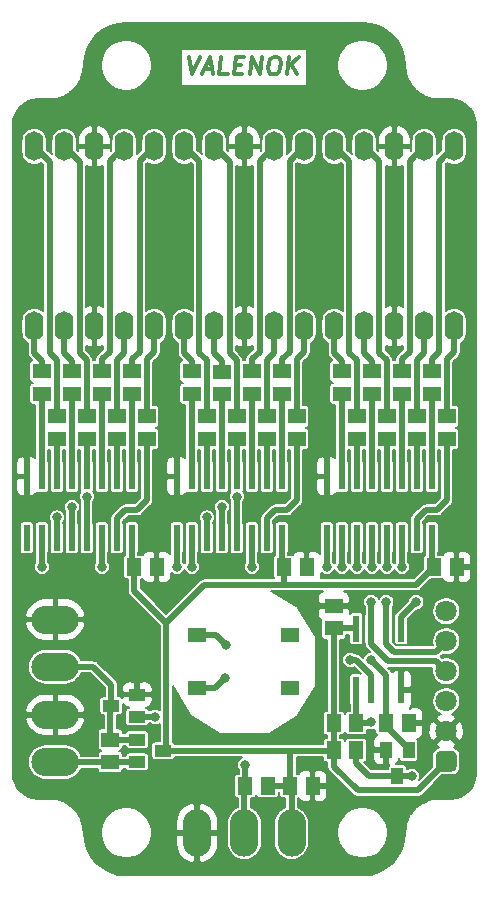
<source format=gtl>
%TF.GenerationSoftware,KiCad,Pcbnew,(5.1.9)-1*%
%TF.CreationDate,2021-05-21T21:01:08+03:00*%
%TF.ProjectId,valenok,76616c65-6e6f-46b2-9e6b-696361645f70,1*%
%TF.SameCoordinates,Original*%
%TF.FileFunction,Copper,L1,Top*%
%TF.FilePolarity,Positive*%
%FSLAX46Y46*%
G04 Gerber Fmt 4.6, Leading zero omitted, Abs format (unit mm)*
G04 Created by KiCad (PCBNEW (5.1.9)-1) date 2021-05-21 21:01:08*
%MOMM*%
%LPD*%
G01*
G04 APERTURE LIST*
%TA.AperFunction,NonConductor*%
%ADD10C,0.300000*%
%TD*%
%TA.AperFunction,ComponentPad*%
%ADD11O,1.600000X2.500000*%
%TD*%
%TA.AperFunction,ComponentPad*%
%ADD12C,1.800000*%
%TD*%
%TA.AperFunction,SMDPad,CuDef*%
%ADD13R,1.300000X1.500000*%
%TD*%
%TA.AperFunction,SMDPad,CuDef*%
%ADD14R,1.500000X1.300000*%
%TD*%
%TA.AperFunction,SMDPad,CuDef*%
%ADD15R,1.400000X1.000000*%
%TD*%
%TA.AperFunction,SMDPad,CuDef*%
%ADD16R,1.000000X1.400000*%
%TD*%
%TA.AperFunction,SMDPad,CuDef*%
%ADD17R,1.600000X1.200000*%
%TD*%
%TA.AperFunction,SMDPad,CuDef*%
%ADD18R,0.600000X2.200000*%
%TD*%
%TA.AperFunction,ComponentPad*%
%ADD19O,4.000000X2.400000*%
%TD*%
%TA.AperFunction,ComponentPad*%
%ADD20O,2.400000X4.000000*%
%TD*%
%TA.AperFunction,ViaPad*%
%ADD21C,0.800000*%
%TD*%
%TA.AperFunction,Conductor*%
%ADD22C,0.500000*%
%TD*%
%TA.AperFunction,Conductor*%
%ADD23C,0.200000*%
%TD*%
%TA.AperFunction,Conductor*%
%ADD24C,0.100000*%
%TD*%
G04 APERTURE END LIST*
D10*
X95281428Y-66778571D02*
X95593928Y-68278571D01*
X96281428Y-66778571D01*
X96576071Y-67850000D02*
X97290357Y-67850000D01*
X96379642Y-68278571D02*
X97067142Y-66778571D01*
X97379642Y-68278571D01*
X98593928Y-68278571D02*
X97879642Y-68278571D01*
X98067142Y-66778571D01*
X99192142Y-67492857D02*
X99692142Y-67492857D01*
X99808214Y-68278571D02*
X99093928Y-68278571D01*
X99281428Y-66778571D01*
X99995714Y-66778571D01*
X100451071Y-68278571D02*
X100638571Y-66778571D01*
X101308214Y-68278571D01*
X101495714Y-66778571D01*
X102495714Y-66778571D02*
X102781428Y-66778571D01*
X102915357Y-66850000D01*
X103040357Y-66992857D01*
X103076071Y-67278571D01*
X103013571Y-67778571D01*
X102906428Y-68064285D01*
X102745714Y-68207142D01*
X102593928Y-68278571D01*
X102308214Y-68278571D01*
X102174285Y-68207142D01*
X102049285Y-68064285D01*
X102013571Y-67778571D01*
X102076071Y-67278571D01*
X102183214Y-66992857D01*
X102343928Y-66850000D01*
X102495714Y-66778571D01*
X103593928Y-68278571D02*
X103781428Y-66778571D01*
X104451071Y-68278571D02*
X103915357Y-67421428D01*
X104638571Y-66778571D02*
X103674285Y-67635714D01*
D11*
%TO.P,DS3,10*%
%TO.N,Net-(DS3-Pad10)*%
X107619999Y-74374999D03*
%TO.P,DS3,9*%
%TO.N,Net-(DS3-Pad9)*%
X110159999Y-74374999D03*
%TO.P,DS3,8*%
%TO.N,GND*%
X112699999Y-74374999D03*
%TO.P,DS3,7*%
%TO.N,Net-(DS3-Pad7)*%
X115239999Y-74374999D03*
%TO.P,DS3,6*%
%TO.N,Net-(DS3-Pad6)*%
X117779999Y-74374999D03*
%TO.P,DS3,5*%
%TO.N,Net-(DS3-Pad5)*%
X117779999Y-89614999D03*
%TO.P,DS3,4*%
%TO.N,Net-(DS3-Pad4)*%
X115239999Y-89614999D03*
%TO.P,DS3,3*%
%TO.N,GND*%
X112699999Y-89614999D03*
%TO.P,DS3,2*%
%TO.N,Net-(DS3-Pad2)*%
X110159999Y-89614999D03*
%TO.P,DS3,1*%
%TO.N,Net-(DS3-Pad1)*%
X107619999Y-89614999D03*
%TD*%
D12*
%TO.P,X8,6*%
%TO.N,HC595_DS*%
X117094000Y-113728500D03*
%TO.P,X8,5*%
%TO.N,HC595_ST*%
X117094000Y-116268500D03*
%TO.P,X8,4*%
%TO.N,HC595_SH*%
X117094000Y-118808500D03*
%TO.P,X8,3*%
%TO.N,MCU_RESET*%
X117094000Y-121348500D03*
%TO.P,X8,2*%
%TO.N,GND*%
X117094000Y-123888500D03*
%TO.P,X8,1*%
%TO.N,VCC*%
%TA.AperFunction,ComponentPad*%
G36*
G01*
X117544000Y-127328500D02*
X116644000Y-127328500D01*
G75*
G02*
X116194000Y-126878500I0J450000D01*
G01*
X116194000Y-125978500D01*
G75*
G02*
X116644000Y-125528500I450000J0D01*
G01*
X117544000Y-125528500D01*
G75*
G02*
X117994000Y-125978500I0J-450000D01*
G01*
X117994000Y-126878500D01*
G75*
G02*
X117544000Y-127328500I-450000J0D01*
G01*
G37*
%TD.AperFunction*%
%TD*%
D13*
%TO.P,C1,1*%
%TO.N,VCC*%
X103886000Y-128524000D03*
%TO.P,C1,2*%
%TO.N,GND*%
X105786000Y-128524000D03*
%TD*%
D14*
%TO.P,C2,2*%
%TO.N,GND*%
X107569000Y-113289000D03*
%TO.P,C2,1*%
%TO.N,VCC*%
X107569000Y-115189000D03*
%TD*%
D13*
%TO.P,C3,2*%
%TO.N,GND*%
X92578000Y-109982000D03*
%TO.P,C3,1*%
%TO.N,VCC*%
X90678000Y-109982000D03*
%TD*%
%TO.P,C4,1*%
%TO.N,VCC*%
X103378000Y-109982000D03*
%TO.P,C4,2*%
%TO.N,GND*%
X105278000Y-109982000D03*
%TD*%
%TO.P,C5,2*%
%TO.N,GND*%
X117978000Y-109982000D03*
%TO.P,C5,1*%
%TO.N,VCC*%
X116078000Y-109982000D03*
%TD*%
D11*
%TO.P,DS1,1*%
%TO.N,Net-(DS1-Pad1)*%
X82219999Y-89614999D03*
%TO.P,DS1,2*%
%TO.N,Net-(DS1-Pad2)*%
X84759999Y-89614999D03*
%TO.P,DS1,3*%
%TO.N,GND*%
X87299999Y-89614999D03*
%TO.P,DS1,4*%
%TO.N,Net-(DS1-Pad4)*%
X89839999Y-89614999D03*
%TO.P,DS1,5*%
%TO.N,Net-(DS1-Pad5)*%
X92379999Y-89614999D03*
%TO.P,DS1,6*%
%TO.N,Net-(DS1-Pad6)*%
X92379999Y-74374999D03*
%TO.P,DS1,7*%
%TO.N,Net-(DS1-Pad7)*%
X89839999Y-74374999D03*
%TO.P,DS1,8*%
%TO.N,GND*%
X87299999Y-74374999D03*
%TO.P,DS1,9*%
%TO.N,Net-(DS1-Pad9)*%
X84759999Y-74374999D03*
%TO.P,DS1,10*%
%TO.N,Net-(DS1-Pad10)*%
X82219999Y-74374999D03*
%TD*%
%TO.P,DS2,1*%
%TO.N,Net-(DS2-Pad1)*%
X94919999Y-89614999D03*
%TO.P,DS2,2*%
%TO.N,Net-(DS2-Pad2)*%
X97459999Y-89614999D03*
%TO.P,DS2,3*%
%TO.N,GND*%
X99999999Y-89614999D03*
%TO.P,DS2,4*%
%TO.N,Net-(DS2-Pad4)*%
X102539999Y-89614999D03*
%TO.P,DS2,5*%
%TO.N,Net-(DS2-Pad5)*%
X105079999Y-89614999D03*
%TO.P,DS2,6*%
%TO.N,Net-(DS2-Pad6)*%
X105079999Y-74374999D03*
%TO.P,DS2,7*%
%TO.N,Net-(DS2-Pad7)*%
X102539999Y-74374999D03*
%TO.P,DS2,8*%
%TO.N,GND*%
X99999999Y-74374999D03*
%TO.P,DS2,9*%
%TO.N,Net-(DS2-Pad9)*%
X97459999Y-74374999D03*
%TO.P,DS2,10*%
%TO.N,Net-(DS2-Pad10)*%
X94919999Y-74374999D03*
%TD*%
D15*
%TO.P,Q1,3*%
%TO.N,VCC*%
X93132000Y-125542000D03*
%TO.P,Q1,2*%
%TO.N,Net-(Q1-Pad2)*%
X90932000Y-126492000D03*
%TO.P,Q1,1*%
%TO.N,POW_SW*%
X90932000Y-124592000D03*
%TD*%
%TO.P,Q2,1*%
%TO.N,POW_MR_OE_CTRL*%
X90932000Y-122682000D03*
%TO.P,Q2,2*%
%TO.N,GND*%
X90932000Y-120782000D03*
%TO.P,Q2,3*%
%TO.N,POW_SW*%
X88732000Y-121732000D03*
%TD*%
D16*
%TO.P,Q3,1*%
%TO.N,POW_MR_OE_CTRL*%
X113914000Y-125476000D03*
%TO.P,Q3,2*%
%TO.N,GND*%
X112014000Y-125476000D03*
%TO.P,Q3,3*%
%TO.N,HC595_OE*%
X112964000Y-127676000D03*
%TD*%
D14*
%TO.P,R1,1*%
%TO.N,Net-(Q1-Pad2)*%
X88646000Y-126492000D03*
%TO.P,R1,2*%
%TO.N,POW_SW*%
X88646000Y-124592000D03*
%TD*%
D13*
%TO.P,R2,2*%
%TO.N,DS18B20_DQ*%
X100076000Y-128524000D03*
%TO.P,R2,1*%
%TO.N,VCC*%
X101976000Y-128524000D03*
%TD*%
%TO.P,R3,1*%
%TO.N,POW_MR_OE_CTRL*%
X112014000Y-123190000D03*
%TO.P,R3,2*%
%TO.N,GND*%
X113914000Y-123190000D03*
%TD*%
%TO.P,R4,1*%
%TO.N,VCC*%
X107574000Y-123190000D03*
%TO.P,R4,2*%
%TO.N,MCU_RESET*%
X109474000Y-123190000D03*
%TD*%
D14*
%TO.P,R5,2*%
%TO.N,/1A*%
X87934999Y-95324999D03*
%TO.P,R5,1*%
%TO.N,Net-(DS1-Pad7)*%
X87934999Y-93424999D03*
%TD*%
%TO.P,R6,1*%
%TO.N,Net-(DS1-Pad6)*%
X90474999Y-93424999D03*
%TO.P,R6,2*%
%TO.N,/1B*%
X90474999Y-95324999D03*
%TD*%
%TO.P,R7,1*%
%TO.N,Net-(DS1-Pad4)*%
X89204999Y-97234999D03*
%TO.P,R7,2*%
%TO.N,/1C*%
X89204999Y-99134999D03*
%TD*%
%TO.P,R8,2*%
%TO.N,/1D*%
X85394999Y-95324999D03*
%TO.P,R8,1*%
%TO.N,Net-(DS1-Pad2)*%
X85394999Y-93424999D03*
%TD*%
%TO.P,R9,1*%
%TO.N,Net-(DS1-Pad1)*%
X82854999Y-93424999D03*
%TO.P,R9,2*%
%TO.N,/1E*%
X82854999Y-95324999D03*
%TD*%
%TO.P,R10,2*%
%TO.N,/1F*%
X86664999Y-99134999D03*
%TO.P,R10,1*%
%TO.N,Net-(DS1-Pad9)*%
X86664999Y-97234999D03*
%TD*%
%TO.P,R11,1*%
%TO.N,Net-(DS1-Pad10)*%
X84124999Y-97234999D03*
%TO.P,R11,2*%
%TO.N,/1G*%
X84124999Y-99134999D03*
%TD*%
%TO.P,R12,2*%
%TO.N,/1P*%
X91744999Y-99134999D03*
%TO.P,R12,1*%
%TO.N,Net-(DS1-Pad5)*%
X91744999Y-97234999D03*
%TD*%
%TO.P,R13,2*%
%TO.N,/2A*%
X100634999Y-95324999D03*
%TO.P,R13,1*%
%TO.N,Net-(DS2-Pad7)*%
X100634999Y-93424999D03*
%TD*%
%TO.P,R14,2*%
%TO.N,/2B*%
X103174999Y-95324999D03*
%TO.P,R14,1*%
%TO.N,Net-(DS2-Pad6)*%
X103174999Y-93424999D03*
%TD*%
%TO.P,R15,1*%
%TO.N,Net-(DS2-Pad4)*%
X101904999Y-97234999D03*
%TO.P,R15,2*%
%TO.N,/2C*%
X101904999Y-99134999D03*
%TD*%
%TO.P,R16,2*%
%TO.N,/2D*%
X98094999Y-95335000D03*
%TO.P,R16,1*%
%TO.N,Net-(DS2-Pad2)*%
X98094999Y-93435000D03*
%TD*%
%TO.P,R17,1*%
%TO.N,Net-(DS2-Pad1)*%
X95554999Y-93424999D03*
%TO.P,R17,2*%
%TO.N,/2E*%
X95554999Y-95324999D03*
%TD*%
%TO.P,R18,2*%
%TO.N,/2F*%
X99364999Y-99134999D03*
%TO.P,R18,1*%
%TO.N,Net-(DS2-Pad9)*%
X99364999Y-97234999D03*
%TD*%
%TO.P,R19,1*%
%TO.N,Net-(DS2-Pad10)*%
X96824999Y-97234999D03*
%TO.P,R19,2*%
%TO.N,/2G*%
X96824999Y-99134999D03*
%TD*%
%TO.P,R20,2*%
%TO.N,/2P*%
X104444999Y-99134999D03*
%TO.P,R20,1*%
%TO.N,Net-(DS2-Pad5)*%
X104444999Y-97234999D03*
%TD*%
%TO.P,R21,1*%
%TO.N,Net-(DS3-Pad7)*%
X113334999Y-93424999D03*
%TO.P,R21,2*%
%TO.N,/3A*%
X113334999Y-95324999D03*
%TD*%
%TO.P,R22,2*%
%TO.N,/3B*%
X115874999Y-95324999D03*
%TO.P,R22,1*%
%TO.N,Net-(DS3-Pad6)*%
X115874999Y-93424999D03*
%TD*%
%TO.P,R23,1*%
%TO.N,Net-(DS3-Pad4)*%
X114604999Y-97234999D03*
%TO.P,R23,2*%
%TO.N,/3C*%
X114604999Y-99134999D03*
%TD*%
%TO.P,R24,2*%
%TO.N,/3D*%
X110794999Y-95324999D03*
%TO.P,R24,1*%
%TO.N,Net-(DS3-Pad2)*%
X110794999Y-93424999D03*
%TD*%
%TO.P,R25,1*%
%TO.N,Net-(DS3-Pad1)*%
X108254999Y-93424999D03*
%TO.P,R25,2*%
%TO.N,/3E*%
X108254999Y-95324999D03*
%TD*%
%TO.P,R26,2*%
%TO.N,/3F*%
X112064999Y-99134999D03*
%TO.P,R26,1*%
%TO.N,Net-(DS3-Pad9)*%
X112064999Y-97234999D03*
%TD*%
%TO.P,R27,1*%
%TO.N,Net-(DS3-Pad10)*%
X109524999Y-97234999D03*
%TO.P,R27,2*%
%TO.N,/3G*%
X109524999Y-99134999D03*
%TD*%
%TO.P,R28,1*%
%TO.N,Net-(DS3-Pad5)*%
X117144999Y-97234999D03*
%TO.P,R28,2*%
%TO.N,/3P*%
X117144999Y-99134999D03*
%TD*%
D13*
%TO.P,R29,2*%
%TO.N,HC595_OE*%
X109474000Y-125476000D03*
%TO.P,R29,1*%
%TO.N,VCC*%
X107574000Y-125476000D03*
%TD*%
D17*
%TO.P,SW1,1*%
%TO.N,GND*%
X96000000Y-115750000D03*
%TO.P,SW1,2*%
%TO.N,Net-(SW1-Pad2)*%
X103900000Y-115750000D03*
%TO.P,SW1,3*%
%TO.N,POW_SW*%
X96000000Y-120250000D03*
%TO.P,SW1,4*%
%TO.N,Net-(SW1-Pad4)*%
X103900000Y-120250000D03*
%TD*%
D18*
%TO.P,U1,1*%
%TO.N,MCU_RESET*%
X109474000Y-120396000D03*
%TO.P,U1,2*%
%TO.N,DS18B20_DQ*%
X110744000Y-120396000D03*
%TO.P,U1,3*%
%TO.N,POW_MR_OE_CTRL*%
X112014000Y-120396000D03*
%TO.P,U1,4*%
%TO.N,GND*%
X113284000Y-120396000D03*
%TO.P,U1,5*%
%TO.N,HC595_DS*%
X113284000Y-115196000D03*
%TO.P,U1,6*%
%TO.N,HC595_ST*%
X112014000Y-115196000D03*
%TO.P,U1,7*%
%TO.N,HC595_SH*%
X110744000Y-115196000D03*
%TO.P,U1,8*%
%TO.N,VCC*%
X109474000Y-115196000D03*
%TD*%
%TO.P,U2,4*%
%TO.N,/1F*%
X86664999Y-102314999D03*
%TO.P,U2,3*%
%TO.N,/1A*%
X87934999Y-102314999D03*
%TO.P,U2,2*%
%TO.N,/1C*%
X89204999Y-102314999D03*
%TO.P,U2,1*%
%TO.N,/1B*%
X90474999Y-102314999D03*
%TO.P,U2,5*%
%TO.N,/1D*%
X85394999Y-102314999D03*
%TO.P,U2,6*%
%TO.N,/1G*%
X84124999Y-102314999D03*
%TO.P,U2,7*%
%TO.N,/1E*%
X82854999Y-102314999D03*
%TO.P,U2,8*%
%TO.N,GND*%
X81584999Y-102314999D03*
%TO.P,U2,9*%
%TO.N,Net-(U2-Pad9)*%
X81584999Y-107514999D03*
%TO.P,U2,10*%
%TO.N,POW_MR_OE_CTRL*%
X82854999Y-107514999D03*
%TO.P,U2,11*%
%TO.N,HC595_SH*%
X84124999Y-107514999D03*
%TO.P,U2,12*%
%TO.N,HC595_ST*%
X85394999Y-107514999D03*
%TO.P,U2,13*%
%TO.N,HC595_OE*%
X86664999Y-107514999D03*
%TO.P,U2,14*%
%TO.N,Net-(U2-Pad14)*%
X87934999Y-107514999D03*
%TO.P,U2,15*%
%TO.N,/1P*%
X89204999Y-107514999D03*
%TO.P,U2,16*%
%TO.N,VCC*%
X90474999Y-107514999D03*
%TD*%
%TO.P,U3,4*%
%TO.N,/2F*%
X99364999Y-102314999D03*
%TO.P,U3,3*%
%TO.N,/2A*%
X100634999Y-102314999D03*
%TO.P,U3,2*%
%TO.N,/2C*%
X101904999Y-102314999D03*
%TO.P,U3,1*%
%TO.N,/2B*%
X103174999Y-102314999D03*
%TO.P,U3,5*%
%TO.N,/2D*%
X98094999Y-102314999D03*
%TO.P,U3,6*%
%TO.N,/2G*%
X96824999Y-102314999D03*
%TO.P,U3,7*%
%TO.N,/2E*%
X95554999Y-102314999D03*
%TO.P,U3,8*%
%TO.N,GND*%
X94284999Y-102314999D03*
%TO.P,U3,9*%
%TO.N,Net-(U2-Pad14)*%
X94284999Y-107514999D03*
%TO.P,U3,10*%
%TO.N,POW_MR_OE_CTRL*%
X95554999Y-107514999D03*
%TO.P,U3,11*%
%TO.N,HC595_SH*%
X96824999Y-107514999D03*
%TO.P,U3,12*%
%TO.N,HC595_ST*%
X98094999Y-107514999D03*
%TO.P,U3,13*%
%TO.N,HC595_OE*%
X99364999Y-107514999D03*
%TO.P,U3,14*%
%TO.N,Net-(U3-Pad14)*%
X100634999Y-107514999D03*
%TO.P,U3,15*%
%TO.N,/2P*%
X101904999Y-107514999D03*
%TO.P,U3,16*%
%TO.N,VCC*%
X103174999Y-107514999D03*
%TD*%
%TO.P,U4,16*%
%TO.N,VCC*%
X115874999Y-107514999D03*
%TO.P,U4,15*%
%TO.N,/3P*%
X114604999Y-107514999D03*
%TO.P,U4,14*%
%TO.N,HC595_DS*%
X113334999Y-107514999D03*
%TO.P,U4,13*%
%TO.N,HC595_OE*%
X112064999Y-107514999D03*
%TO.P,U4,12*%
%TO.N,HC595_ST*%
X110794999Y-107514999D03*
%TO.P,U4,11*%
%TO.N,HC595_SH*%
X109524999Y-107514999D03*
%TO.P,U4,10*%
%TO.N,POW_MR_OE_CTRL*%
X108254999Y-107514999D03*
%TO.P,U4,9*%
%TO.N,Net-(U3-Pad14)*%
X106984999Y-107514999D03*
%TO.P,U4,8*%
%TO.N,GND*%
X106984999Y-102314999D03*
%TO.P,U4,7*%
%TO.N,/3E*%
X108254999Y-102314999D03*
%TO.P,U4,6*%
%TO.N,/3G*%
X109524999Y-102314999D03*
%TO.P,U4,5*%
%TO.N,/3D*%
X110794999Y-102314999D03*
%TO.P,U4,1*%
%TO.N,/3B*%
X115874999Y-102314999D03*
%TO.P,U4,2*%
%TO.N,/3C*%
X114604999Y-102314999D03*
%TO.P,U4,3*%
%TO.N,/3A*%
X113334999Y-102314999D03*
%TO.P,U4,4*%
%TO.N,/3F*%
X112064999Y-102314999D03*
%TD*%
D19*
%TO.P,X1,1*%
%TO.N,Net-(Q1-Pad2)*%
X84000000Y-126500000D03*
%TD*%
%TO.P,X2,1*%
%TO.N,GND*%
X84000000Y-122500000D03*
%TD*%
%TO.P,X3,1*%
%TO.N,POW_SW*%
X84000000Y-118445000D03*
%TD*%
%TO.P,X4,1*%
%TO.N,GND*%
X84000000Y-114445000D03*
%TD*%
D20*
%TO.P,X5,1*%
%TO.N,VCC*%
X104000000Y-132500000D03*
%TD*%
%TO.P,X6,1*%
%TO.N,DS18B20_DQ*%
X100000000Y-132500000D03*
%TD*%
%TO.P,X7,1*%
%TO.N,GND*%
X96000000Y-132500000D03*
%TD*%
D21*
%TO.N,GND*%
X110744000Y-125476000D03*
X98425000Y-116586000D03*
X93980000Y-99187000D03*
X106680000Y-99187000D03*
X81407000Y-99187000D03*
X93980000Y-97282000D03*
X106680000Y-97282000D03*
X81407000Y-97282000D03*
X92456000Y-107569000D03*
X105156000Y-107569000D03*
X118110000Y-107569000D03*
X105664000Y-113284000D03*
X94500000Y-122500000D03*
%TO.N,POW_SW*%
X98361502Y-119380000D03*
%TO.N,POW_MR_OE_CTRL*%
X95567500Y-109982000D03*
X82867500Y-109982000D03*
X92456000Y-122682000D03*
X108267500Y-109982000D03*
X110744000Y-117856000D03*
%TO.N,HC595_OE*%
X112077500Y-109982000D03*
X114173004Y-127676000D03*
X86677500Y-104020620D03*
X99380040Y-104018080D03*
%TO.N,DS18B20_DQ*%
X100076000Y-126746000D03*
X108966000Y-117856000D03*
%TO.N,MCU_RESET*%
X110744000Y-123126500D03*
%TO.N,HC595_DS*%
X114554000Y-112966500D03*
X113347500Y-109982000D03*
%TO.N,HC595_ST*%
X85407500Y-104902000D03*
X98107500Y-104902000D03*
X112014000Y-112966500D03*
X110807500Y-109982000D03*
%TO.N,HC595_SH*%
X84137500Y-105791000D03*
X96837500Y-105791000D03*
X110744000Y-112966500D03*
X109537500Y-109982000D03*
%TO.N,Net-(U2-Pad14)*%
X94297500Y-109982000D03*
X87947500Y-109982000D03*
%TO.N,Net-(U3-Pad14)*%
X106997500Y-109982000D03*
X100647500Y-109982000D03*
%TD*%
D22*
%TO.N,VCC*%
X115874999Y-109778999D02*
X116078000Y-109982000D01*
X115874999Y-107514999D02*
X115874999Y-109778999D01*
X103174999Y-109778999D02*
X103378000Y-109982000D01*
X103174999Y-107514999D02*
X103174999Y-109778999D01*
X90474999Y-109778999D02*
X90678000Y-109982000D01*
X90474999Y-107514999D02*
X90474999Y-109778999D01*
X107508000Y-125542000D02*
X107574000Y-125476000D01*
X107574000Y-125476000D02*
X107574000Y-123190000D01*
X90678000Y-112014000D02*
X90678000Y-109982000D01*
X93386000Y-114722000D02*
X90678000Y-112014000D01*
X103886000Y-125608000D02*
X103820000Y-125542000D01*
X103886000Y-128524000D02*
X103886000Y-125608000D01*
X103820000Y-125542000D02*
X107508000Y-125542000D01*
X93386000Y-125542000D02*
X103820000Y-125542000D01*
X101976000Y-128524000D02*
X103886000Y-128524000D01*
X93386000Y-114722000D02*
X96602000Y-111506000D01*
X114554000Y-111506000D02*
X116078000Y-109982000D01*
X103378000Y-111379000D02*
X103251000Y-111506000D01*
X103378000Y-109982000D02*
X103378000Y-111379000D01*
X103251000Y-111506000D02*
X114554000Y-111506000D01*
X96602000Y-111506000D02*
X103251000Y-111506000D01*
X104000000Y-128638000D02*
X103886000Y-128524000D01*
X104000000Y-131500000D02*
X104000000Y-128638000D01*
X107574000Y-115194000D02*
X107569000Y-115189000D01*
X107574000Y-123190000D02*
X107574000Y-115194000D01*
X109467000Y-115189000D02*
X109474000Y-115196000D01*
X107569000Y-115189000D02*
X109467000Y-115189000D01*
X93386000Y-123657000D02*
X93386000Y-125542000D01*
X93386000Y-114722000D02*
X93386000Y-123657000D01*
X109601000Y-128905000D02*
X114681000Y-128905000D01*
X107574000Y-126878000D02*
X109601000Y-128905000D01*
X114681000Y-128905000D02*
X117094000Y-126492000D01*
X107574000Y-125476000D02*
X107574000Y-126878000D01*
%TO.N,GND*%
X96000000Y-115750000D02*
X97589000Y-115750000D01*
X97589000Y-115750000D02*
X98425000Y-116586000D01*
X112014000Y-125476000D02*
X110744000Y-125476000D01*
%TO.N,Net-(DS1-Pad1)*%
X82854999Y-93424999D02*
X82854999Y-92506999D01*
X82219999Y-91871999D02*
X82219999Y-89614999D01*
X82854999Y-92506999D02*
X82219999Y-91871999D01*
%TO.N,Net-(DS1-Pad2)*%
X85394999Y-93424999D02*
X85394999Y-92506999D01*
X84759999Y-91871999D02*
X84759999Y-89614999D01*
X85394999Y-92506999D02*
X84759999Y-91871999D01*
%TO.N,Net-(DS1-Pad4)*%
X89839999Y-91849997D02*
X89839999Y-89614999D01*
X89204999Y-92484997D02*
X89839999Y-91849997D01*
X89204999Y-97234999D02*
X89204999Y-92484997D01*
%TO.N,Net-(DS1-Pad5)*%
X91744999Y-97234999D02*
X91744999Y-92405001D01*
X92379999Y-91770001D02*
X92379999Y-89614999D01*
X91744999Y-92405001D02*
X92379999Y-91770001D01*
%TO.N,Net-(DS1-Pad6)*%
X90474999Y-93424999D02*
X90474999Y-92405001D01*
X91129989Y-75625009D02*
X92379999Y-74374999D01*
X91129989Y-91750011D02*
X91129989Y-75625009D01*
X90474999Y-92405001D02*
X91129989Y-91750011D01*
%TO.N,Net-(DS1-Pad7)*%
X87934999Y-93424999D02*
X87934999Y-92405001D01*
X88589989Y-75625009D02*
X89839999Y-74374999D01*
X88589989Y-91750011D02*
X88589989Y-75625009D01*
X87934999Y-92405001D02*
X88589989Y-91750011D01*
%TO.N,Net-(DS1-Pad9)*%
X86049989Y-75664989D02*
X84759999Y-74374999D01*
X86049989Y-91869987D02*
X86049989Y-75664989D01*
X86664999Y-92484997D02*
X86049989Y-91869987D01*
X86664999Y-97234999D02*
X86664999Y-92484997D01*
%TO.N,Net-(DS1-Pad10)*%
X83509989Y-75664989D02*
X82219999Y-74374999D01*
X83509989Y-91869987D02*
X83509989Y-75664989D01*
X84124999Y-92484997D02*
X83509989Y-91869987D01*
X84124999Y-97234999D02*
X84124999Y-92484997D01*
%TO.N,Net-(DS2-Pad1)*%
X95554999Y-93424999D02*
X95554999Y-92506999D01*
X94919999Y-91871999D02*
X94919999Y-89614999D01*
X95554999Y-92506999D02*
X94919999Y-91871999D01*
%TO.N,Net-(DS2-Pad2)*%
X98094999Y-93435000D02*
X98094999Y-92506999D01*
X97459999Y-91871999D02*
X97459999Y-89614999D01*
X98094999Y-92506999D02*
X97459999Y-91871999D01*
%TO.N,Net-(DS2-Pad4)*%
X102539999Y-91849997D02*
X102539999Y-89614999D01*
X101904999Y-92484997D02*
X102539999Y-91849997D01*
X101904999Y-97234999D02*
X101904999Y-92484997D01*
%TO.N,Net-(DS2-Pad5)*%
X104444999Y-97234999D02*
X104444999Y-92405001D01*
X105079999Y-91770001D02*
X105079999Y-89614999D01*
X104444999Y-92405001D02*
X105079999Y-91770001D01*
%TO.N,Net-(DS2-Pad6)*%
X103174999Y-93424999D02*
X103174999Y-92405001D01*
X103829989Y-75625009D02*
X105079999Y-74374999D01*
X103829989Y-91750011D02*
X103829989Y-75625009D01*
X103174999Y-92405001D02*
X103829989Y-91750011D01*
%TO.N,Net-(DS2-Pad7)*%
X100634999Y-93424999D02*
X100634999Y-92405001D01*
X101289989Y-75625009D02*
X102539999Y-74374999D01*
X101289989Y-91750011D02*
X101289989Y-75625009D01*
X100634999Y-92405001D02*
X101289989Y-91750011D01*
%TO.N,Net-(DS2-Pad9)*%
X98749989Y-75664989D02*
X97459999Y-74374999D01*
X98749989Y-91879988D02*
X98749989Y-75664989D01*
X99364999Y-92494998D02*
X98749989Y-91879988D01*
X99364999Y-97234999D02*
X99364999Y-92494998D01*
%TO.N,Net-(DS2-Pad10)*%
X96170009Y-75625009D02*
X94919999Y-74374999D01*
X96170009Y-91830007D02*
X96170009Y-75625009D01*
X96824999Y-92484997D02*
X96170009Y-91830007D01*
X96824999Y-97234999D02*
X96824999Y-92484997D01*
%TO.N,Net-(DS3-Pad10)*%
X108870009Y-75625009D02*
X107619999Y-74374999D01*
X108870009Y-91830007D02*
X108870009Y-75625009D01*
X109524999Y-92484997D02*
X108870009Y-91830007D01*
X109524999Y-97234999D02*
X109524999Y-92484997D01*
%TO.N,Net-(DS3-Pad9)*%
X111410009Y-75625009D02*
X110159999Y-74374999D01*
X111410009Y-91830007D02*
X111410009Y-75625009D01*
X112064999Y-92484997D02*
X111410009Y-91830007D01*
X112064999Y-97234999D02*
X112064999Y-92484997D01*
%TO.N,Net-(DS3-Pad7)*%
X113334999Y-93424999D02*
X113334999Y-92405001D01*
X113989989Y-75625009D02*
X115239999Y-74374999D01*
X113989989Y-91750011D02*
X113989989Y-75625009D01*
X113334999Y-92405001D02*
X113989989Y-91750011D01*
%TO.N,Net-(DS3-Pad6)*%
X115874999Y-93424999D02*
X115874999Y-92405001D01*
X116490009Y-75664989D02*
X117779999Y-74374999D01*
X116490009Y-91789991D02*
X116490009Y-75664989D01*
X115874999Y-92405001D02*
X116490009Y-91789991D01*
%TO.N,Net-(DS3-Pad5)*%
X117144999Y-97234999D02*
X117144999Y-92405001D01*
X117779999Y-91770001D02*
X117779999Y-89614999D01*
X117144999Y-92405001D02*
X117779999Y-91770001D01*
%TO.N,Net-(DS3-Pad4)*%
X115239999Y-91849997D02*
X115239999Y-89614999D01*
X114604999Y-92484997D02*
X115239999Y-91849997D01*
X114604999Y-97234999D02*
X114604999Y-92484997D01*
%TO.N,Net-(DS3-Pad2)*%
X110794999Y-93424999D02*
X110794999Y-92506999D01*
X110159999Y-91871999D02*
X110159999Y-89614999D01*
X110794999Y-92506999D02*
X110159999Y-91871999D01*
%TO.N,Net-(DS3-Pad1)*%
X108254999Y-93424999D02*
X108254999Y-92506999D01*
X107619999Y-91871999D02*
X107619999Y-89614999D01*
X108254999Y-92506999D02*
X107619999Y-91871999D01*
%TO.N,Net-(Q1-Pad2)*%
X90924000Y-126500000D02*
X90932000Y-126492000D01*
X85000000Y-126500000D02*
X91178000Y-126500000D01*
%TO.N,POW_SW*%
X88646000Y-124592000D02*
X90932000Y-124592000D01*
X88646000Y-121818000D02*
X88732000Y-121732000D01*
X88646000Y-124592000D02*
X88646000Y-121818000D01*
X96000000Y-120250000D02*
X97491502Y-120250000D01*
X97491502Y-120250000D02*
X98361502Y-119380000D01*
X87203000Y-118445000D02*
X85000000Y-118445000D01*
X88732000Y-119974000D02*
X87203000Y-118445000D01*
X88732000Y-121732000D02*
X88732000Y-119974000D01*
%TO.N,POW_MR_OE_CTRL*%
X112014000Y-120396000D02*
X112014000Y-123190000D01*
X113935998Y-125365998D02*
X113284000Y-124714000D01*
X113914000Y-125476000D02*
X113914000Y-125365998D01*
X112014000Y-123444000D02*
X112014000Y-123190000D01*
X113262002Y-124692002D02*
X112014000Y-123444000D01*
X90932000Y-122682000D02*
X92456000Y-122682000D01*
X108267500Y-107527500D02*
X108254999Y-107514999D01*
X108267500Y-109982000D02*
X108267500Y-107527500D01*
X95567500Y-107527500D02*
X95554999Y-107514999D01*
X95567500Y-109982000D02*
X95567500Y-107527500D01*
X82867500Y-107527500D02*
X82854999Y-107514999D01*
X82867500Y-109982000D02*
X82867500Y-107527500D01*
X112014000Y-120396000D02*
X112014000Y-119126000D01*
X112014000Y-119126000D02*
X110744000Y-117856000D01*
%TO.N,HC595_OE*%
X109474000Y-125476000D02*
X109474000Y-126619000D01*
X109474000Y-126619000D02*
X110531000Y-127676000D01*
X110531000Y-127676000D02*
X112964000Y-127676000D01*
X112077500Y-107527500D02*
X112064999Y-107514999D01*
X112077500Y-109982000D02*
X112077500Y-107527500D01*
X112964000Y-127676000D02*
X114173004Y-127676000D01*
X86664999Y-104033121D02*
X86677500Y-104020620D01*
X86664999Y-107514999D02*
X86664999Y-104033121D01*
X99364999Y-104033121D02*
X99380040Y-104018080D01*
X99364999Y-107514999D02*
X99364999Y-104033121D01*
%TO.N,DS18B20_DQ*%
X100000000Y-128600000D02*
X100076000Y-128524000D01*
X100000000Y-131500000D02*
X100000000Y-128600000D01*
X100076000Y-126746000D02*
X100076000Y-128524000D01*
X108966000Y-117856000D02*
X109474000Y-117856000D01*
X110744000Y-119126000D02*
X110744000Y-120396000D01*
X109474000Y-117856000D02*
X110744000Y-119126000D01*
%TO.N,MCU_RESET*%
X109474000Y-120396000D02*
X109474000Y-123190000D01*
X110680500Y-123190000D02*
X110744000Y-123126500D01*
X109474000Y-123190000D02*
X110680500Y-123190000D01*
%TO.N,/1A*%
X87934999Y-102314999D02*
X87934999Y-95324999D01*
%TO.N,/1B*%
X90474999Y-102314999D02*
X90474999Y-95324999D01*
%TO.N,/1C*%
X89204999Y-102314999D02*
X89204999Y-99134999D01*
%TO.N,/1D*%
X85394999Y-102314999D02*
X85394999Y-95324999D01*
%TO.N,/1E*%
X82854999Y-102314999D02*
X82854999Y-95324999D01*
%TO.N,/1F*%
X86664999Y-102314999D02*
X86664999Y-99134999D01*
%TO.N,/1G*%
X84124999Y-102314999D02*
X84124999Y-99134999D01*
%TO.N,/1P*%
X89204999Y-107514999D02*
X89204999Y-105867001D01*
X89204999Y-105867001D02*
X89916000Y-105156000D01*
X89916000Y-105156000D02*
X90932000Y-105156000D01*
X91744999Y-104343001D02*
X91744999Y-99134999D01*
X90932000Y-105156000D02*
X91744999Y-104343001D01*
%TO.N,/2A*%
X100634999Y-102314999D02*
X100634999Y-95324999D01*
%TO.N,/2B*%
X103174999Y-102314999D02*
X103174999Y-95324999D01*
%TO.N,/2C*%
X101904999Y-102314999D02*
X101904999Y-99134999D01*
%TO.N,/2D*%
X98094999Y-102314999D02*
X98094999Y-95335000D01*
%TO.N,/2E*%
X95554999Y-102314999D02*
X95554999Y-95324999D01*
%TO.N,/2F*%
X99364999Y-102314999D02*
X99364999Y-99134999D01*
%TO.N,/2G*%
X96824999Y-102314999D02*
X96824999Y-99134999D01*
%TO.N,/2P*%
X101904999Y-107514999D02*
X101904999Y-105867001D01*
X101904999Y-105867001D02*
X102616000Y-105156000D01*
X102616000Y-105156000D02*
X103632000Y-105156000D01*
X104444999Y-104343001D02*
X104444999Y-99134999D01*
X103632000Y-105156000D02*
X104444999Y-104343001D01*
%TO.N,/3A*%
X113334999Y-102314999D02*
X113334999Y-95324999D01*
%TO.N,/3B*%
X115874999Y-100714999D02*
X115874999Y-95324999D01*
X115874999Y-102314999D02*
X115874999Y-100714999D01*
%TO.N,/3C*%
X114604999Y-102314999D02*
X114604999Y-99134999D01*
%TO.N,/3D*%
X110794999Y-102314999D02*
X110794999Y-95324999D01*
%TO.N,/3E*%
X108254999Y-102314999D02*
X108254999Y-95324999D01*
%TO.N,/3F*%
X112064999Y-102314999D02*
X112064999Y-99134999D01*
%TO.N,/3G*%
X109524999Y-102314999D02*
X109524999Y-99134999D01*
%TO.N,/3P*%
X114604999Y-105914999D02*
X115363998Y-105156000D01*
X114604999Y-107514999D02*
X114604999Y-105914999D01*
X115363998Y-105156000D02*
X116332000Y-105156000D01*
X117144999Y-104343001D02*
X117144999Y-99134999D01*
X116332000Y-105156000D02*
X117144999Y-104343001D01*
%TO.N,HC595_DS*%
X113284000Y-115196000D02*
X113284000Y-114236500D01*
X113284000Y-114236500D02*
X114554000Y-112966500D01*
X113347500Y-107527500D02*
X113334999Y-107514999D01*
X113347500Y-109982000D02*
X113347500Y-107527500D01*
%TO.N,HC595_ST*%
X112014000Y-115196000D02*
X112014000Y-112966500D01*
X110807500Y-107527500D02*
X110794999Y-107514999D01*
X110807500Y-109982000D02*
X110807500Y-107527500D01*
X98107500Y-107502498D02*
X98094999Y-107514999D01*
X98107500Y-104902000D02*
X98107500Y-107502498D01*
X85407500Y-107502498D02*
X85394999Y-107514999D01*
X85407500Y-104902000D02*
X85407500Y-107502498D01*
X116268500Y-117157500D02*
X117094000Y-116332000D01*
X112649000Y-117157500D02*
X116268500Y-117157500D01*
X112014000Y-116522500D02*
X112649000Y-117157500D01*
X112014000Y-115196000D02*
X112014000Y-116522500D01*
%TO.N,HC595_SH*%
X110744000Y-115196000D02*
X110744000Y-112966500D01*
X109537500Y-107527500D02*
X109524999Y-107514999D01*
X109537500Y-109982000D02*
X109537500Y-107527500D01*
X96837500Y-107502498D02*
X96824999Y-107514999D01*
X96837500Y-105791000D02*
X96837500Y-107502498D01*
X84137500Y-107502498D02*
X84124999Y-107514999D01*
X84137500Y-105791000D02*
X84137500Y-107502498D01*
X117094000Y-118808500D02*
X117094000Y-118872000D01*
X116257501Y-117972001D02*
X117094000Y-118808500D01*
X112193501Y-117972001D02*
X116257501Y-117972001D01*
X110744000Y-116522500D02*
X112193501Y-117972001D01*
X110744000Y-115196000D02*
X110744000Y-116522500D01*
%TO.N,Net-(U2-Pad14)*%
X94284999Y-109969499D02*
X94297500Y-109982000D01*
X94284999Y-107514999D02*
X94284999Y-109969499D01*
X87947500Y-107527500D02*
X87934999Y-107514999D01*
X87947500Y-109982000D02*
X87947500Y-107527500D01*
%TO.N,Net-(U3-Pad14)*%
X106984999Y-109969499D02*
X106997500Y-109982000D01*
X106984999Y-107514999D02*
X106984999Y-109969499D01*
X100647500Y-107527500D02*
X100634999Y-107514999D01*
X100647500Y-109982000D02*
X100647500Y-107527500D01*
%TD*%
D23*
%TO.N,GND*%
X110698869Y-63970443D02*
X111371123Y-64173408D01*
X111991145Y-64503079D01*
X112535333Y-64946908D01*
X112982946Y-65487979D01*
X113316940Y-66105688D01*
X113524592Y-66776506D01*
X113599975Y-67493730D01*
X113600002Y-67501389D01*
X113600002Y-67501398D01*
X113600063Y-67518851D01*
X113601829Y-67536235D01*
X113601707Y-67553706D01*
X113602252Y-67559264D01*
X113653253Y-68044507D01*
X113660541Y-68080009D01*
X113667336Y-68115631D01*
X113668951Y-68120978D01*
X113813231Y-68587072D01*
X113827277Y-68620485D01*
X113840861Y-68654107D01*
X113843483Y-68659039D01*
X114075547Y-69088232D01*
X114095802Y-69118262D01*
X114115670Y-69148623D01*
X114119200Y-69152951D01*
X114430209Y-69528897D01*
X114455935Y-69554445D01*
X114481299Y-69580345D01*
X114485597Y-69583900D01*
X114485602Y-69583905D01*
X114485604Y-69583906D01*
X114863710Y-69892281D01*
X114893889Y-69912332D01*
X114923819Y-69932826D01*
X114928729Y-69935481D01*
X114928737Y-69935485D01*
X115359536Y-70164544D01*
X115393062Y-70178363D01*
X115426376Y-70192641D01*
X115431711Y-70194293D01*
X115898801Y-70335316D01*
X115934392Y-70342363D01*
X115969826Y-70349895D01*
X115975379Y-70350479D01*
X115975381Y-70350479D01*
X116460967Y-70398091D01*
X116460970Y-70398091D01*
X116480353Y-70400000D01*
X117480437Y-70400000D01*
X117907518Y-70441876D01*
X118299518Y-70560227D01*
X118661061Y-70752463D01*
X118978379Y-71011261D01*
X119239389Y-71326769D01*
X119434145Y-71686961D01*
X119555228Y-72078119D01*
X119600000Y-72504093D01*
X119600001Y-99980353D01*
X119600000Y-127480437D01*
X119558124Y-127907520D01*
X119439773Y-128299517D01*
X119247537Y-128661060D01*
X118988739Y-128978379D01*
X118673231Y-129239390D01*
X118313039Y-129434145D01*
X117921881Y-129555228D01*
X117495908Y-129600000D01*
X116480353Y-129600000D01*
X116461914Y-129601816D01*
X116446294Y-129601707D01*
X116440736Y-129602252D01*
X115955494Y-129653253D01*
X115920012Y-129660537D01*
X115884368Y-129667336D01*
X115879022Y-129668951D01*
X115412928Y-129813231D01*
X115379539Y-129827266D01*
X115345892Y-129840861D01*
X115340961Y-129843483D01*
X114911768Y-130075547D01*
X114881723Y-130095812D01*
X114851377Y-130115670D01*
X114847049Y-130119200D01*
X114471104Y-130430208D01*
X114445556Y-130455935D01*
X114419655Y-130481299D01*
X114416095Y-130485602D01*
X114107719Y-130863710D01*
X114087661Y-130893899D01*
X114067175Y-130923819D01*
X114064518Y-130928732D01*
X113835456Y-131359535D01*
X113821638Y-131393059D01*
X113807359Y-131426376D01*
X113805707Y-131431712D01*
X113664684Y-131898801D01*
X113657640Y-131934379D01*
X113650105Y-131969826D01*
X113649521Y-131975381D01*
X113601909Y-132460966D01*
X113601909Y-132460967D01*
X113529557Y-133198869D01*
X113326592Y-133871123D01*
X112996918Y-134491150D01*
X112553093Y-135035332D01*
X112012021Y-135482946D01*
X111394313Y-135816939D01*
X110723498Y-136024591D01*
X110006270Y-136099975D01*
X109999187Y-136100000D01*
X90019563Y-136100000D01*
X89301131Y-136029557D01*
X88628877Y-135826592D01*
X88008850Y-135496918D01*
X87464668Y-135053093D01*
X87017054Y-134512021D01*
X86683061Y-133894313D01*
X86475409Y-133223498D01*
X86400025Y-132506270D01*
X86399998Y-132498611D01*
X86399998Y-132498602D01*
X86399937Y-132481149D01*
X86398171Y-132463765D01*
X86398293Y-132446294D01*
X86397748Y-132440736D01*
X86381622Y-132287303D01*
X87840449Y-132287303D01*
X87840449Y-132712697D01*
X87923439Y-133129918D01*
X88086231Y-133522931D01*
X88322567Y-133876633D01*
X88623367Y-134177433D01*
X88977069Y-134413769D01*
X89370082Y-134576561D01*
X89787303Y-134659551D01*
X90212697Y-134659551D01*
X90629918Y-134576561D01*
X91022931Y-134413769D01*
X91376633Y-134177433D01*
X91677433Y-133876633D01*
X91913769Y-133522931D01*
X92076561Y-133129918D01*
X92159551Y-132712697D01*
X92159551Y-132650000D01*
X94200000Y-132650000D01*
X94200000Y-133450000D01*
X94263850Y-133798280D01*
X94394419Y-134127412D01*
X94586690Y-134424747D01*
X94833274Y-134678858D01*
X95124694Y-134879981D01*
X95449752Y-135020386D01*
X95571244Y-135048190D01*
X95850000Y-134943168D01*
X95850000Y-132650000D01*
X96150000Y-132650000D01*
X96150000Y-134943168D01*
X96428756Y-135048190D01*
X96550248Y-135020386D01*
X96875306Y-134879981D01*
X97166726Y-134678858D01*
X97413310Y-134424747D01*
X97605581Y-134127412D01*
X97736150Y-133798280D01*
X97800000Y-133450000D01*
X97800000Y-132650000D01*
X96150000Y-132650000D01*
X95850000Y-132650000D01*
X94200000Y-132650000D01*
X92159551Y-132650000D01*
X92159551Y-132287303D01*
X92076561Y-131870082D01*
X91943979Y-131550000D01*
X94200000Y-131550000D01*
X94200000Y-132350000D01*
X95850000Y-132350000D01*
X95850000Y-130056832D01*
X96150000Y-130056832D01*
X96150000Y-132350000D01*
X97800000Y-132350000D01*
X97800000Y-131550000D01*
X97736150Y-131201720D01*
X97605581Y-130872588D01*
X97413310Y-130575253D01*
X97166726Y-130321142D01*
X96875306Y-130120019D01*
X96550248Y-129979614D01*
X96428756Y-129951810D01*
X96150000Y-130056832D01*
X95850000Y-130056832D01*
X95571244Y-129951810D01*
X95449752Y-129979614D01*
X95124694Y-130120019D01*
X94833274Y-130321142D01*
X94586690Y-130575253D01*
X94394419Y-130872588D01*
X94263850Y-131201720D01*
X94200000Y-131550000D01*
X91943979Y-131550000D01*
X91913769Y-131477069D01*
X91677433Y-131123367D01*
X91376633Y-130822567D01*
X91022931Y-130586231D01*
X90629918Y-130423439D01*
X90212697Y-130340449D01*
X89787303Y-130340449D01*
X89370082Y-130423439D01*
X88977069Y-130586231D01*
X88623367Y-130822567D01*
X88322567Y-131123367D01*
X88086231Y-131477069D01*
X87923439Y-131870082D01*
X87840449Y-132287303D01*
X86381622Y-132287303D01*
X86346747Y-131955494D01*
X86339463Y-131920012D01*
X86332664Y-131884368D01*
X86331049Y-131879022D01*
X86186769Y-131412928D01*
X86172734Y-131379539D01*
X86159139Y-131345892D01*
X86156517Y-131340961D01*
X85924453Y-130911768D01*
X85904188Y-130881723D01*
X85884330Y-130851377D01*
X85880800Y-130847049D01*
X85569792Y-130471104D01*
X85544065Y-130445556D01*
X85518701Y-130419655D01*
X85514398Y-130416095D01*
X85136290Y-130107719D01*
X85106101Y-130087661D01*
X85076181Y-130067175D01*
X85071268Y-130064518D01*
X84640465Y-129835456D01*
X84606941Y-129821638D01*
X84573624Y-129807359D01*
X84568288Y-129805707D01*
X84101199Y-129664684D01*
X84065621Y-129657640D01*
X84030174Y-129650105D01*
X84024619Y-129649521D01*
X83539033Y-129601909D01*
X83539030Y-129601909D01*
X83519647Y-129600000D01*
X82519563Y-129600000D01*
X82092480Y-129558124D01*
X81700483Y-129439773D01*
X81338940Y-129247537D01*
X81021621Y-128988739D01*
X80760610Y-128673231D01*
X80565855Y-128313039D01*
X80444772Y-127921881D01*
X80400000Y-127495908D01*
X80400000Y-122928756D01*
X81451810Y-122928756D01*
X81479614Y-123050248D01*
X81620019Y-123375306D01*
X81821142Y-123666726D01*
X82075253Y-123913310D01*
X82372588Y-124105581D01*
X82701720Y-124236150D01*
X83050000Y-124300000D01*
X83850000Y-124300000D01*
X83850000Y-122650000D01*
X84150000Y-122650000D01*
X84150000Y-124300000D01*
X84950000Y-124300000D01*
X85298280Y-124236150D01*
X85627412Y-124105581D01*
X85924747Y-123913310D01*
X86178858Y-123666726D01*
X86379981Y-123375306D01*
X86520386Y-123050248D01*
X86548190Y-122928756D01*
X86443168Y-122650000D01*
X84150000Y-122650000D01*
X83850000Y-122650000D01*
X81556832Y-122650000D01*
X81451810Y-122928756D01*
X80400000Y-122928756D01*
X80400000Y-122071244D01*
X81451810Y-122071244D01*
X81556832Y-122350000D01*
X83850000Y-122350000D01*
X83850000Y-120700000D01*
X84150000Y-120700000D01*
X84150000Y-122350000D01*
X86443168Y-122350000D01*
X86548190Y-122071244D01*
X86520386Y-121949752D01*
X86379981Y-121624694D01*
X86178858Y-121333274D01*
X85924747Y-121086690D01*
X85627412Y-120894419D01*
X85298280Y-120763850D01*
X84950000Y-120700000D01*
X84150000Y-120700000D01*
X83850000Y-120700000D01*
X83050000Y-120700000D01*
X82701720Y-120763850D01*
X82372588Y-120894419D01*
X82075253Y-121086690D01*
X81821142Y-121333274D01*
X81620019Y-121624694D01*
X81479614Y-121949752D01*
X81451810Y-122071244D01*
X80400000Y-122071244D01*
X80400000Y-118445000D01*
X81692743Y-118445000D01*
X81721705Y-118739051D01*
X81807476Y-119021802D01*
X81946762Y-119282387D01*
X82134208Y-119510792D01*
X82362613Y-119698238D01*
X82623198Y-119837524D01*
X82905949Y-119923295D01*
X83126320Y-119945000D01*
X84873680Y-119945000D01*
X85094051Y-119923295D01*
X85376802Y-119837524D01*
X85637387Y-119698238D01*
X85865792Y-119510792D01*
X86053238Y-119282387D01*
X86192524Y-119021802D01*
X86200654Y-118995000D01*
X86975183Y-118995000D01*
X88182001Y-120201818D01*
X88182000Y-120930549D01*
X88032000Y-120930549D01*
X87973190Y-120936341D01*
X87916640Y-120953496D01*
X87864523Y-120981353D01*
X87818842Y-121018842D01*
X87781353Y-121064523D01*
X87753496Y-121116640D01*
X87736341Y-121173190D01*
X87730549Y-121232000D01*
X87730549Y-122232000D01*
X87736341Y-122290810D01*
X87753496Y-122347360D01*
X87781353Y-122399477D01*
X87818842Y-122445158D01*
X87864523Y-122482647D01*
X87916640Y-122510504D01*
X87973190Y-122527659D01*
X88032000Y-122533451D01*
X88096001Y-122533451D01*
X88096000Y-123640549D01*
X87896000Y-123640549D01*
X87837190Y-123646341D01*
X87780640Y-123663496D01*
X87728523Y-123691353D01*
X87682842Y-123728842D01*
X87645353Y-123774523D01*
X87617496Y-123826640D01*
X87600341Y-123883190D01*
X87594549Y-123942000D01*
X87594549Y-125242000D01*
X87600341Y-125300810D01*
X87617496Y-125357360D01*
X87645353Y-125409477D01*
X87682842Y-125455158D01*
X87728523Y-125492647D01*
X87780640Y-125520504D01*
X87837190Y-125537659D01*
X87881267Y-125542000D01*
X87837190Y-125546341D01*
X87780640Y-125563496D01*
X87728523Y-125591353D01*
X87682842Y-125628842D01*
X87645353Y-125674523D01*
X87617496Y-125726640D01*
X87600341Y-125783190D01*
X87594549Y-125842000D01*
X87594549Y-125950000D01*
X86200654Y-125950000D01*
X86192524Y-125923198D01*
X86053238Y-125662613D01*
X85865792Y-125434208D01*
X85637387Y-125246762D01*
X85376802Y-125107476D01*
X85094051Y-125021705D01*
X84873680Y-125000000D01*
X83126320Y-125000000D01*
X82905949Y-125021705D01*
X82623198Y-125107476D01*
X82362613Y-125246762D01*
X82134208Y-125434208D01*
X81946762Y-125662613D01*
X81807476Y-125923198D01*
X81721705Y-126205949D01*
X81692743Y-126500000D01*
X81721705Y-126794051D01*
X81807476Y-127076802D01*
X81946762Y-127337387D01*
X82134208Y-127565792D01*
X82362613Y-127753238D01*
X82623198Y-127892524D01*
X82905949Y-127978295D01*
X83126320Y-128000000D01*
X84873680Y-128000000D01*
X85094051Y-127978295D01*
X85376802Y-127892524D01*
X85637387Y-127753238D01*
X85865792Y-127565792D01*
X86053238Y-127337387D01*
X86192524Y-127076802D01*
X86200654Y-127050000D01*
X87594549Y-127050000D01*
X87594549Y-127142000D01*
X87600341Y-127200810D01*
X87617496Y-127257360D01*
X87645353Y-127309477D01*
X87682842Y-127355158D01*
X87728523Y-127392647D01*
X87780640Y-127420504D01*
X87837190Y-127437659D01*
X87896000Y-127443451D01*
X89396000Y-127443451D01*
X89454810Y-127437659D01*
X89511360Y-127420504D01*
X89563477Y-127392647D01*
X89609158Y-127355158D01*
X89646647Y-127309477D01*
X89674504Y-127257360D01*
X89691659Y-127200810D01*
X89697451Y-127142000D01*
X89697451Y-127050000D01*
X89936261Y-127050000D01*
X89936341Y-127050810D01*
X89953496Y-127107360D01*
X89981353Y-127159477D01*
X90018842Y-127205158D01*
X90064523Y-127242647D01*
X90116640Y-127270504D01*
X90173190Y-127287659D01*
X90232000Y-127293451D01*
X91632000Y-127293451D01*
X91690810Y-127287659D01*
X91747360Y-127270504D01*
X91799477Y-127242647D01*
X91845158Y-127205158D01*
X91882647Y-127159477D01*
X91910504Y-127107360D01*
X91927659Y-127050810D01*
X91933451Y-126992000D01*
X91933451Y-125992000D01*
X91927659Y-125933190D01*
X91910504Y-125876640D01*
X91882647Y-125824523D01*
X91845158Y-125778842D01*
X91799477Y-125741353D01*
X91747360Y-125713496D01*
X91690810Y-125696341D01*
X91632000Y-125690549D01*
X90232000Y-125690549D01*
X90173190Y-125696341D01*
X90116640Y-125713496D01*
X90064523Y-125741353D01*
X90018842Y-125778842D01*
X89981353Y-125824523D01*
X89953496Y-125876640D01*
X89936341Y-125933190D01*
X89934685Y-125950000D01*
X89697451Y-125950000D01*
X89697451Y-125842000D01*
X89691659Y-125783190D01*
X89674504Y-125726640D01*
X89646647Y-125674523D01*
X89609158Y-125628842D01*
X89563477Y-125591353D01*
X89511360Y-125563496D01*
X89454810Y-125546341D01*
X89410733Y-125542000D01*
X89454810Y-125537659D01*
X89511360Y-125520504D01*
X89563477Y-125492647D01*
X89609158Y-125455158D01*
X89646647Y-125409477D01*
X89674504Y-125357360D01*
X89691659Y-125300810D01*
X89697451Y-125242000D01*
X89697451Y-125142000D01*
X89935473Y-125142000D01*
X89936341Y-125150810D01*
X89953496Y-125207360D01*
X89981353Y-125259477D01*
X90018842Y-125305158D01*
X90064523Y-125342647D01*
X90116640Y-125370504D01*
X90173190Y-125387659D01*
X90232000Y-125393451D01*
X91632000Y-125393451D01*
X91690810Y-125387659D01*
X91747360Y-125370504D01*
X91799477Y-125342647D01*
X91845158Y-125305158D01*
X91882647Y-125259477D01*
X91910504Y-125207360D01*
X91927659Y-125150810D01*
X91933451Y-125092000D01*
X91933451Y-124092000D01*
X91927659Y-124033190D01*
X91910504Y-123976640D01*
X91882647Y-123924523D01*
X91845158Y-123878842D01*
X91799477Y-123841353D01*
X91747360Y-123813496D01*
X91690810Y-123796341D01*
X91632000Y-123790549D01*
X90232000Y-123790549D01*
X90173190Y-123796341D01*
X90116640Y-123813496D01*
X90064523Y-123841353D01*
X90018842Y-123878842D01*
X89981353Y-123924523D01*
X89953496Y-123976640D01*
X89936341Y-124033190D01*
X89935473Y-124042000D01*
X89697451Y-124042000D01*
X89697451Y-123942000D01*
X89691659Y-123883190D01*
X89674504Y-123826640D01*
X89646647Y-123774523D01*
X89609158Y-123728842D01*
X89563477Y-123691353D01*
X89511360Y-123663496D01*
X89454810Y-123646341D01*
X89396000Y-123640549D01*
X89196000Y-123640549D01*
X89196000Y-122533451D01*
X89432000Y-122533451D01*
X89490810Y-122527659D01*
X89547360Y-122510504D01*
X89599477Y-122482647D01*
X89645158Y-122445158D01*
X89682647Y-122399477D01*
X89710504Y-122347360D01*
X89727659Y-122290810D01*
X89733451Y-122232000D01*
X89733451Y-121620302D01*
X89805683Y-121708317D01*
X89897045Y-121783296D01*
X90001279Y-121839010D01*
X90114379Y-121873318D01*
X90209896Y-121882726D01*
X90173190Y-121886341D01*
X90116640Y-121903496D01*
X90064523Y-121931353D01*
X90018842Y-121968842D01*
X89981353Y-122014523D01*
X89953496Y-122066640D01*
X89936341Y-122123190D01*
X89930549Y-122182000D01*
X89930549Y-123182000D01*
X89936341Y-123240810D01*
X89953496Y-123297360D01*
X89981353Y-123349477D01*
X90018842Y-123395158D01*
X90064523Y-123432647D01*
X90116640Y-123460504D01*
X90173190Y-123477659D01*
X90232000Y-123483451D01*
X91632000Y-123483451D01*
X91690810Y-123477659D01*
X91747360Y-123460504D01*
X91799477Y-123432647D01*
X91845158Y-123395158D01*
X91882647Y-123349477D01*
X91910504Y-123297360D01*
X91927659Y-123240810D01*
X91928527Y-123232000D01*
X92019166Y-123232000D01*
X92124426Y-123302332D01*
X92251818Y-123355099D01*
X92387056Y-123382000D01*
X92524944Y-123382000D01*
X92660182Y-123355099D01*
X92787574Y-123302332D01*
X92836001Y-123269974D01*
X92836001Y-123629973D01*
X92836000Y-123629983D01*
X92836001Y-124740549D01*
X92432000Y-124740549D01*
X92373190Y-124746341D01*
X92316640Y-124763496D01*
X92264523Y-124791353D01*
X92218842Y-124828842D01*
X92181353Y-124874523D01*
X92153496Y-124926640D01*
X92136341Y-124983190D01*
X92130549Y-125042000D01*
X92130549Y-126042000D01*
X92136341Y-126100810D01*
X92153496Y-126157360D01*
X92181353Y-126209477D01*
X92218842Y-126255158D01*
X92264523Y-126292647D01*
X92316640Y-126320504D01*
X92373190Y-126337659D01*
X92432000Y-126343451D01*
X93832000Y-126343451D01*
X93890810Y-126337659D01*
X93947360Y-126320504D01*
X93999477Y-126292647D01*
X94045158Y-126255158D01*
X94082647Y-126209477D01*
X94110504Y-126157360D01*
X94127659Y-126100810D01*
X94128527Y-126092000D01*
X99825709Y-126092000D01*
X99744426Y-126125668D01*
X99629776Y-126202274D01*
X99532274Y-126299776D01*
X99455668Y-126414426D01*
X99402901Y-126541818D01*
X99376000Y-126677056D01*
X99376000Y-126814944D01*
X99402901Y-126950182D01*
X99455668Y-127077574D01*
X99526000Y-127182835D01*
X99526000Y-127472549D01*
X99426000Y-127472549D01*
X99367190Y-127478341D01*
X99310640Y-127495496D01*
X99258523Y-127523353D01*
X99212842Y-127560842D01*
X99175353Y-127606523D01*
X99147496Y-127658640D01*
X99130341Y-127715190D01*
X99124549Y-127774000D01*
X99124549Y-129274000D01*
X99130341Y-129332810D01*
X99147496Y-129389360D01*
X99175353Y-129441477D01*
X99212842Y-129487158D01*
X99258523Y-129524647D01*
X99310640Y-129552504D01*
X99367190Y-129569659D01*
X99426000Y-129575451D01*
X99450001Y-129575451D01*
X99450000Y-130299346D01*
X99423198Y-130307476D01*
X99162613Y-130446762D01*
X98934208Y-130634208D01*
X98746762Y-130862614D01*
X98607476Y-131123199D01*
X98521705Y-131405950D01*
X98500000Y-131626321D01*
X98500000Y-133373680D01*
X98521705Y-133594051D01*
X98607477Y-133876802D01*
X98746763Y-134137387D01*
X98934209Y-134365792D01*
X99162614Y-134553238D01*
X99423199Y-134692524D01*
X99705950Y-134778295D01*
X100000000Y-134807257D01*
X100294051Y-134778295D01*
X100576802Y-134692524D01*
X100837387Y-134553238D01*
X101065792Y-134365792D01*
X101253238Y-134137387D01*
X101392524Y-133876802D01*
X101478295Y-133594051D01*
X101500000Y-133373680D01*
X101500000Y-131626320D01*
X101478295Y-131405949D01*
X101392524Y-131123198D01*
X101253238Y-130862613D01*
X101065792Y-130634208D01*
X100837386Y-130446762D01*
X100576801Y-130307476D01*
X100550000Y-130299346D01*
X100550000Y-129575451D01*
X100726000Y-129575451D01*
X100784810Y-129569659D01*
X100841360Y-129552504D01*
X100893477Y-129524647D01*
X100939158Y-129487158D01*
X100976647Y-129441477D01*
X101004504Y-129389360D01*
X101021659Y-129332810D01*
X101026000Y-129288733D01*
X101030341Y-129332810D01*
X101047496Y-129389360D01*
X101075353Y-129441477D01*
X101112842Y-129487158D01*
X101158523Y-129524647D01*
X101210640Y-129552504D01*
X101267190Y-129569659D01*
X101326000Y-129575451D01*
X102626000Y-129575451D01*
X102684810Y-129569659D01*
X102741360Y-129552504D01*
X102793477Y-129524647D01*
X102839158Y-129487158D01*
X102876647Y-129441477D01*
X102904504Y-129389360D01*
X102921659Y-129332810D01*
X102927451Y-129274000D01*
X102927451Y-129074000D01*
X102934549Y-129074000D01*
X102934549Y-129274000D01*
X102940341Y-129332810D01*
X102957496Y-129389360D01*
X102985353Y-129441477D01*
X103022842Y-129487158D01*
X103068523Y-129524647D01*
X103120640Y-129552504D01*
X103177190Y-129569659D01*
X103236000Y-129575451D01*
X103450001Y-129575451D01*
X103450000Y-130299346D01*
X103423198Y-130307476D01*
X103162613Y-130446762D01*
X102934208Y-130634208D01*
X102746762Y-130862614D01*
X102607476Y-131123199D01*
X102521705Y-131405950D01*
X102500000Y-131626321D01*
X102500000Y-133373680D01*
X102521705Y-133594051D01*
X102607477Y-133876802D01*
X102746763Y-134137387D01*
X102934209Y-134365792D01*
X103162614Y-134553238D01*
X103423199Y-134692524D01*
X103705950Y-134778295D01*
X104000000Y-134807257D01*
X104294051Y-134778295D01*
X104576802Y-134692524D01*
X104837387Y-134553238D01*
X105065792Y-134365792D01*
X105253238Y-134137387D01*
X105392524Y-133876802D01*
X105478295Y-133594051D01*
X105500000Y-133373680D01*
X105500000Y-132287303D01*
X107840449Y-132287303D01*
X107840449Y-132712697D01*
X107923439Y-133129918D01*
X108086231Y-133522931D01*
X108322567Y-133876633D01*
X108623367Y-134177433D01*
X108977069Y-134413769D01*
X109370082Y-134576561D01*
X109787303Y-134659551D01*
X110212697Y-134659551D01*
X110629918Y-134576561D01*
X111022931Y-134413769D01*
X111376633Y-134177433D01*
X111677433Y-133876633D01*
X111913769Y-133522931D01*
X112076561Y-133129918D01*
X112159551Y-132712697D01*
X112159551Y-132287303D01*
X112076561Y-131870082D01*
X111913769Y-131477069D01*
X111677433Y-131123367D01*
X111376633Y-130822567D01*
X111022931Y-130586231D01*
X110629918Y-130423439D01*
X110212697Y-130340449D01*
X109787303Y-130340449D01*
X109370082Y-130423439D01*
X108977069Y-130586231D01*
X108623367Y-130822567D01*
X108322567Y-131123367D01*
X108086231Y-131477069D01*
X107923439Y-131870082D01*
X107840449Y-132287303D01*
X105500000Y-132287303D01*
X105500000Y-131626320D01*
X105478295Y-131405949D01*
X105392524Y-131123198D01*
X105253238Y-130862613D01*
X105065792Y-130634208D01*
X104837386Y-130446762D01*
X104576801Y-130307476D01*
X104550000Y-130299346D01*
X104550000Y-129574072D01*
X104594810Y-129569659D01*
X104611064Y-129564728D01*
X104634704Y-129608955D01*
X104709683Y-129700317D01*
X104801045Y-129775296D01*
X104905279Y-129831010D01*
X105018379Y-129865318D01*
X105136000Y-129876903D01*
X105486000Y-129874000D01*
X105636000Y-129724000D01*
X105636000Y-128674000D01*
X105936000Y-128674000D01*
X105936000Y-129724000D01*
X106086000Y-129874000D01*
X106436000Y-129876903D01*
X106553621Y-129865318D01*
X106666721Y-129831010D01*
X106770955Y-129775296D01*
X106862317Y-129700317D01*
X106937296Y-129608955D01*
X106993010Y-129504721D01*
X107027318Y-129391621D01*
X107038903Y-129274000D01*
X107036000Y-128824000D01*
X106886000Y-128674000D01*
X105936000Y-128674000D01*
X105636000Y-128674000D01*
X105616000Y-128674000D01*
X105616000Y-128374000D01*
X105636000Y-128374000D01*
X105636000Y-127324000D01*
X105936000Y-127324000D01*
X105936000Y-128374000D01*
X106886000Y-128374000D01*
X107036000Y-128224000D01*
X107038903Y-127774000D01*
X107027318Y-127656379D01*
X106993010Y-127543279D01*
X106937296Y-127439045D01*
X106862317Y-127347683D01*
X106770955Y-127272704D01*
X106666721Y-127216990D01*
X106553621Y-127182682D01*
X106436000Y-127171097D01*
X106086000Y-127174000D01*
X105936000Y-127324000D01*
X105636000Y-127324000D01*
X105486000Y-127174000D01*
X105136000Y-127171097D01*
X105018379Y-127182682D01*
X104905279Y-127216990D01*
X104801045Y-127272704D01*
X104709683Y-127347683D01*
X104634704Y-127439045D01*
X104611064Y-127483272D01*
X104594810Y-127478341D01*
X104536000Y-127472549D01*
X104436000Y-127472549D01*
X104436000Y-126092000D01*
X106622549Y-126092000D01*
X106622549Y-126226000D01*
X106628341Y-126284810D01*
X106645496Y-126341360D01*
X106673353Y-126393477D01*
X106710842Y-126439158D01*
X106756523Y-126476647D01*
X106808640Y-126504504D01*
X106865190Y-126521659D01*
X106924000Y-126527451D01*
X107024001Y-126527451D01*
X107024001Y-126850982D01*
X107021340Y-126878000D01*
X107024001Y-126905018D01*
X107031959Y-126985819D01*
X107051674Y-127050810D01*
X107063409Y-127089494D01*
X107114479Y-127185042D01*
X107165987Y-127247804D01*
X107165993Y-127247810D01*
X107183211Y-127268790D01*
X107204191Y-127286008D01*
X109192992Y-129274810D01*
X109210210Y-129295790D01*
X109231190Y-129313008D01*
X109231195Y-129313013D01*
X109255318Y-129332810D01*
X109293958Y-129364521D01*
X109389506Y-129415592D01*
X109493181Y-129447042D01*
X109573982Y-129455000D01*
X109573992Y-129455000D01*
X109601000Y-129457660D01*
X109628008Y-129455000D01*
X114653992Y-129455000D01*
X114681000Y-129457660D01*
X114708008Y-129455000D01*
X114708018Y-129455000D01*
X114788819Y-129447042D01*
X114892494Y-129415592D01*
X114988042Y-129364521D01*
X115071790Y-129295790D01*
X115089013Y-129274804D01*
X116733867Y-127629951D01*
X117544000Y-127629951D01*
X117690601Y-127615512D01*
X117831568Y-127572750D01*
X117961484Y-127503309D01*
X118075356Y-127409856D01*
X118168809Y-127295984D01*
X118238250Y-127166068D01*
X118281012Y-127025101D01*
X118295451Y-126878500D01*
X118295451Y-125978500D01*
X118281012Y-125831899D01*
X118238250Y-125690932D01*
X118168809Y-125561016D01*
X118075356Y-125447144D01*
X117961484Y-125353691D01*
X117831568Y-125284250D01*
X117728593Y-125253013D01*
X117753828Y-125243660D01*
X117854194Y-125190012D01*
X117941781Y-124948413D01*
X117094000Y-124100632D01*
X116246219Y-124948413D01*
X116333806Y-125190012D01*
X116466394Y-125250893D01*
X116356432Y-125284250D01*
X116226516Y-125353691D01*
X116112644Y-125447144D01*
X116019191Y-125561016D01*
X115949750Y-125690932D01*
X115906988Y-125831899D01*
X115892549Y-125978500D01*
X115892549Y-126878500D01*
X115895878Y-126912304D01*
X114778691Y-128029491D01*
X114793336Y-128007574D01*
X114846103Y-127880182D01*
X114873004Y-127744944D01*
X114873004Y-127607056D01*
X114846103Y-127471818D01*
X114793336Y-127344426D01*
X114716730Y-127229776D01*
X114619228Y-127132274D01*
X114504578Y-127055668D01*
X114377186Y-127002901D01*
X114241948Y-126976000D01*
X114104060Y-126976000D01*
X113968822Y-127002901D01*
X113841430Y-127055668D01*
X113765451Y-127106435D01*
X113765451Y-126976000D01*
X113759659Y-126917190D01*
X113742504Y-126860640D01*
X113714647Y-126808523D01*
X113677158Y-126762842D01*
X113631477Y-126725353D01*
X113579360Y-126697496D01*
X113522810Y-126680341D01*
X113464000Y-126674549D01*
X112852302Y-126674549D01*
X112940317Y-126602317D01*
X113015296Y-126510955D01*
X113071010Y-126406721D01*
X113105318Y-126293621D01*
X113114726Y-126198104D01*
X113118341Y-126234810D01*
X113135496Y-126291360D01*
X113163353Y-126343477D01*
X113200842Y-126389158D01*
X113246523Y-126426647D01*
X113298640Y-126454504D01*
X113355190Y-126471659D01*
X113414000Y-126477451D01*
X114414000Y-126477451D01*
X114472810Y-126471659D01*
X114529360Y-126454504D01*
X114581477Y-126426647D01*
X114627158Y-126389158D01*
X114664647Y-126343477D01*
X114692504Y-126291360D01*
X114709659Y-126234810D01*
X114715451Y-126176000D01*
X114715451Y-124776000D01*
X114709659Y-124717190D01*
X114692504Y-124660640D01*
X114664647Y-124608523D01*
X114627158Y-124562842D01*
X114598698Y-124539485D01*
X114681621Y-124531318D01*
X114794721Y-124497010D01*
X114898955Y-124441296D01*
X114990317Y-124366317D01*
X115065296Y-124274955D01*
X115121010Y-124170721D01*
X115155318Y-124057621D01*
X115163012Y-123979504D01*
X115589491Y-123979504D01*
X115636154Y-124271271D01*
X115738840Y-124548328D01*
X115792488Y-124648694D01*
X116034087Y-124736281D01*
X116881868Y-123888500D01*
X117306132Y-123888500D01*
X118153913Y-124736281D01*
X118395512Y-124648694D01*
X118518810Y-124380174D01*
X118587354Y-124092760D01*
X118598509Y-123797496D01*
X118551846Y-123505729D01*
X118449160Y-123228672D01*
X118395512Y-123128306D01*
X118153913Y-123040719D01*
X117306132Y-123888500D01*
X116881868Y-123888500D01*
X116034087Y-123040719D01*
X115792488Y-123128306D01*
X115669190Y-123396826D01*
X115600646Y-123684240D01*
X115589491Y-123979504D01*
X115163012Y-123979504D01*
X115166903Y-123940000D01*
X115164000Y-123490000D01*
X115014000Y-123340000D01*
X114064000Y-123340000D01*
X114064000Y-123360000D01*
X113764000Y-123360000D01*
X113764000Y-123340000D01*
X113744000Y-123340000D01*
X113744000Y-123040000D01*
X113764000Y-123040000D01*
X113764000Y-123020000D01*
X114064000Y-123020000D01*
X114064000Y-123040000D01*
X115014000Y-123040000D01*
X115164000Y-122890000D01*
X115166903Y-122440000D01*
X115155318Y-122322379D01*
X115121010Y-122209279D01*
X115065296Y-122105045D01*
X114990317Y-122013683D01*
X114898955Y-121938704D01*
X114794721Y-121882990D01*
X114681621Y-121848682D01*
X114564000Y-121837097D01*
X114214000Y-121840000D01*
X114064002Y-121989998D01*
X114064002Y-121856902D01*
X114085296Y-121830955D01*
X114141010Y-121726721D01*
X114175318Y-121613621D01*
X114186903Y-121496000D01*
X114185939Y-121230310D01*
X115894000Y-121230310D01*
X115894000Y-121466690D01*
X115940116Y-121698527D01*
X116030574Y-121916913D01*
X116161899Y-122113455D01*
X116329045Y-122280601D01*
X116525587Y-122411926D01*
X116637116Y-122458123D01*
X116434172Y-122533340D01*
X116333806Y-122586988D01*
X116246219Y-122828587D01*
X117094000Y-123676368D01*
X117941781Y-122828587D01*
X117854194Y-122586988D01*
X117585674Y-122463690D01*
X117555066Y-122456390D01*
X117662413Y-122411926D01*
X117858955Y-122280601D01*
X118026101Y-122113455D01*
X118157426Y-121916913D01*
X118247884Y-121698527D01*
X118294000Y-121466690D01*
X118294000Y-121230310D01*
X118247884Y-120998473D01*
X118157426Y-120780087D01*
X118026101Y-120583545D01*
X117858955Y-120416399D01*
X117662413Y-120285074D01*
X117444027Y-120194616D01*
X117212190Y-120148500D01*
X116975810Y-120148500D01*
X116743973Y-120194616D01*
X116525587Y-120285074D01*
X116329045Y-120416399D01*
X116161899Y-120583545D01*
X116030574Y-120780087D01*
X115940116Y-120998473D01*
X115894000Y-121230310D01*
X114185939Y-121230310D01*
X114184000Y-120696000D01*
X114034000Y-120546000D01*
X113434000Y-120546000D01*
X113434000Y-120566000D01*
X113134000Y-120566000D01*
X113134000Y-120546000D01*
X113114000Y-120546000D01*
X113114000Y-120246000D01*
X113134000Y-120246000D01*
X113134000Y-118846000D01*
X113434000Y-118846000D01*
X113434000Y-120246000D01*
X114034000Y-120246000D01*
X114184000Y-120096000D01*
X114186903Y-119296000D01*
X114175318Y-119178379D01*
X114141010Y-119065279D01*
X114085296Y-118961045D01*
X114010317Y-118869683D01*
X113918955Y-118794704D01*
X113814721Y-118738990D01*
X113701621Y-118704682D01*
X113584000Y-118693097D01*
X113584000Y-118696000D01*
X113434000Y-118846000D01*
X113134000Y-118846000D01*
X112984000Y-118696000D01*
X112984000Y-118693097D01*
X112866379Y-118704682D01*
X112753279Y-118738990D01*
X112649045Y-118794704D01*
X112557683Y-118869683D01*
X112523135Y-118911780D01*
X112473521Y-118818958D01*
X112442765Y-118781482D01*
X112422013Y-118756195D01*
X112422008Y-118756190D01*
X112404790Y-118735210D01*
X112383810Y-118717992D01*
X112190149Y-118524331D01*
X112193501Y-118524661D01*
X112220509Y-118522001D01*
X115927479Y-118522001D01*
X115894000Y-118690310D01*
X115894000Y-118926690D01*
X115940116Y-119158527D01*
X116030574Y-119376913D01*
X116161899Y-119573455D01*
X116329045Y-119740601D01*
X116525587Y-119871926D01*
X116743973Y-119962384D01*
X116975810Y-120008500D01*
X117212190Y-120008500D01*
X117444027Y-119962384D01*
X117662413Y-119871926D01*
X117858955Y-119740601D01*
X118026101Y-119573455D01*
X118157426Y-119376913D01*
X118247884Y-119158527D01*
X118294000Y-118926690D01*
X118294000Y-118690310D01*
X118247884Y-118458473D01*
X118157426Y-118240087D01*
X118026101Y-118043545D01*
X117858955Y-117876399D01*
X117662413Y-117745074D01*
X117444027Y-117654616D01*
X117212190Y-117608500D01*
X116975810Y-117608500D01*
X116743973Y-117654616D01*
X116725560Y-117662243D01*
X116665513Y-117602196D01*
X116648291Y-117581211D01*
X116633734Y-117569264D01*
X116659290Y-117548290D01*
X116676513Y-117527304D01*
X116775218Y-117428599D01*
X116975810Y-117468500D01*
X117212190Y-117468500D01*
X117444027Y-117422384D01*
X117662413Y-117331926D01*
X117858955Y-117200601D01*
X118026101Y-117033455D01*
X118157426Y-116836913D01*
X118247884Y-116618527D01*
X118294000Y-116386690D01*
X118294000Y-116150310D01*
X118247884Y-115918473D01*
X118157426Y-115700087D01*
X118026101Y-115503545D01*
X117858955Y-115336399D01*
X117662413Y-115205074D01*
X117444027Y-115114616D01*
X117212190Y-115068500D01*
X116975810Y-115068500D01*
X116743973Y-115114616D01*
X116525587Y-115205074D01*
X116329045Y-115336399D01*
X116161899Y-115503545D01*
X116030574Y-115700087D01*
X115940116Y-115918473D01*
X115894000Y-116150310D01*
X115894000Y-116386690D01*
X115937923Y-116607500D01*
X112876817Y-116607500D01*
X112813406Y-116544089D01*
X112816523Y-116546647D01*
X112868640Y-116574504D01*
X112925190Y-116591659D01*
X112984000Y-116597451D01*
X113584000Y-116597451D01*
X113642810Y-116591659D01*
X113699360Y-116574504D01*
X113751477Y-116546647D01*
X113797158Y-116509158D01*
X113834647Y-116463477D01*
X113862504Y-116411360D01*
X113879659Y-116354810D01*
X113885451Y-116296000D01*
X113885451Y-114412866D01*
X114634021Y-113664297D01*
X114758182Y-113639599D01*
X114828892Y-113610310D01*
X115894000Y-113610310D01*
X115894000Y-113846690D01*
X115940116Y-114078527D01*
X116030574Y-114296913D01*
X116161899Y-114493455D01*
X116329045Y-114660601D01*
X116525587Y-114791926D01*
X116743973Y-114882384D01*
X116975810Y-114928500D01*
X117212190Y-114928500D01*
X117444027Y-114882384D01*
X117662413Y-114791926D01*
X117858955Y-114660601D01*
X118026101Y-114493455D01*
X118157426Y-114296913D01*
X118247884Y-114078527D01*
X118294000Y-113846690D01*
X118294000Y-113610310D01*
X118247884Y-113378473D01*
X118157426Y-113160087D01*
X118026101Y-112963545D01*
X117858955Y-112796399D01*
X117662413Y-112665074D01*
X117444027Y-112574616D01*
X117212190Y-112528500D01*
X116975810Y-112528500D01*
X116743973Y-112574616D01*
X116525587Y-112665074D01*
X116329045Y-112796399D01*
X116161899Y-112963545D01*
X116030574Y-113160087D01*
X115940116Y-113378473D01*
X115894000Y-113610310D01*
X114828892Y-113610310D01*
X114885574Y-113586832D01*
X115000224Y-113510226D01*
X115097726Y-113412724D01*
X115174332Y-113298074D01*
X115227099Y-113170682D01*
X115254000Y-113035444D01*
X115254000Y-112897556D01*
X115227099Y-112762318D01*
X115174332Y-112634926D01*
X115097726Y-112520276D01*
X115000224Y-112422774D01*
X114885574Y-112346168D01*
X114758182Y-112293401D01*
X114622944Y-112266500D01*
X114485056Y-112266500D01*
X114349818Y-112293401D01*
X114222426Y-112346168D01*
X114107776Y-112422774D01*
X114010274Y-112520276D01*
X113933668Y-112634926D01*
X113880901Y-112762318D01*
X113856203Y-112886479D01*
X112944216Y-113798467D01*
X112925190Y-113800341D01*
X112868640Y-113817496D01*
X112816523Y-113845353D01*
X112770842Y-113882842D01*
X112733353Y-113928523D01*
X112705496Y-113980640D01*
X112688341Y-114037190D01*
X112682549Y-114096000D01*
X112682549Y-116296000D01*
X112688341Y-116354810D01*
X112705496Y-116411360D01*
X112733353Y-116463477D01*
X112735911Y-116466594D01*
X112610956Y-116341639D01*
X112615451Y-116296000D01*
X112615451Y-114096000D01*
X112609659Y-114037190D01*
X112592504Y-113980640D01*
X112564647Y-113928523D01*
X112564000Y-113927735D01*
X112564000Y-113403334D01*
X112634332Y-113298074D01*
X112687099Y-113170682D01*
X112714000Y-113035444D01*
X112714000Y-112897556D01*
X112687099Y-112762318D01*
X112634332Y-112634926D01*
X112557726Y-112520276D01*
X112460224Y-112422774D01*
X112345574Y-112346168D01*
X112218182Y-112293401D01*
X112082944Y-112266500D01*
X111945056Y-112266500D01*
X111809818Y-112293401D01*
X111682426Y-112346168D01*
X111567776Y-112422774D01*
X111470274Y-112520276D01*
X111393668Y-112634926D01*
X111379000Y-112670338D01*
X111364332Y-112634926D01*
X111287726Y-112520276D01*
X111190224Y-112422774D01*
X111075574Y-112346168D01*
X110948182Y-112293401D01*
X110812944Y-112266500D01*
X110675056Y-112266500D01*
X110539818Y-112293401D01*
X110412426Y-112346168D01*
X110297776Y-112422774D01*
X110200274Y-112520276D01*
X110123668Y-112634926D01*
X110070901Y-112762318D01*
X110044000Y-112897556D01*
X110044000Y-113035444D01*
X110070901Y-113170682D01*
X110123668Y-113298074D01*
X110194001Y-113403335D01*
X110194001Y-113927734D01*
X110193353Y-113928523D01*
X110165496Y-113980640D01*
X110148341Y-114037190D01*
X110142549Y-114096000D01*
X110142549Y-116296000D01*
X110148341Y-116354810D01*
X110165496Y-116411360D01*
X110193353Y-116463477D01*
X110194001Y-116464267D01*
X110194001Y-116495482D01*
X110191340Y-116522500D01*
X110194001Y-116549518D01*
X110201959Y-116630319D01*
X110233409Y-116733994D01*
X110284479Y-116829542D01*
X110335987Y-116892304D01*
X110335993Y-116892310D01*
X110353211Y-116913290D01*
X110374191Y-116930508D01*
X110612188Y-117168505D01*
X110539818Y-117182901D01*
X110412426Y-117235668D01*
X110297776Y-117312274D01*
X110200274Y-117409776D01*
X110123668Y-117524426D01*
X110070901Y-117651818D01*
X110067041Y-117671224D01*
X109882013Y-117486196D01*
X109864790Y-117465210D01*
X109781042Y-117396479D01*
X109685494Y-117345408D01*
X109581819Y-117313958D01*
X109501018Y-117306000D01*
X109501008Y-117306000D01*
X109474000Y-117303340D01*
X109446992Y-117306000D01*
X109402834Y-117306000D01*
X109297574Y-117235668D01*
X109170182Y-117182901D01*
X109034944Y-117156000D01*
X108897056Y-117156000D01*
X108761818Y-117182901D01*
X108634426Y-117235668D01*
X108519776Y-117312274D01*
X108422274Y-117409776D01*
X108345668Y-117524426D01*
X108292901Y-117651818D01*
X108266000Y-117787056D01*
X108266000Y-117924944D01*
X108292901Y-118060182D01*
X108345668Y-118187574D01*
X108422274Y-118302224D01*
X108519776Y-118399726D01*
X108634426Y-118476332D01*
X108761818Y-118529099D01*
X108897056Y-118556000D01*
X109034944Y-118556000D01*
X109170182Y-118529099D01*
X109297574Y-118476332D01*
X109308928Y-118468745D01*
X109843882Y-119003700D01*
X109832810Y-119000341D01*
X109774000Y-118994549D01*
X109174000Y-118994549D01*
X109115190Y-119000341D01*
X109058640Y-119017496D01*
X109006523Y-119045353D01*
X108960842Y-119082842D01*
X108923353Y-119128523D01*
X108895496Y-119180640D01*
X108878341Y-119237190D01*
X108872549Y-119296000D01*
X108872549Y-121496000D01*
X108878341Y-121554810D01*
X108895496Y-121611360D01*
X108923353Y-121663477D01*
X108924000Y-121664266D01*
X108924001Y-122138549D01*
X108824000Y-122138549D01*
X108765190Y-122144341D01*
X108708640Y-122161496D01*
X108656523Y-122189353D01*
X108610842Y-122226842D01*
X108573353Y-122272523D01*
X108545496Y-122324640D01*
X108528341Y-122381190D01*
X108524000Y-122425267D01*
X108519659Y-122381190D01*
X108502504Y-122324640D01*
X108474647Y-122272523D01*
X108437158Y-122226842D01*
X108391477Y-122189353D01*
X108339360Y-122161496D01*
X108282810Y-122144341D01*
X108224000Y-122138549D01*
X108124000Y-122138549D01*
X108124000Y-116140451D01*
X108319000Y-116140451D01*
X108377810Y-116134659D01*
X108434360Y-116117504D01*
X108486477Y-116089647D01*
X108532158Y-116052158D01*
X108569647Y-116006477D01*
X108597504Y-115954360D01*
X108614659Y-115897810D01*
X108620451Y-115839000D01*
X108620451Y-115739000D01*
X108872549Y-115739000D01*
X108872549Y-116296000D01*
X108878341Y-116354810D01*
X108895496Y-116411360D01*
X108923353Y-116463477D01*
X108960842Y-116509158D01*
X109006523Y-116546647D01*
X109058640Y-116574504D01*
X109115190Y-116591659D01*
X109174000Y-116597451D01*
X109774000Y-116597451D01*
X109832810Y-116591659D01*
X109889360Y-116574504D01*
X109941477Y-116546647D01*
X109987158Y-116509158D01*
X110024647Y-116463477D01*
X110052504Y-116411360D01*
X110069659Y-116354810D01*
X110075451Y-116296000D01*
X110075451Y-114096000D01*
X110069659Y-114037190D01*
X110052504Y-113980640D01*
X110024647Y-113928523D01*
X109987158Y-113882842D01*
X109941477Y-113845353D01*
X109889360Y-113817496D01*
X109832810Y-113800341D01*
X109774000Y-113794549D01*
X109174000Y-113794549D01*
X109115190Y-113800341D01*
X109058640Y-113817496D01*
X109006523Y-113845353D01*
X108960842Y-113882842D01*
X108923353Y-113928523D01*
X108921840Y-113931354D01*
X108919000Y-113589000D01*
X108769000Y-113439000D01*
X107719000Y-113439000D01*
X107719000Y-113459000D01*
X107419000Y-113459000D01*
X107419000Y-113439000D01*
X106369000Y-113439000D01*
X106219000Y-113589000D01*
X106216097Y-113939000D01*
X106227682Y-114056621D01*
X106261990Y-114169721D01*
X106317704Y-114273955D01*
X106392683Y-114365317D01*
X106484045Y-114440296D01*
X106528272Y-114463936D01*
X106523341Y-114480190D01*
X106517549Y-114539000D01*
X106517549Y-115839000D01*
X106523341Y-115897810D01*
X106540496Y-115954360D01*
X106568353Y-116006477D01*
X106605842Y-116052158D01*
X106651523Y-116089647D01*
X106703640Y-116117504D01*
X106760190Y-116134659D01*
X106819000Y-116140451D01*
X107024001Y-116140451D01*
X107024000Y-122138549D01*
X106924000Y-122138549D01*
X106865190Y-122144341D01*
X106808640Y-122161496D01*
X106756523Y-122189353D01*
X106710842Y-122226842D01*
X106673353Y-122272523D01*
X106645496Y-122324640D01*
X106628341Y-122381190D01*
X106622549Y-122440000D01*
X106622549Y-123940000D01*
X106628341Y-123998810D01*
X106645496Y-124055360D01*
X106673353Y-124107477D01*
X106710842Y-124153158D01*
X106756523Y-124190647D01*
X106808640Y-124218504D01*
X106865190Y-124235659D01*
X106924000Y-124241451D01*
X107024001Y-124241451D01*
X107024000Y-124424549D01*
X106924000Y-124424549D01*
X106865190Y-124430341D01*
X106808640Y-124447496D01*
X106756523Y-124475353D01*
X106710842Y-124512842D01*
X106673353Y-124558523D01*
X106645496Y-124610640D01*
X106628341Y-124667190D01*
X106622549Y-124726000D01*
X106622549Y-124992000D01*
X103847008Y-124992000D01*
X103820000Y-124989340D01*
X103792992Y-124992000D01*
X94128527Y-124992000D01*
X94127659Y-124983190D01*
X94110504Y-124926640D01*
X94082647Y-124874523D01*
X94045158Y-124828842D01*
X93999477Y-124791353D01*
X93947360Y-124763496D01*
X93936000Y-124760050D01*
X93936000Y-120087698D01*
X95414251Y-122551450D01*
X95432810Y-122574064D01*
X95448550Y-122585749D01*
X97948550Y-124085749D01*
X97961732Y-124092388D01*
X97980491Y-124098079D01*
X98000000Y-124100000D01*
X102000000Y-124100000D01*
X102014718Y-124098911D01*
X102033732Y-124094139D01*
X102051450Y-124085749D01*
X104551450Y-122585749D01*
X104574064Y-122567190D01*
X104585749Y-122551450D01*
X106085749Y-120051450D01*
X106092388Y-120038268D01*
X106098079Y-120019509D01*
X106100000Y-120000000D01*
X106100000Y-116000000D01*
X106098911Y-115985282D01*
X106094139Y-115966268D01*
X106085749Y-115948550D01*
X104585749Y-113448550D01*
X104567190Y-113425936D01*
X104551450Y-113414251D01*
X102287698Y-112056000D01*
X103223992Y-112056000D01*
X103251000Y-112058660D01*
X103278008Y-112056000D01*
X106673958Y-112056000D01*
X106588279Y-112081990D01*
X106484045Y-112137704D01*
X106392683Y-112212683D01*
X106317704Y-112304045D01*
X106261990Y-112408279D01*
X106227682Y-112521379D01*
X106216097Y-112639000D01*
X106219000Y-112989000D01*
X106369000Y-113139000D01*
X107419000Y-113139000D01*
X107419000Y-113119000D01*
X107719000Y-113119000D01*
X107719000Y-113139000D01*
X108769000Y-113139000D01*
X108919000Y-112989000D01*
X108921903Y-112639000D01*
X108910318Y-112521379D01*
X108876010Y-112408279D01*
X108820296Y-112304045D01*
X108745317Y-112212683D01*
X108653955Y-112137704D01*
X108549721Y-112081990D01*
X108464042Y-112056000D01*
X114526992Y-112056000D01*
X114554000Y-112058660D01*
X114581008Y-112056000D01*
X114581018Y-112056000D01*
X114661819Y-112048042D01*
X114765494Y-112016592D01*
X114861042Y-111965521D01*
X114944790Y-111896790D01*
X114962013Y-111875804D01*
X115804367Y-111033451D01*
X116728000Y-111033451D01*
X116786810Y-111027659D01*
X116803064Y-111022728D01*
X116826704Y-111066955D01*
X116901683Y-111158317D01*
X116993045Y-111233296D01*
X117097279Y-111289010D01*
X117210379Y-111323318D01*
X117328000Y-111334903D01*
X117678000Y-111332000D01*
X117828000Y-111182000D01*
X117828000Y-110132000D01*
X118128000Y-110132000D01*
X118128000Y-111182000D01*
X118278000Y-111332000D01*
X118628000Y-111334903D01*
X118745621Y-111323318D01*
X118858721Y-111289010D01*
X118962955Y-111233296D01*
X119054317Y-111158317D01*
X119129296Y-111066955D01*
X119185010Y-110962721D01*
X119219318Y-110849621D01*
X119230903Y-110732000D01*
X119228000Y-110282000D01*
X119078000Y-110132000D01*
X118128000Y-110132000D01*
X117828000Y-110132000D01*
X117808000Y-110132000D01*
X117808000Y-109832000D01*
X117828000Y-109832000D01*
X117828000Y-108782000D01*
X118128000Y-108782000D01*
X118128000Y-109832000D01*
X119078000Y-109832000D01*
X119228000Y-109682000D01*
X119230903Y-109232000D01*
X119219318Y-109114379D01*
X119185010Y-109001279D01*
X119129296Y-108897045D01*
X119054317Y-108805683D01*
X118962955Y-108730704D01*
X118858721Y-108674990D01*
X118745621Y-108640682D01*
X118628000Y-108629097D01*
X118278000Y-108632000D01*
X118128000Y-108782000D01*
X117828000Y-108782000D01*
X117678000Y-108632000D01*
X117328000Y-108629097D01*
X117210379Y-108640682D01*
X117097279Y-108674990D01*
X116993045Y-108730704D01*
X116901683Y-108805683D01*
X116826704Y-108897045D01*
X116803064Y-108941272D01*
X116786810Y-108936341D01*
X116728000Y-108930549D01*
X116424999Y-108930549D01*
X116424999Y-108783264D01*
X116425646Y-108782476D01*
X116453503Y-108730359D01*
X116470658Y-108673809D01*
X116476450Y-108614999D01*
X116476450Y-106414999D01*
X116470658Y-106356189D01*
X116453503Y-106299639D01*
X116425646Y-106247522D01*
X116388157Y-106201841D01*
X116342476Y-106164352D01*
X116290359Y-106136495D01*
X116233809Y-106119340D01*
X116174999Y-106113548D01*
X115574999Y-106113548D01*
X115516189Y-106119340D01*
X115459639Y-106136495D01*
X115407522Y-106164352D01*
X115361841Y-106201841D01*
X115324352Y-106247522D01*
X115296495Y-106299639D01*
X115279340Y-106356189D01*
X115273548Y-106414999D01*
X115273548Y-108614999D01*
X115279340Y-108673809D01*
X115296495Y-108730359D01*
X115324352Y-108782476D01*
X115325000Y-108783265D01*
X115325000Y-108949747D01*
X115312640Y-108953496D01*
X115260523Y-108981353D01*
X115214842Y-109018842D01*
X115177353Y-109064523D01*
X115149496Y-109116640D01*
X115132341Y-109173190D01*
X115126549Y-109232000D01*
X115126549Y-110155633D01*
X114326183Y-110956000D01*
X106487049Y-110956000D01*
X106519318Y-110849621D01*
X106530903Y-110732000D01*
X106529431Y-110503881D01*
X106551276Y-110525726D01*
X106665926Y-110602332D01*
X106793318Y-110655099D01*
X106928556Y-110682000D01*
X107066444Y-110682000D01*
X107201682Y-110655099D01*
X107329074Y-110602332D01*
X107443724Y-110525726D01*
X107541226Y-110428224D01*
X107617832Y-110313574D01*
X107632500Y-110278162D01*
X107647168Y-110313574D01*
X107723774Y-110428224D01*
X107821276Y-110525726D01*
X107935926Y-110602332D01*
X108063318Y-110655099D01*
X108198556Y-110682000D01*
X108336444Y-110682000D01*
X108471682Y-110655099D01*
X108599074Y-110602332D01*
X108713724Y-110525726D01*
X108811226Y-110428224D01*
X108887832Y-110313574D01*
X108902500Y-110278162D01*
X108917168Y-110313574D01*
X108993774Y-110428224D01*
X109091276Y-110525726D01*
X109205926Y-110602332D01*
X109333318Y-110655099D01*
X109468556Y-110682000D01*
X109606444Y-110682000D01*
X109741682Y-110655099D01*
X109869074Y-110602332D01*
X109983724Y-110525726D01*
X110081226Y-110428224D01*
X110157832Y-110313574D01*
X110172500Y-110278162D01*
X110187168Y-110313574D01*
X110263774Y-110428224D01*
X110361276Y-110525726D01*
X110475926Y-110602332D01*
X110603318Y-110655099D01*
X110738556Y-110682000D01*
X110876444Y-110682000D01*
X111011682Y-110655099D01*
X111139074Y-110602332D01*
X111253724Y-110525726D01*
X111351226Y-110428224D01*
X111427832Y-110313574D01*
X111442500Y-110278162D01*
X111457168Y-110313574D01*
X111533774Y-110428224D01*
X111631276Y-110525726D01*
X111745926Y-110602332D01*
X111873318Y-110655099D01*
X112008556Y-110682000D01*
X112146444Y-110682000D01*
X112281682Y-110655099D01*
X112409074Y-110602332D01*
X112523724Y-110525726D01*
X112621226Y-110428224D01*
X112697832Y-110313574D01*
X112712500Y-110278162D01*
X112727168Y-110313574D01*
X112803774Y-110428224D01*
X112901276Y-110525726D01*
X113015926Y-110602332D01*
X113143318Y-110655099D01*
X113278556Y-110682000D01*
X113416444Y-110682000D01*
X113551682Y-110655099D01*
X113679074Y-110602332D01*
X113793724Y-110525726D01*
X113891226Y-110428224D01*
X113967832Y-110313574D01*
X114020599Y-110186182D01*
X114047500Y-110050944D01*
X114047500Y-109913056D01*
X114020599Y-109777818D01*
X113967832Y-109650426D01*
X113897500Y-109545166D01*
X113897500Y-108760299D01*
X113913503Y-108730359D01*
X113930658Y-108673809D01*
X113936450Y-108614999D01*
X113936450Y-106414999D01*
X113930658Y-106356189D01*
X113913503Y-106299639D01*
X113885646Y-106247522D01*
X113848157Y-106201841D01*
X113802476Y-106164352D01*
X113750359Y-106136495D01*
X113693809Y-106119340D01*
X113634999Y-106113548D01*
X113034999Y-106113548D01*
X112976189Y-106119340D01*
X112919639Y-106136495D01*
X112867522Y-106164352D01*
X112821841Y-106201841D01*
X112784352Y-106247522D01*
X112756495Y-106299639D01*
X112739340Y-106356189D01*
X112733548Y-106414999D01*
X112733548Y-108614999D01*
X112739340Y-108673809D01*
X112756495Y-108730359D01*
X112784352Y-108782476D01*
X112797500Y-108798498D01*
X112797500Y-109545166D01*
X112727168Y-109650426D01*
X112712500Y-109685838D01*
X112697832Y-109650426D01*
X112627500Y-109545166D01*
X112627500Y-108760299D01*
X112643503Y-108730359D01*
X112660658Y-108673809D01*
X112666450Y-108614999D01*
X112666450Y-106414999D01*
X112660658Y-106356189D01*
X112643503Y-106299639D01*
X112615646Y-106247522D01*
X112578157Y-106201841D01*
X112532476Y-106164352D01*
X112480359Y-106136495D01*
X112423809Y-106119340D01*
X112364999Y-106113548D01*
X111764999Y-106113548D01*
X111706189Y-106119340D01*
X111649639Y-106136495D01*
X111597522Y-106164352D01*
X111551841Y-106201841D01*
X111514352Y-106247522D01*
X111486495Y-106299639D01*
X111469340Y-106356189D01*
X111463548Y-106414999D01*
X111463548Y-108614999D01*
X111469340Y-108673809D01*
X111486495Y-108730359D01*
X111514352Y-108782476D01*
X111527500Y-108798498D01*
X111527500Y-109545166D01*
X111457168Y-109650426D01*
X111442500Y-109685838D01*
X111427832Y-109650426D01*
X111357500Y-109545166D01*
X111357500Y-108760299D01*
X111373503Y-108730359D01*
X111390658Y-108673809D01*
X111396450Y-108614999D01*
X111396450Y-106414999D01*
X111390658Y-106356189D01*
X111373503Y-106299639D01*
X111345646Y-106247522D01*
X111308157Y-106201841D01*
X111262476Y-106164352D01*
X111210359Y-106136495D01*
X111153809Y-106119340D01*
X111094999Y-106113548D01*
X110494999Y-106113548D01*
X110436189Y-106119340D01*
X110379639Y-106136495D01*
X110327522Y-106164352D01*
X110281841Y-106201841D01*
X110244352Y-106247522D01*
X110216495Y-106299639D01*
X110199340Y-106356189D01*
X110193548Y-106414999D01*
X110193548Y-108614999D01*
X110199340Y-108673809D01*
X110216495Y-108730359D01*
X110244352Y-108782476D01*
X110257500Y-108798498D01*
X110257500Y-109545166D01*
X110187168Y-109650426D01*
X110172500Y-109685838D01*
X110157832Y-109650426D01*
X110087500Y-109545166D01*
X110087500Y-108760299D01*
X110103503Y-108730359D01*
X110120658Y-108673809D01*
X110126450Y-108614999D01*
X110126450Y-106414999D01*
X110120658Y-106356189D01*
X110103503Y-106299639D01*
X110075646Y-106247522D01*
X110038157Y-106201841D01*
X109992476Y-106164352D01*
X109940359Y-106136495D01*
X109883809Y-106119340D01*
X109824999Y-106113548D01*
X109224999Y-106113548D01*
X109166189Y-106119340D01*
X109109639Y-106136495D01*
X109057522Y-106164352D01*
X109011841Y-106201841D01*
X108974352Y-106247522D01*
X108946495Y-106299639D01*
X108929340Y-106356189D01*
X108923548Y-106414999D01*
X108923548Y-108614999D01*
X108929340Y-108673809D01*
X108946495Y-108730359D01*
X108974352Y-108782476D01*
X108987500Y-108798498D01*
X108987500Y-109545166D01*
X108917168Y-109650426D01*
X108902500Y-109685838D01*
X108887832Y-109650426D01*
X108817500Y-109545166D01*
X108817500Y-108760299D01*
X108833503Y-108730359D01*
X108850658Y-108673809D01*
X108856450Y-108614999D01*
X108856450Y-106414999D01*
X108850658Y-106356189D01*
X108833503Y-106299639D01*
X108805646Y-106247522D01*
X108768157Y-106201841D01*
X108722476Y-106164352D01*
X108670359Y-106136495D01*
X108613809Y-106119340D01*
X108554999Y-106113548D01*
X107954999Y-106113548D01*
X107896189Y-106119340D01*
X107839639Y-106136495D01*
X107787522Y-106164352D01*
X107741841Y-106201841D01*
X107704352Y-106247522D01*
X107676495Y-106299639D01*
X107659340Y-106356189D01*
X107653548Y-106414999D01*
X107653548Y-108614999D01*
X107659340Y-108673809D01*
X107676495Y-108730359D01*
X107704352Y-108782476D01*
X107717500Y-108798498D01*
X107717500Y-109545166D01*
X107647168Y-109650426D01*
X107632500Y-109685838D01*
X107617832Y-109650426D01*
X107541226Y-109535776D01*
X107534999Y-109529549D01*
X107534999Y-108783264D01*
X107535646Y-108782476D01*
X107563503Y-108730359D01*
X107580658Y-108673809D01*
X107586450Y-108614999D01*
X107586450Y-106414999D01*
X107580658Y-106356189D01*
X107563503Y-106299639D01*
X107535646Y-106247522D01*
X107498157Y-106201841D01*
X107452476Y-106164352D01*
X107400359Y-106136495D01*
X107343809Y-106119340D01*
X107284999Y-106113548D01*
X106684999Y-106113548D01*
X106626189Y-106119340D01*
X106569639Y-106136495D01*
X106517522Y-106164352D01*
X106471841Y-106201841D01*
X106434352Y-106247522D01*
X106406495Y-106299639D01*
X106389340Y-106356189D01*
X106383548Y-106414999D01*
X106383548Y-108614999D01*
X106389340Y-108673809D01*
X106406495Y-108730359D01*
X106434352Y-108782476D01*
X106435000Y-108783265D01*
X106435000Y-108907716D01*
X106429296Y-108897045D01*
X106354317Y-108805683D01*
X106262955Y-108730704D01*
X106158721Y-108674990D01*
X106045621Y-108640682D01*
X105928000Y-108629097D01*
X105578000Y-108632000D01*
X105428000Y-108782000D01*
X105428000Y-109832000D01*
X105448000Y-109832000D01*
X105448000Y-110132000D01*
X105428000Y-110132000D01*
X105428000Y-110152000D01*
X105128000Y-110152000D01*
X105128000Y-110132000D01*
X105108000Y-110132000D01*
X105108000Y-109832000D01*
X105128000Y-109832000D01*
X105128000Y-108782000D01*
X104978000Y-108632000D01*
X104628000Y-108629097D01*
X104510379Y-108640682D01*
X104397279Y-108674990D01*
X104293045Y-108730704D01*
X104201683Y-108805683D01*
X104126704Y-108897045D01*
X104103064Y-108941272D01*
X104086810Y-108936341D01*
X104028000Y-108930549D01*
X103724999Y-108930549D01*
X103724999Y-108783264D01*
X103725646Y-108782476D01*
X103753503Y-108730359D01*
X103770658Y-108673809D01*
X103776450Y-108614999D01*
X103776450Y-106414999D01*
X103770658Y-106356189D01*
X103753503Y-106299639D01*
X103725646Y-106247522D01*
X103688157Y-106201841D01*
X103642476Y-106164352D01*
X103590359Y-106136495D01*
X103533809Y-106119340D01*
X103474999Y-106113548D01*
X102874999Y-106113548D01*
X102816189Y-106119340D01*
X102759639Y-106136495D01*
X102707522Y-106164352D01*
X102661841Y-106201841D01*
X102624352Y-106247522D01*
X102596495Y-106299639D01*
X102579340Y-106356189D01*
X102573548Y-106414999D01*
X102573548Y-108614999D01*
X102579340Y-108673809D01*
X102596495Y-108730359D01*
X102624352Y-108782476D01*
X102625000Y-108783265D01*
X102625000Y-108949747D01*
X102612640Y-108953496D01*
X102560523Y-108981353D01*
X102514842Y-109018842D01*
X102477353Y-109064523D01*
X102449496Y-109116640D01*
X102432341Y-109173190D01*
X102426549Y-109232000D01*
X102426549Y-110732000D01*
X102432341Y-110790810D01*
X102449496Y-110847360D01*
X102477353Y-110899477D01*
X102514842Y-110945158D01*
X102528053Y-110956000D01*
X96629011Y-110956000D01*
X96602000Y-110953340D01*
X96574989Y-110956000D01*
X96574982Y-110956000D01*
X96494181Y-110963958D01*
X96390505Y-110995408D01*
X96330168Y-111027659D01*
X96294958Y-111046479D01*
X96211210Y-111115210D01*
X96193987Y-111136196D01*
X93386000Y-113944183D01*
X91228000Y-111786183D01*
X91228000Y-111033451D01*
X91328000Y-111033451D01*
X91386810Y-111027659D01*
X91403064Y-111022728D01*
X91426704Y-111066955D01*
X91501683Y-111158317D01*
X91593045Y-111233296D01*
X91697279Y-111289010D01*
X91810379Y-111323318D01*
X91928000Y-111334903D01*
X92278000Y-111332000D01*
X92428000Y-111182000D01*
X92428000Y-110132000D01*
X92408000Y-110132000D01*
X92408000Y-109832000D01*
X92428000Y-109832000D01*
X92428000Y-108782000D01*
X92728000Y-108782000D01*
X92728000Y-109832000D01*
X92748000Y-109832000D01*
X92748000Y-110132000D01*
X92728000Y-110132000D01*
X92728000Y-111182000D01*
X92878000Y-111332000D01*
X93228000Y-111334903D01*
X93345621Y-111323318D01*
X93458721Y-111289010D01*
X93562955Y-111233296D01*
X93654317Y-111158317D01*
X93729296Y-111066955D01*
X93785010Y-110962721D01*
X93819318Y-110849621D01*
X93830903Y-110732000D01*
X93829431Y-110503881D01*
X93851276Y-110525726D01*
X93965926Y-110602332D01*
X94093318Y-110655099D01*
X94228556Y-110682000D01*
X94366444Y-110682000D01*
X94501682Y-110655099D01*
X94629074Y-110602332D01*
X94743724Y-110525726D01*
X94841226Y-110428224D01*
X94917832Y-110313574D01*
X94932500Y-110278162D01*
X94947168Y-110313574D01*
X95023774Y-110428224D01*
X95121276Y-110525726D01*
X95235926Y-110602332D01*
X95363318Y-110655099D01*
X95498556Y-110682000D01*
X95636444Y-110682000D01*
X95771682Y-110655099D01*
X95899074Y-110602332D01*
X96013724Y-110525726D01*
X96111226Y-110428224D01*
X96187832Y-110313574D01*
X96240599Y-110186182D01*
X96267500Y-110050944D01*
X96267500Y-109913056D01*
X99947500Y-109913056D01*
X99947500Y-110050944D01*
X99974401Y-110186182D01*
X100027168Y-110313574D01*
X100103774Y-110428224D01*
X100201276Y-110525726D01*
X100315926Y-110602332D01*
X100443318Y-110655099D01*
X100578556Y-110682000D01*
X100716444Y-110682000D01*
X100851682Y-110655099D01*
X100979074Y-110602332D01*
X101093724Y-110525726D01*
X101191226Y-110428224D01*
X101267832Y-110313574D01*
X101320599Y-110186182D01*
X101347500Y-110050944D01*
X101347500Y-109913056D01*
X101320599Y-109777818D01*
X101267832Y-109650426D01*
X101197500Y-109545166D01*
X101197500Y-108760299D01*
X101213503Y-108730359D01*
X101230658Y-108673809D01*
X101236450Y-108614999D01*
X101236450Y-106414999D01*
X101230658Y-106356189D01*
X101213503Y-106299639D01*
X101185646Y-106247522D01*
X101148157Y-106201841D01*
X101102476Y-106164352D01*
X101050359Y-106136495D01*
X100993809Y-106119340D01*
X100934999Y-106113548D01*
X100334999Y-106113548D01*
X100276189Y-106119340D01*
X100219639Y-106136495D01*
X100167522Y-106164352D01*
X100121841Y-106201841D01*
X100084352Y-106247522D01*
X100056495Y-106299639D01*
X100039340Y-106356189D01*
X100033548Y-106414999D01*
X100033548Y-108614999D01*
X100039340Y-108673809D01*
X100056495Y-108730359D01*
X100084352Y-108782476D01*
X100097500Y-108798498D01*
X100097500Y-109545166D01*
X100027168Y-109650426D01*
X99974401Y-109777818D01*
X99947500Y-109913056D01*
X96267500Y-109913056D01*
X96240599Y-109777818D01*
X96187832Y-109650426D01*
X96117500Y-109545166D01*
X96117500Y-108760299D01*
X96133503Y-108730359D01*
X96150658Y-108673809D01*
X96156450Y-108614999D01*
X96156450Y-106414999D01*
X96150658Y-106356189D01*
X96133503Y-106299639D01*
X96105646Y-106247522D01*
X96068157Y-106201841D01*
X96022476Y-106164352D01*
X95970359Y-106136495D01*
X95913809Y-106119340D01*
X95854999Y-106113548D01*
X95254999Y-106113548D01*
X95196189Y-106119340D01*
X95139639Y-106136495D01*
X95087522Y-106164352D01*
X95041841Y-106201841D01*
X95004352Y-106247522D01*
X94976495Y-106299639D01*
X94959340Y-106356189D01*
X94953548Y-106414999D01*
X94953548Y-108614999D01*
X94959340Y-108673809D01*
X94976495Y-108730359D01*
X95004352Y-108782476D01*
X95017500Y-108798498D01*
X95017500Y-109545166D01*
X94947168Y-109650426D01*
X94932500Y-109685838D01*
X94917832Y-109650426D01*
X94841226Y-109535776D01*
X94834999Y-109529549D01*
X94834999Y-108783264D01*
X94835646Y-108782476D01*
X94863503Y-108730359D01*
X94880658Y-108673809D01*
X94886450Y-108614999D01*
X94886450Y-106414999D01*
X94880658Y-106356189D01*
X94863503Y-106299639D01*
X94835646Y-106247522D01*
X94798157Y-106201841D01*
X94752476Y-106164352D01*
X94700359Y-106136495D01*
X94643809Y-106119340D01*
X94584999Y-106113548D01*
X93984999Y-106113548D01*
X93926189Y-106119340D01*
X93869639Y-106136495D01*
X93817522Y-106164352D01*
X93771841Y-106201841D01*
X93734352Y-106247522D01*
X93706495Y-106299639D01*
X93689340Y-106356189D01*
X93683548Y-106414999D01*
X93683548Y-108614999D01*
X93689340Y-108673809D01*
X93706495Y-108730359D01*
X93734352Y-108782476D01*
X93735000Y-108783265D01*
X93735000Y-108907716D01*
X93729296Y-108897045D01*
X93654317Y-108805683D01*
X93562955Y-108730704D01*
X93458721Y-108674990D01*
X93345621Y-108640682D01*
X93228000Y-108629097D01*
X92878000Y-108632000D01*
X92728000Y-108782000D01*
X92428000Y-108782000D01*
X92278000Y-108632000D01*
X91928000Y-108629097D01*
X91810379Y-108640682D01*
X91697279Y-108674990D01*
X91593045Y-108730704D01*
X91501683Y-108805683D01*
X91426704Y-108897045D01*
X91403064Y-108941272D01*
X91386810Y-108936341D01*
X91328000Y-108930549D01*
X91024999Y-108930549D01*
X91024999Y-108783264D01*
X91025646Y-108782476D01*
X91053503Y-108730359D01*
X91070658Y-108673809D01*
X91076450Y-108614999D01*
X91076450Y-106414999D01*
X91070658Y-106356189D01*
X91053503Y-106299639D01*
X91025646Y-106247522D01*
X90988157Y-106201841D01*
X90942476Y-106164352D01*
X90890359Y-106136495D01*
X90833809Y-106119340D01*
X90774999Y-106113548D01*
X90174999Y-106113548D01*
X90116189Y-106119340D01*
X90059639Y-106136495D01*
X90007522Y-106164352D01*
X89961841Y-106201841D01*
X89924352Y-106247522D01*
X89896495Y-106299639D01*
X89879340Y-106356189D01*
X89873548Y-106414999D01*
X89873548Y-108614999D01*
X89879340Y-108673809D01*
X89896495Y-108730359D01*
X89924352Y-108782476D01*
X89925000Y-108783265D01*
X89925000Y-108949747D01*
X89912640Y-108953496D01*
X89860523Y-108981353D01*
X89814842Y-109018842D01*
X89777353Y-109064523D01*
X89749496Y-109116640D01*
X89732341Y-109173190D01*
X89726549Y-109232000D01*
X89726549Y-110732000D01*
X89732341Y-110790810D01*
X89749496Y-110847360D01*
X89777353Y-110899477D01*
X89814842Y-110945158D01*
X89860523Y-110982647D01*
X89912640Y-111010504D01*
X89969190Y-111027659D01*
X90028000Y-111033451D01*
X90128000Y-111033451D01*
X90128000Y-111986992D01*
X90125340Y-112014000D01*
X90128000Y-112041008D01*
X90128000Y-112041017D01*
X90135958Y-112121818D01*
X90167408Y-112225493D01*
X90218479Y-112321042D01*
X90287210Y-112404790D01*
X90308196Y-112422013D01*
X92836000Y-114949818D01*
X92836001Y-122094025D01*
X92787574Y-122061668D01*
X92660182Y-122008901D01*
X92524944Y-121982000D01*
X92387056Y-121982000D01*
X92251818Y-122008901D01*
X92124426Y-122061668D01*
X92019166Y-122132000D01*
X91928527Y-122132000D01*
X91927659Y-122123190D01*
X91910504Y-122066640D01*
X91882647Y-122014523D01*
X91845158Y-121968842D01*
X91799477Y-121931353D01*
X91747360Y-121903496D01*
X91690810Y-121886341D01*
X91654104Y-121882726D01*
X91749621Y-121873318D01*
X91862721Y-121839010D01*
X91966955Y-121783296D01*
X92058317Y-121708317D01*
X92133296Y-121616955D01*
X92189010Y-121512721D01*
X92223318Y-121399621D01*
X92234903Y-121282000D01*
X92232000Y-121082000D01*
X92082000Y-120932000D01*
X91082000Y-120932000D01*
X91082000Y-120952000D01*
X90782000Y-120952000D01*
X90782000Y-120932000D01*
X89782000Y-120932000D01*
X89667696Y-121046304D01*
X89645158Y-121018842D01*
X89599477Y-120981353D01*
X89547360Y-120953496D01*
X89490810Y-120936341D01*
X89432000Y-120930549D01*
X89282000Y-120930549D01*
X89282000Y-120282000D01*
X89629097Y-120282000D01*
X89632000Y-120482000D01*
X89782000Y-120632000D01*
X90782000Y-120632000D01*
X90782000Y-119832000D01*
X91082000Y-119832000D01*
X91082000Y-120632000D01*
X92082000Y-120632000D01*
X92232000Y-120482000D01*
X92234903Y-120282000D01*
X92223318Y-120164379D01*
X92189010Y-120051279D01*
X92133296Y-119947045D01*
X92058317Y-119855683D01*
X91966955Y-119780704D01*
X91862721Y-119724990D01*
X91749621Y-119690682D01*
X91632000Y-119679097D01*
X91232000Y-119682000D01*
X91082000Y-119832000D01*
X90782000Y-119832000D01*
X90632000Y-119682000D01*
X90232000Y-119679097D01*
X90114379Y-119690682D01*
X90001279Y-119724990D01*
X89897045Y-119780704D01*
X89805683Y-119855683D01*
X89730704Y-119947045D01*
X89674990Y-120051279D01*
X89640682Y-120164379D01*
X89629097Y-120282000D01*
X89282000Y-120282000D01*
X89282000Y-120001011D01*
X89284660Y-119974000D01*
X89282000Y-119946989D01*
X89282000Y-119946982D01*
X89274042Y-119866181D01*
X89242592Y-119762506D01*
X89191521Y-119666958D01*
X89122790Y-119583210D01*
X89101804Y-119565987D01*
X87611013Y-118075196D01*
X87593790Y-118054210D01*
X87510042Y-117985479D01*
X87414494Y-117934408D01*
X87310819Y-117902958D01*
X87230018Y-117895000D01*
X87230008Y-117895000D01*
X87203000Y-117892340D01*
X87175992Y-117895000D01*
X86200654Y-117895000D01*
X86192524Y-117868198D01*
X86053238Y-117607613D01*
X85865792Y-117379208D01*
X85637387Y-117191762D01*
X85376802Y-117052476D01*
X85094051Y-116966705D01*
X84873680Y-116945000D01*
X83126320Y-116945000D01*
X82905949Y-116966705D01*
X82623198Y-117052476D01*
X82362613Y-117191762D01*
X82134208Y-117379208D01*
X81946762Y-117607613D01*
X81807476Y-117868198D01*
X81721705Y-118150949D01*
X81692743Y-118445000D01*
X80400000Y-118445000D01*
X80400000Y-114873756D01*
X81451810Y-114873756D01*
X81479614Y-114995248D01*
X81620019Y-115320306D01*
X81821142Y-115611726D01*
X82075253Y-115858310D01*
X82372588Y-116050581D01*
X82701720Y-116181150D01*
X83050000Y-116245000D01*
X83850000Y-116245000D01*
X83850000Y-114595000D01*
X84150000Y-114595000D01*
X84150000Y-116245000D01*
X84950000Y-116245000D01*
X85298280Y-116181150D01*
X85627412Y-116050581D01*
X85924747Y-115858310D01*
X86178858Y-115611726D01*
X86379981Y-115320306D01*
X86520386Y-114995248D01*
X86548190Y-114873756D01*
X86443168Y-114595000D01*
X84150000Y-114595000D01*
X83850000Y-114595000D01*
X81556832Y-114595000D01*
X81451810Y-114873756D01*
X80400000Y-114873756D01*
X80400000Y-114016244D01*
X81451810Y-114016244D01*
X81556832Y-114295000D01*
X83850000Y-114295000D01*
X83850000Y-112645000D01*
X84150000Y-112645000D01*
X84150000Y-114295000D01*
X86443168Y-114295000D01*
X86548190Y-114016244D01*
X86520386Y-113894752D01*
X86379981Y-113569694D01*
X86178858Y-113278274D01*
X85924747Y-113031690D01*
X85627412Y-112839419D01*
X85298280Y-112708850D01*
X84950000Y-112645000D01*
X84150000Y-112645000D01*
X83850000Y-112645000D01*
X83050000Y-112645000D01*
X82701720Y-112708850D01*
X82372588Y-112839419D01*
X82075253Y-113031690D01*
X81821142Y-113278274D01*
X81620019Y-113569694D01*
X81479614Y-113894752D01*
X81451810Y-114016244D01*
X80400000Y-114016244D01*
X80400000Y-109913056D01*
X82167500Y-109913056D01*
X82167500Y-110050944D01*
X82194401Y-110186182D01*
X82247168Y-110313574D01*
X82323774Y-110428224D01*
X82421276Y-110525726D01*
X82535926Y-110602332D01*
X82663318Y-110655099D01*
X82798556Y-110682000D01*
X82936444Y-110682000D01*
X83071682Y-110655099D01*
X83199074Y-110602332D01*
X83313724Y-110525726D01*
X83411226Y-110428224D01*
X83487832Y-110313574D01*
X83540599Y-110186182D01*
X83567500Y-110050944D01*
X83567500Y-109913056D01*
X87247500Y-109913056D01*
X87247500Y-110050944D01*
X87274401Y-110186182D01*
X87327168Y-110313574D01*
X87403774Y-110428224D01*
X87501276Y-110525726D01*
X87615926Y-110602332D01*
X87743318Y-110655099D01*
X87878556Y-110682000D01*
X88016444Y-110682000D01*
X88151682Y-110655099D01*
X88279074Y-110602332D01*
X88393724Y-110525726D01*
X88491226Y-110428224D01*
X88567832Y-110313574D01*
X88620599Y-110186182D01*
X88647500Y-110050944D01*
X88647500Y-109913056D01*
X88620599Y-109777818D01*
X88567832Y-109650426D01*
X88497500Y-109545166D01*
X88497500Y-108760299D01*
X88513503Y-108730359D01*
X88530658Y-108673809D01*
X88536450Y-108614999D01*
X88536450Y-106414999D01*
X88530658Y-106356189D01*
X88513503Y-106299639D01*
X88485646Y-106247522D01*
X88448157Y-106201841D01*
X88402476Y-106164352D01*
X88350359Y-106136495D01*
X88293809Y-106119340D01*
X88234999Y-106113548D01*
X87634999Y-106113548D01*
X87576189Y-106119340D01*
X87519639Y-106136495D01*
X87467522Y-106164352D01*
X87421841Y-106201841D01*
X87384352Y-106247522D01*
X87356495Y-106299639D01*
X87339340Y-106356189D01*
X87333548Y-106414999D01*
X87333548Y-108614999D01*
X87339340Y-108673809D01*
X87356495Y-108730359D01*
X87384352Y-108782476D01*
X87397500Y-108798498D01*
X87397500Y-109545166D01*
X87327168Y-109650426D01*
X87274401Y-109777818D01*
X87247500Y-109913056D01*
X83567500Y-109913056D01*
X83540599Y-109777818D01*
X83487832Y-109650426D01*
X83417500Y-109545166D01*
X83417500Y-108760299D01*
X83433503Y-108730359D01*
X83450658Y-108673809D01*
X83456450Y-108614999D01*
X83456450Y-106414999D01*
X83450658Y-106356189D01*
X83433503Y-106299639D01*
X83405646Y-106247522D01*
X83368157Y-106201841D01*
X83322476Y-106164352D01*
X83270359Y-106136495D01*
X83213809Y-106119340D01*
X83154999Y-106113548D01*
X82554999Y-106113548D01*
X82496189Y-106119340D01*
X82439639Y-106136495D01*
X82387522Y-106164352D01*
X82341841Y-106201841D01*
X82304352Y-106247522D01*
X82276495Y-106299639D01*
X82259340Y-106356189D01*
X82253548Y-106414999D01*
X82253548Y-108614999D01*
X82259340Y-108673809D01*
X82276495Y-108730359D01*
X82304352Y-108782476D01*
X82317500Y-108798498D01*
X82317500Y-109545166D01*
X82247168Y-109650426D01*
X82194401Y-109777818D01*
X82167500Y-109913056D01*
X80400000Y-109913056D01*
X80400000Y-106414999D01*
X80983548Y-106414999D01*
X80983548Y-108614999D01*
X80989340Y-108673809D01*
X81006495Y-108730359D01*
X81034352Y-108782476D01*
X81071841Y-108828157D01*
X81117522Y-108865646D01*
X81169639Y-108893503D01*
X81226189Y-108910658D01*
X81284999Y-108916450D01*
X81884999Y-108916450D01*
X81943809Y-108910658D01*
X82000359Y-108893503D01*
X82052476Y-108865646D01*
X82098157Y-108828157D01*
X82135646Y-108782476D01*
X82163503Y-108730359D01*
X82180658Y-108673809D01*
X82186450Y-108614999D01*
X82186450Y-106414999D01*
X82180658Y-106356189D01*
X82163503Y-106299639D01*
X82135646Y-106247522D01*
X82098157Y-106201841D01*
X82052476Y-106164352D01*
X82000359Y-106136495D01*
X81943809Y-106119340D01*
X81884999Y-106113548D01*
X81284999Y-106113548D01*
X81226189Y-106119340D01*
X81169639Y-106136495D01*
X81117522Y-106164352D01*
X81071841Y-106201841D01*
X81034352Y-106247522D01*
X81006495Y-106299639D01*
X80989340Y-106356189D01*
X80983548Y-106414999D01*
X80400000Y-106414999D01*
X80400000Y-105722056D01*
X83437500Y-105722056D01*
X83437500Y-105859944D01*
X83464401Y-105995182D01*
X83517168Y-106122574D01*
X83587500Y-106227835D01*
X83587500Y-106231501D01*
X83574352Y-106247522D01*
X83546495Y-106299639D01*
X83529340Y-106356189D01*
X83523548Y-106414999D01*
X83523548Y-108614999D01*
X83529340Y-108673809D01*
X83546495Y-108730359D01*
X83574352Y-108782476D01*
X83611841Y-108828157D01*
X83657522Y-108865646D01*
X83709639Y-108893503D01*
X83766189Y-108910658D01*
X83824999Y-108916450D01*
X84424999Y-108916450D01*
X84483809Y-108910658D01*
X84540359Y-108893503D01*
X84592476Y-108865646D01*
X84638157Y-108828157D01*
X84675646Y-108782476D01*
X84703503Y-108730359D01*
X84720658Y-108673809D01*
X84726450Y-108614999D01*
X84726450Y-106414999D01*
X84720658Y-106356189D01*
X84703503Y-106299639D01*
X84687500Y-106269699D01*
X84687500Y-106227834D01*
X84757832Y-106122574D01*
X84810599Y-105995182D01*
X84837500Y-105859944D01*
X84837500Y-105722056D01*
X84810599Y-105586818D01*
X84757832Y-105459426D01*
X84681226Y-105344776D01*
X84583724Y-105247274D01*
X84469074Y-105170668D01*
X84341682Y-105117901D01*
X84206444Y-105091000D01*
X84068556Y-105091000D01*
X83933318Y-105117901D01*
X83805926Y-105170668D01*
X83691276Y-105247274D01*
X83593774Y-105344776D01*
X83517168Y-105459426D01*
X83464401Y-105586818D01*
X83437500Y-105722056D01*
X80400000Y-105722056D01*
X80400000Y-104833056D01*
X84707500Y-104833056D01*
X84707500Y-104970944D01*
X84734401Y-105106182D01*
X84787168Y-105233574D01*
X84857500Y-105338834D01*
X84857501Y-106231500D01*
X84844352Y-106247522D01*
X84816495Y-106299639D01*
X84799340Y-106356189D01*
X84793548Y-106414999D01*
X84793548Y-108614999D01*
X84799340Y-108673809D01*
X84816495Y-108730359D01*
X84844352Y-108782476D01*
X84881841Y-108828157D01*
X84927522Y-108865646D01*
X84979639Y-108893503D01*
X85036189Y-108910658D01*
X85094999Y-108916450D01*
X85694999Y-108916450D01*
X85753809Y-108910658D01*
X85810359Y-108893503D01*
X85862476Y-108865646D01*
X85908157Y-108828157D01*
X85945646Y-108782476D01*
X85973503Y-108730359D01*
X85990658Y-108673809D01*
X85996450Y-108614999D01*
X85996450Y-106414999D01*
X85990658Y-106356189D01*
X85973503Y-106299639D01*
X85957500Y-106269699D01*
X85957500Y-105338834D01*
X86027832Y-105233574D01*
X86080599Y-105106182D01*
X86107500Y-104970944D01*
X86107500Y-104833056D01*
X86080599Y-104697818D01*
X86027832Y-104570426D01*
X85951226Y-104455776D01*
X85853724Y-104358274D01*
X85739074Y-104281668D01*
X85611682Y-104228901D01*
X85476444Y-104202000D01*
X85338556Y-104202000D01*
X85203318Y-104228901D01*
X85075926Y-104281668D01*
X84961276Y-104358274D01*
X84863774Y-104455776D01*
X84787168Y-104570426D01*
X84734401Y-104697818D01*
X84707500Y-104833056D01*
X80400000Y-104833056D01*
X80400000Y-103414999D01*
X80682096Y-103414999D01*
X80693681Y-103532620D01*
X80727989Y-103645720D01*
X80783703Y-103749954D01*
X80858682Y-103841316D01*
X80950044Y-103916295D01*
X81054278Y-103972009D01*
X81167378Y-104006317D01*
X81284999Y-104017902D01*
X81284999Y-104014999D01*
X81434999Y-103864999D01*
X81434999Y-102464999D01*
X80834999Y-102464999D01*
X80684999Y-102614999D01*
X80682096Y-103414999D01*
X80400000Y-103414999D01*
X80400000Y-101214999D01*
X80682096Y-101214999D01*
X80684999Y-102014999D01*
X80834999Y-102164999D01*
X81434999Y-102164999D01*
X81434999Y-100764999D01*
X81284999Y-100614999D01*
X81284999Y-100612096D01*
X81167378Y-100623681D01*
X81054278Y-100657989D01*
X80950044Y-100713703D01*
X80858682Y-100788682D01*
X80783703Y-100880044D01*
X80727989Y-100984278D01*
X80693681Y-101097378D01*
X80682096Y-101214999D01*
X80400000Y-101214999D01*
X80400000Y-73870964D01*
X81119999Y-73870964D01*
X81119999Y-74879035D01*
X81135915Y-75040637D01*
X81198816Y-75247987D01*
X81300958Y-75439083D01*
X81438419Y-75606580D01*
X81605916Y-75744041D01*
X81797012Y-75846183D01*
X82004362Y-75909083D01*
X82219999Y-75930321D01*
X82435637Y-75909083D01*
X82642987Y-75846183D01*
X82819186Y-75752004D01*
X82959990Y-75892808D01*
X82959989Y-88349285D01*
X82834083Y-88245957D01*
X82642986Y-88143815D01*
X82435636Y-88080915D01*
X82219999Y-88059677D01*
X82004361Y-88080915D01*
X81797011Y-88143815D01*
X81605915Y-88245957D01*
X81438418Y-88383418D01*
X81300957Y-88550915D01*
X81198815Y-88742012D01*
X81135915Y-88949362D01*
X81119999Y-89110964D01*
X81119999Y-90119035D01*
X81135915Y-90280637D01*
X81198816Y-90487987D01*
X81300958Y-90679083D01*
X81438419Y-90846580D01*
X81605916Y-90984041D01*
X81669999Y-91018294D01*
X81669999Y-91844991D01*
X81667339Y-91871999D01*
X81669999Y-91899007D01*
X81669999Y-91899016D01*
X81677957Y-91979817D01*
X81709407Y-92083492D01*
X81760478Y-92179041D01*
X81829209Y-92262789D01*
X81850195Y-92280012D01*
X82049224Y-92479041D01*
X82046189Y-92479340D01*
X81989639Y-92496495D01*
X81937522Y-92524352D01*
X81891841Y-92561841D01*
X81854352Y-92607522D01*
X81826495Y-92659639D01*
X81809340Y-92716189D01*
X81803548Y-92774999D01*
X81803548Y-94074999D01*
X81809340Y-94133809D01*
X81826495Y-94190359D01*
X81854352Y-94242476D01*
X81891841Y-94288157D01*
X81937522Y-94325646D01*
X81989639Y-94353503D01*
X82046189Y-94370658D01*
X82090266Y-94374999D01*
X82046189Y-94379340D01*
X81989639Y-94396495D01*
X81937522Y-94424352D01*
X81891841Y-94461841D01*
X81854352Y-94507522D01*
X81826495Y-94559639D01*
X81809340Y-94616189D01*
X81803548Y-94674999D01*
X81803548Y-95974999D01*
X81809340Y-96033809D01*
X81826495Y-96090359D01*
X81854352Y-96142476D01*
X81891841Y-96188157D01*
X81937522Y-96225646D01*
X81989639Y-96253503D01*
X82046189Y-96270658D01*
X82104999Y-96276450D01*
X82305000Y-96276450D01*
X82304999Y-100783498D01*
X82219954Y-100713703D01*
X82115720Y-100657989D01*
X82002620Y-100623681D01*
X81884999Y-100612096D01*
X81884999Y-100614999D01*
X81734999Y-100764999D01*
X81734999Y-102164999D01*
X81754999Y-102164999D01*
X81754999Y-102464999D01*
X81734999Y-102464999D01*
X81734999Y-103864999D01*
X81884999Y-104014999D01*
X81884999Y-104017902D01*
X82002620Y-104006317D01*
X82115720Y-103972009D01*
X82219954Y-103916295D01*
X82311316Y-103841316D01*
X82386295Y-103749954D01*
X82421617Y-103683870D01*
X82439639Y-103693503D01*
X82496189Y-103710658D01*
X82554999Y-103716450D01*
X83154999Y-103716450D01*
X83213809Y-103710658D01*
X83270359Y-103693503D01*
X83322476Y-103665646D01*
X83368157Y-103628157D01*
X83405646Y-103582476D01*
X83433503Y-103530359D01*
X83450658Y-103473809D01*
X83456450Y-103414999D01*
X83456450Y-101214999D01*
X83450658Y-101156189D01*
X83433503Y-101099639D01*
X83405646Y-101047522D01*
X83404999Y-101046734D01*
X83404999Y-100086450D01*
X83575000Y-100086450D01*
X83574999Y-101046733D01*
X83574352Y-101047522D01*
X83546495Y-101099639D01*
X83529340Y-101156189D01*
X83523548Y-101214999D01*
X83523548Y-103414999D01*
X83529340Y-103473809D01*
X83546495Y-103530359D01*
X83574352Y-103582476D01*
X83611841Y-103628157D01*
X83657522Y-103665646D01*
X83709639Y-103693503D01*
X83766189Y-103710658D01*
X83824999Y-103716450D01*
X84424999Y-103716450D01*
X84483809Y-103710658D01*
X84540359Y-103693503D01*
X84592476Y-103665646D01*
X84638157Y-103628157D01*
X84675646Y-103582476D01*
X84703503Y-103530359D01*
X84720658Y-103473809D01*
X84726450Y-103414999D01*
X84726450Y-101214999D01*
X84720658Y-101156189D01*
X84703503Y-101099639D01*
X84675646Y-101047522D01*
X84674999Y-101046734D01*
X84674999Y-100086450D01*
X84844999Y-100086450D01*
X84844999Y-101046733D01*
X84844352Y-101047522D01*
X84816495Y-101099639D01*
X84799340Y-101156189D01*
X84793548Y-101214999D01*
X84793548Y-103414999D01*
X84799340Y-103473809D01*
X84816495Y-103530359D01*
X84844352Y-103582476D01*
X84881841Y-103628157D01*
X84927522Y-103665646D01*
X84979639Y-103693503D01*
X85036189Y-103710658D01*
X85094999Y-103716450D01*
X85694999Y-103716450D01*
X85753809Y-103710658D01*
X85810359Y-103693503D01*
X85862476Y-103665646D01*
X85908157Y-103628157D01*
X85945646Y-103582476D01*
X85973503Y-103530359D01*
X85990658Y-103473809D01*
X85996450Y-103414999D01*
X85996450Y-101214999D01*
X85990658Y-101156189D01*
X85973503Y-101099639D01*
X85945646Y-101047522D01*
X85944999Y-101046734D01*
X85944999Y-100086450D01*
X86115000Y-100086450D01*
X86114999Y-101046733D01*
X86114352Y-101047522D01*
X86086495Y-101099639D01*
X86069340Y-101156189D01*
X86063548Y-101214999D01*
X86063548Y-103414999D01*
X86069340Y-103473809D01*
X86086495Y-103530359D01*
X86114352Y-103582476D01*
X86122082Y-103591895D01*
X86057168Y-103689046D01*
X86004401Y-103816438D01*
X85977500Y-103951676D01*
X85977500Y-104089564D01*
X86004401Y-104224802D01*
X86057168Y-104352194D01*
X86115000Y-104438746D01*
X86114999Y-106246733D01*
X86114352Y-106247522D01*
X86086495Y-106299639D01*
X86069340Y-106356189D01*
X86063548Y-106414999D01*
X86063548Y-108614999D01*
X86069340Y-108673809D01*
X86086495Y-108730359D01*
X86114352Y-108782476D01*
X86151841Y-108828157D01*
X86197522Y-108865646D01*
X86249639Y-108893503D01*
X86306189Y-108910658D01*
X86364999Y-108916450D01*
X86964999Y-108916450D01*
X87023809Y-108910658D01*
X87080359Y-108893503D01*
X87132476Y-108865646D01*
X87178157Y-108828157D01*
X87215646Y-108782476D01*
X87243503Y-108730359D01*
X87260658Y-108673809D01*
X87266450Y-108614999D01*
X87266450Y-106414999D01*
X87260658Y-106356189D01*
X87243503Y-106299639D01*
X87215646Y-106247522D01*
X87214999Y-106246734D01*
X87214999Y-104473071D01*
X87221226Y-104466844D01*
X87297832Y-104352194D01*
X87350599Y-104224802D01*
X87377500Y-104089564D01*
X87377500Y-103951676D01*
X87350599Y-103816438D01*
X87297832Y-103689046D01*
X87221226Y-103574396D01*
X87220404Y-103573574D01*
X87243503Y-103530359D01*
X87260658Y-103473809D01*
X87266450Y-103414999D01*
X87266450Y-101214999D01*
X87260658Y-101156189D01*
X87243503Y-101099639D01*
X87215646Y-101047522D01*
X87214999Y-101046734D01*
X87214999Y-100086450D01*
X87384999Y-100086450D01*
X87384999Y-101046733D01*
X87384352Y-101047522D01*
X87356495Y-101099639D01*
X87339340Y-101156189D01*
X87333548Y-101214999D01*
X87333548Y-103414999D01*
X87339340Y-103473809D01*
X87356495Y-103530359D01*
X87384352Y-103582476D01*
X87421841Y-103628157D01*
X87467522Y-103665646D01*
X87519639Y-103693503D01*
X87576189Y-103710658D01*
X87634999Y-103716450D01*
X88234999Y-103716450D01*
X88293809Y-103710658D01*
X88350359Y-103693503D01*
X88402476Y-103665646D01*
X88448157Y-103628157D01*
X88485646Y-103582476D01*
X88513503Y-103530359D01*
X88530658Y-103473809D01*
X88536450Y-103414999D01*
X88536450Y-101214999D01*
X88530658Y-101156189D01*
X88513503Y-101099639D01*
X88485646Y-101047522D01*
X88484999Y-101046734D01*
X88484999Y-100086450D01*
X88655000Y-100086450D01*
X88654999Y-101046733D01*
X88654352Y-101047522D01*
X88626495Y-101099639D01*
X88609340Y-101156189D01*
X88603548Y-101214999D01*
X88603548Y-103414999D01*
X88609340Y-103473809D01*
X88626495Y-103530359D01*
X88654352Y-103582476D01*
X88691841Y-103628157D01*
X88737522Y-103665646D01*
X88789639Y-103693503D01*
X88846189Y-103710658D01*
X88904999Y-103716450D01*
X89504999Y-103716450D01*
X89563809Y-103710658D01*
X89620359Y-103693503D01*
X89672476Y-103665646D01*
X89718157Y-103628157D01*
X89755646Y-103582476D01*
X89783503Y-103530359D01*
X89800658Y-103473809D01*
X89806450Y-103414999D01*
X89806450Y-101214999D01*
X89800658Y-101156189D01*
X89783503Y-101099639D01*
X89755646Y-101047522D01*
X89754999Y-101046734D01*
X89754999Y-100086450D01*
X89924999Y-100086450D01*
X89924999Y-101046733D01*
X89924352Y-101047522D01*
X89896495Y-101099639D01*
X89879340Y-101156189D01*
X89873548Y-101214999D01*
X89873548Y-103414999D01*
X89879340Y-103473809D01*
X89896495Y-103530359D01*
X89924352Y-103582476D01*
X89961841Y-103628157D01*
X90007522Y-103665646D01*
X90059639Y-103693503D01*
X90116189Y-103710658D01*
X90174999Y-103716450D01*
X90774999Y-103716450D01*
X90833809Y-103710658D01*
X90890359Y-103693503D01*
X90942476Y-103665646D01*
X90988157Y-103628157D01*
X91025646Y-103582476D01*
X91053503Y-103530359D01*
X91070658Y-103473809D01*
X91076450Y-103414999D01*
X91076450Y-101214999D01*
X91070658Y-101156189D01*
X91053503Y-101099639D01*
X91025646Y-101047522D01*
X91024999Y-101046734D01*
X91024999Y-100086450D01*
X91195000Y-100086450D01*
X91194999Y-104115183D01*
X90704183Y-104606000D01*
X89943007Y-104606000D01*
X89915999Y-104603340D01*
X89888991Y-104606000D01*
X89888982Y-104606000D01*
X89808181Y-104613958D01*
X89704506Y-104645408D01*
X89608958Y-104696479D01*
X89598097Y-104705393D01*
X89546195Y-104747987D01*
X89546190Y-104747992D01*
X89525210Y-104765210D01*
X89507992Y-104786191D01*
X88835190Y-105458993D01*
X88814210Y-105476211D01*
X88796992Y-105497191D01*
X88796986Y-105497197D01*
X88745478Y-105559959D01*
X88694408Y-105655507D01*
X88662958Y-105759183D01*
X88652339Y-105867001D01*
X88655000Y-105894019D01*
X88655000Y-106246733D01*
X88654352Y-106247522D01*
X88626495Y-106299639D01*
X88609340Y-106356189D01*
X88603548Y-106414999D01*
X88603548Y-108614999D01*
X88609340Y-108673809D01*
X88626495Y-108730359D01*
X88654352Y-108782476D01*
X88691841Y-108828157D01*
X88737522Y-108865646D01*
X88789639Y-108893503D01*
X88846189Y-108910658D01*
X88904999Y-108916450D01*
X89504999Y-108916450D01*
X89563809Y-108910658D01*
X89620359Y-108893503D01*
X89672476Y-108865646D01*
X89718157Y-108828157D01*
X89755646Y-108782476D01*
X89783503Y-108730359D01*
X89800658Y-108673809D01*
X89806450Y-108614999D01*
X89806450Y-106414999D01*
X89800658Y-106356189D01*
X89783503Y-106299639D01*
X89755646Y-106247522D01*
X89754999Y-106246734D01*
X89754999Y-106094818D01*
X90127761Y-105722056D01*
X96137500Y-105722056D01*
X96137500Y-105859944D01*
X96164401Y-105995182D01*
X96217168Y-106122574D01*
X96287500Y-106227835D01*
X96287500Y-106231501D01*
X96274352Y-106247522D01*
X96246495Y-106299639D01*
X96229340Y-106356189D01*
X96223548Y-106414999D01*
X96223548Y-108614999D01*
X96229340Y-108673809D01*
X96246495Y-108730359D01*
X96274352Y-108782476D01*
X96311841Y-108828157D01*
X96357522Y-108865646D01*
X96409639Y-108893503D01*
X96466189Y-108910658D01*
X96524999Y-108916450D01*
X97124999Y-108916450D01*
X97183809Y-108910658D01*
X97240359Y-108893503D01*
X97292476Y-108865646D01*
X97338157Y-108828157D01*
X97375646Y-108782476D01*
X97403503Y-108730359D01*
X97420658Y-108673809D01*
X97426450Y-108614999D01*
X97426450Y-106414999D01*
X97420658Y-106356189D01*
X97403503Y-106299639D01*
X97387500Y-106269699D01*
X97387500Y-106227834D01*
X97457832Y-106122574D01*
X97510599Y-105995182D01*
X97537500Y-105859944D01*
X97537500Y-105722056D01*
X97510599Y-105586818D01*
X97457832Y-105459426D01*
X97381226Y-105344776D01*
X97283724Y-105247274D01*
X97169074Y-105170668D01*
X97041682Y-105117901D01*
X96906444Y-105091000D01*
X96768556Y-105091000D01*
X96633318Y-105117901D01*
X96505926Y-105170668D01*
X96391276Y-105247274D01*
X96293774Y-105344776D01*
X96217168Y-105459426D01*
X96164401Y-105586818D01*
X96137500Y-105722056D01*
X90127761Y-105722056D01*
X90143818Y-105706000D01*
X90904992Y-105706000D01*
X90932000Y-105708660D01*
X90959008Y-105706000D01*
X90959018Y-105706000D01*
X91039819Y-105698042D01*
X91143494Y-105666592D01*
X91239042Y-105615521D01*
X91322790Y-105546790D01*
X91340013Y-105525804D01*
X92032761Y-104833056D01*
X97407500Y-104833056D01*
X97407500Y-104970944D01*
X97434401Y-105106182D01*
X97487168Y-105233574D01*
X97557500Y-105338834D01*
X97557501Y-106231500D01*
X97544352Y-106247522D01*
X97516495Y-106299639D01*
X97499340Y-106356189D01*
X97493548Y-106414999D01*
X97493548Y-108614999D01*
X97499340Y-108673809D01*
X97516495Y-108730359D01*
X97544352Y-108782476D01*
X97581841Y-108828157D01*
X97627522Y-108865646D01*
X97679639Y-108893503D01*
X97736189Y-108910658D01*
X97794999Y-108916450D01*
X98394999Y-108916450D01*
X98453809Y-108910658D01*
X98510359Y-108893503D01*
X98562476Y-108865646D01*
X98608157Y-108828157D01*
X98645646Y-108782476D01*
X98673503Y-108730359D01*
X98690658Y-108673809D01*
X98696450Y-108614999D01*
X98696450Y-106414999D01*
X98690658Y-106356189D01*
X98673503Y-106299639D01*
X98657500Y-106269699D01*
X98657500Y-105338834D01*
X98727832Y-105233574D01*
X98780599Y-105106182D01*
X98807500Y-104970944D01*
X98807500Y-104833056D01*
X98780599Y-104697818D01*
X98727832Y-104570426D01*
X98651226Y-104455776D01*
X98553724Y-104358274D01*
X98439074Y-104281668D01*
X98311682Y-104228901D01*
X98176444Y-104202000D01*
X98038556Y-104202000D01*
X97903318Y-104228901D01*
X97775926Y-104281668D01*
X97661276Y-104358274D01*
X97563774Y-104455776D01*
X97487168Y-104570426D01*
X97434401Y-104697818D01*
X97407500Y-104833056D01*
X92032761Y-104833056D01*
X92114809Y-104751009D01*
X92135789Y-104733791D01*
X92153007Y-104712811D01*
X92153012Y-104712806D01*
X92204519Y-104650044D01*
X92204520Y-104650043D01*
X92255591Y-104554495D01*
X92287041Y-104450820D01*
X92294999Y-104370019D01*
X92294999Y-104370010D01*
X92297659Y-104343002D01*
X92294999Y-104315994D01*
X92294999Y-103414999D01*
X93382096Y-103414999D01*
X93393681Y-103532620D01*
X93427989Y-103645720D01*
X93483703Y-103749954D01*
X93558682Y-103841316D01*
X93650044Y-103916295D01*
X93754278Y-103972009D01*
X93867378Y-104006317D01*
X93984999Y-104017902D01*
X93984999Y-104014999D01*
X94134999Y-103864999D01*
X94134999Y-102464999D01*
X93534999Y-102464999D01*
X93384999Y-102614999D01*
X93382096Y-103414999D01*
X92294999Y-103414999D01*
X92294999Y-101214999D01*
X93382096Y-101214999D01*
X93384999Y-102014999D01*
X93534999Y-102164999D01*
X94134999Y-102164999D01*
X94134999Y-100764999D01*
X93984999Y-100614999D01*
X93984999Y-100612096D01*
X93867378Y-100623681D01*
X93754278Y-100657989D01*
X93650044Y-100713703D01*
X93558682Y-100788682D01*
X93483703Y-100880044D01*
X93427989Y-100984278D01*
X93393681Y-101097378D01*
X93382096Y-101214999D01*
X92294999Y-101214999D01*
X92294999Y-100086450D01*
X92494999Y-100086450D01*
X92553809Y-100080658D01*
X92610359Y-100063503D01*
X92662476Y-100035646D01*
X92708157Y-99998157D01*
X92745646Y-99952476D01*
X92773503Y-99900359D01*
X92790658Y-99843809D01*
X92796450Y-99784999D01*
X92796450Y-98484999D01*
X92790658Y-98426189D01*
X92773503Y-98369639D01*
X92745646Y-98317522D01*
X92708157Y-98271841D01*
X92662476Y-98234352D01*
X92610359Y-98206495D01*
X92553809Y-98189340D01*
X92509732Y-98184999D01*
X92553809Y-98180658D01*
X92610359Y-98163503D01*
X92662476Y-98135646D01*
X92708157Y-98098157D01*
X92745646Y-98052476D01*
X92773503Y-98000359D01*
X92790658Y-97943809D01*
X92796450Y-97884999D01*
X92796450Y-96584999D01*
X92790658Y-96526189D01*
X92773503Y-96469639D01*
X92745646Y-96417522D01*
X92708157Y-96371841D01*
X92662476Y-96334352D01*
X92610359Y-96306495D01*
X92553809Y-96289340D01*
X92494999Y-96283548D01*
X92294999Y-96283548D01*
X92294999Y-92632818D01*
X92749803Y-92178014D01*
X92770789Y-92160791D01*
X92839520Y-92077043D01*
X92890591Y-91981495D01*
X92922041Y-91877820D01*
X92929999Y-91797019D01*
X92929999Y-91797012D01*
X92932659Y-91770001D01*
X92929999Y-91742990D01*
X92929999Y-91018294D01*
X92994083Y-90984041D01*
X93161580Y-90846580D01*
X93299041Y-90679083D01*
X93401183Y-90487987D01*
X93464083Y-90280637D01*
X93479999Y-90119034D01*
X93479999Y-89110963D01*
X93464083Y-88949361D01*
X93401183Y-88742011D01*
X93299041Y-88550915D01*
X93161580Y-88383418D01*
X92994083Y-88245957D01*
X92802986Y-88143815D01*
X92595636Y-88080915D01*
X92379999Y-88059677D01*
X92164361Y-88080915D01*
X91957011Y-88143815D01*
X91765915Y-88245957D01*
X91679989Y-88316475D01*
X91679989Y-75852826D01*
X91780812Y-75752003D01*
X91957012Y-75846183D01*
X92164362Y-75909083D01*
X92379999Y-75930321D01*
X92595637Y-75909083D01*
X92802987Y-75846183D01*
X92994083Y-75744041D01*
X93161580Y-75606580D01*
X93299041Y-75439083D01*
X93401183Y-75247987D01*
X93464083Y-75040637D01*
X93479999Y-74879034D01*
X93479999Y-73870964D01*
X93819999Y-73870964D01*
X93819999Y-74879035D01*
X93835915Y-75040637D01*
X93898816Y-75247987D01*
X94000958Y-75439083D01*
X94138419Y-75606580D01*
X94305916Y-75744041D01*
X94497012Y-75846183D01*
X94704362Y-75909083D01*
X94919999Y-75930321D01*
X95135637Y-75909083D01*
X95342987Y-75846183D01*
X95519186Y-75752004D01*
X95620010Y-75852828D01*
X95620009Y-88316475D01*
X95534083Y-88245957D01*
X95342986Y-88143815D01*
X95135636Y-88080915D01*
X94919999Y-88059677D01*
X94704361Y-88080915D01*
X94497011Y-88143815D01*
X94305915Y-88245957D01*
X94138418Y-88383418D01*
X94000957Y-88550915D01*
X93898815Y-88742012D01*
X93835915Y-88949362D01*
X93819999Y-89110964D01*
X93819999Y-90119035D01*
X93835915Y-90280637D01*
X93898816Y-90487987D01*
X94000958Y-90679083D01*
X94138419Y-90846580D01*
X94305916Y-90984041D01*
X94369999Y-91018294D01*
X94369999Y-91844991D01*
X94367339Y-91871999D01*
X94369999Y-91899007D01*
X94369999Y-91899016D01*
X94377957Y-91979817D01*
X94409407Y-92083492D01*
X94460478Y-92179041D01*
X94529209Y-92262789D01*
X94550195Y-92280012D01*
X94749224Y-92479041D01*
X94746189Y-92479340D01*
X94689639Y-92496495D01*
X94637522Y-92524352D01*
X94591841Y-92561841D01*
X94554352Y-92607522D01*
X94526495Y-92659639D01*
X94509340Y-92716189D01*
X94503548Y-92774999D01*
X94503548Y-94074999D01*
X94509340Y-94133809D01*
X94526495Y-94190359D01*
X94554352Y-94242476D01*
X94591841Y-94288157D01*
X94637522Y-94325646D01*
X94689639Y-94353503D01*
X94746189Y-94370658D01*
X94790266Y-94374999D01*
X94746189Y-94379340D01*
X94689639Y-94396495D01*
X94637522Y-94424352D01*
X94591841Y-94461841D01*
X94554352Y-94507522D01*
X94526495Y-94559639D01*
X94509340Y-94616189D01*
X94503548Y-94674999D01*
X94503548Y-95974999D01*
X94509340Y-96033809D01*
X94526495Y-96090359D01*
X94554352Y-96142476D01*
X94591841Y-96188157D01*
X94637522Y-96225646D01*
X94689639Y-96253503D01*
X94746189Y-96270658D01*
X94804999Y-96276450D01*
X95005000Y-96276450D01*
X95004999Y-100783498D01*
X94919954Y-100713703D01*
X94815720Y-100657989D01*
X94702620Y-100623681D01*
X94584999Y-100612096D01*
X94584999Y-100614999D01*
X94434999Y-100764999D01*
X94434999Y-102164999D01*
X94454999Y-102164999D01*
X94454999Y-102464999D01*
X94434999Y-102464999D01*
X94434999Y-103864999D01*
X94584999Y-104014999D01*
X94584999Y-104017902D01*
X94702620Y-104006317D01*
X94815720Y-103972009D01*
X94919954Y-103916295D01*
X95011316Y-103841316D01*
X95086295Y-103749954D01*
X95121617Y-103683870D01*
X95139639Y-103693503D01*
X95196189Y-103710658D01*
X95254999Y-103716450D01*
X95854999Y-103716450D01*
X95913809Y-103710658D01*
X95970359Y-103693503D01*
X96022476Y-103665646D01*
X96068157Y-103628157D01*
X96105646Y-103582476D01*
X96133503Y-103530359D01*
X96150658Y-103473809D01*
X96156450Y-103414999D01*
X96156450Y-101214999D01*
X96150658Y-101156189D01*
X96133503Y-101099639D01*
X96105646Y-101047522D01*
X96104999Y-101046734D01*
X96104999Y-100086450D01*
X96275000Y-100086450D01*
X96274999Y-101046733D01*
X96274352Y-101047522D01*
X96246495Y-101099639D01*
X96229340Y-101156189D01*
X96223548Y-101214999D01*
X96223548Y-103414999D01*
X96229340Y-103473809D01*
X96246495Y-103530359D01*
X96274352Y-103582476D01*
X96311841Y-103628157D01*
X96357522Y-103665646D01*
X96409639Y-103693503D01*
X96466189Y-103710658D01*
X96524999Y-103716450D01*
X97124999Y-103716450D01*
X97183809Y-103710658D01*
X97240359Y-103693503D01*
X97292476Y-103665646D01*
X97338157Y-103628157D01*
X97375646Y-103582476D01*
X97403503Y-103530359D01*
X97420658Y-103473809D01*
X97426450Y-103414999D01*
X97426450Y-101214999D01*
X97420658Y-101156189D01*
X97403503Y-101099639D01*
X97375646Y-101047522D01*
X97374999Y-101046734D01*
X97374999Y-100086450D01*
X97544999Y-100086450D01*
X97544999Y-101046733D01*
X97544352Y-101047522D01*
X97516495Y-101099639D01*
X97499340Y-101156189D01*
X97493548Y-101214999D01*
X97493548Y-103414999D01*
X97499340Y-103473809D01*
X97516495Y-103530359D01*
X97544352Y-103582476D01*
X97581841Y-103628157D01*
X97627522Y-103665646D01*
X97679639Y-103693503D01*
X97736189Y-103710658D01*
X97794999Y-103716450D01*
X98394999Y-103716450D01*
X98453809Y-103710658D01*
X98510359Y-103693503D01*
X98562476Y-103665646D01*
X98608157Y-103628157D01*
X98645646Y-103582476D01*
X98673503Y-103530359D01*
X98690658Y-103473809D01*
X98696450Y-103414999D01*
X98696450Y-101214999D01*
X98690658Y-101156189D01*
X98673503Y-101099639D01*
X98645646Y-101047522D01*
X98644999Y-101046734D01*
X98644999Y-100086450D01*
X98815000Y-100086450D01*
X98814999Y-101046733D01*
X98814352Y-101047522D01*
X98786495Y-101099639D01*
X98769340Y-101156189D01*
X98763548Y-101214999D01*
X98763548Y-103414999D01*
X98769340Y-103473809D01*
X98786495Y-103530359D01*
X98814352Y-103582476D01*
X98822546Y-103592461D01*
X98759708Y-103686506D01*
X98706941Y-103813898D01*
X98680040Y-103949136D01*
X98680040Y-104087024D01*
X98706941Y-104222262D01*
X98759708Y-104349654D01*
X98815000Y-104432405D01*
X98814999Y-106246733D01*
X98814352Y-106247522D01*
X98786495Y-106299639D01*
X98769340Y-106356189D01*
X98763548Y-106414999D01*
X98763548Y-108614999D01*
X98769340Y-108673809D01*
X98786495Y-108730359D01*
X98814352Y-108782476D01*
X98851841Y-108828157D01*
X98897522Y-108865646D01*
X98949639Y-108893503D01*
X99006189Y-108910658D01*
X99064999Y-108916450D01*
X99664999Y-108916450D01*
X99723809Y-108910658D01*
X99780359Y-108893503D01*
X99832476Y-108865646D01*
X99878157Y-108828157D01*
X99915646Y-108782476D01*
X99943503Y-108730359D01*
X99960658Y-108673809D01*
X99966450Y-108614999D01*
X99966450Y-106414999D01*
X99960658Y-106356189D01*
X99943503Y-106299639D01*
X99915646Y-106247522D01*
X99914999Y-106246734D01*
X99914999Y-104473071D01*
X99923766Y-104464304D01*
X100000372Y-104349654D01*
X100053139Y-104222262D01*
X100080040Y-104087024D01*
X100080040Y-103949136D01*
X100053139Y-103813898D01*
X100000372Y-103686506D01*
X99923766Y-103571856D01*
X99922174Y-103570264D01*
X99943503Y-103530359D01*
X99960658Y-103473809D01*
X99966450Y-103414999D01*
X99966450Y-101214999D01*
X99960658Y-101156189D01*
X99943503Y-101099639D01*
X99915646Y-101047522D01*
X99914999Y-101046734D01*
X99914999Y-100086450D01*
X100084999Y-100086450D01*
X100084999Y-101046733D01*
X100084352Y-101047522D01*
X100056495Y-101099639D01*
X100039340Y-101156189D01*
X100033548Y-101214999D01*
X100033548Y-103414999D01*
X100039340Y-103473809D01*
X100056495Y-103530359D01*
X100084352Y-103582476D01*
X100121841Y-103628157D01*
X100167522Y-103665646D01*
X100219639Y-103693503D01*
X100276189Y-103710658D01*
X100334999Y-103716450D01*
X100934999Y-103716450D01*
X100993809Y-103710658D01*
X101050359Y-103693503D01*
X101102476Y-103665646D01*
X101148157Y-103628157D01*
X101185646Y-103582476D01*
X101213503Y-103530359D01*
X101230658Y-103473809D01*
X101236450Y-103414999D01*
X101236450Y-101214999D01*
X101230658Y-101156189D01*
X101213503Y-101099639D01*
X101185646Y-101047522D01*
X101184999Y-101046734D01*
X101184999Y-100086450D01*
X101355000Y-100086450D01*
X101354999Y-101046733D01*
X101354352Y-101047522D01*
X101326495Y-101099639D01*
X101309340Y-101156189D01*
X101303548Y-101214999D01*
X101303548Y-103414999D01*
X101309340Y-103473809D01*
X101326495Y-103530359D01*
X101354352Y-103582476D01*
X101391841Y-103628157D01*
X101437522Y-103665646D01*
X101489639Y-103693503D01*
X101546189Y-103710658D01*
X101604999Y-103716450D01*
X102204999Y-103716450D01*
X102263809Y-103710658D01*
X102320359Y-103693503D01*
X102372476Y-103665646D01*
X102418157Y-103628157D01*
X102455646Y-103582476D01*
X102483503Y-103530359D01*
X102500658Y-103473809D01*
X102506450Y-103414999D01*
X102506450Y-101214999D01*
X102500658Y-101156189D01*
X102483503Y-101099639D01*
X102455646Y-101047522D01*
X102454999Y-101046734D01*
X102454999Y-100086450D01*
X102624999Y-100086450D01*
X102624999Y-101046733D01*
X102624352Y-101047522D01*
X102596495Y-101099639D01*
X102579340Y-101156189D01*
X102573548Y-101214999D01*
X102573548Y-103414999D01*
X102579340Y-103473809D01*
X102596495Y-103530359D01*
X102624352Y-103582476D01*
X102661841Y-103628157D01*
X102707522Y-103665646D01*
X102759639Y-103693503D01*
X102816189Y-103710658D01*
X102874999Y-103716450D01*
X103474999Y-103716450D01*
X103533809Y-103710658D01*
X103590359Y-103693503D01*
X103642476Y-103665646D01*
X103688157Y-103628157D01*
X103725646Y-103582476D01*
X103753503Y-103530359D01*
X103770658Y-103473809D01*
X103776450Y-103414999D01*
X103776450Y-101214999D01*
X103770658Y-101156189D01*
X103753503Y-101099639D01*
X103725646Y-101047522D01*
X103724999Y-101046734D01*
X103724999Y-100086450D01*
X103895000Y-100086450D01*
X103894999Y-104115183D01*
X103404183Y-104606000D01*
X102643007Y-104606000D01*
X102615999Y-104603340D01*
X102588991Y-104606000D01*
X102588982Y-104606000D01*
X102508181Y-104613958D01*
X102404506Y-104645408D01*
X102308958Y-104696479D01*
X102298097Y-104705393D01*
X102246195Y-104747987D01*
X102246190Y-104747992D01*
X102225210Y-104765210D01*
X102207992Y-104786191D01*
X101535190Y-105458993D01*
X101514210Y-105476211D01*
X101496992Y-105497191D01*
X101496986Y-105497197D01*
X101445478Y-105559959D01*
X101394408Y-105655507D01*
X101362958Y-105759183D01*
X101352339Y-105867001D01*
X101355000Y-105894019D01*
X101355000Y-106246733D01*
X101354352Y-106247522D01*
X101326495Y-106299639D01*
X101309340Y-106356189D01*
X101303548Y-106414999D01*
X101303548Y-108614999D01*
X101309340Y-108673809D01*
X101326495Y-108730359D01*
X101354352Y-108782476D01*
X101391841Y-108828157D01*
X101437522Y-108865646D01*
X101489639Y-108893503D01*
X101546189Y-108910658D01*
X101604999Y-108916450D01*
X102204999Y-108916450D01*
X102263809Y-108910658D01*
X102320359Y-108893503D01*
X102372476Y-108865646D01*
X102418157Y-108828157D01*
X102455646Y-108782476D01*
X102483503Y-108730359D01*
X102500658Y-108673809D01*
X102506450Y-108614999D01*
X102506450Y-106414999D01*
X102500658Y-106356189D01*
X102483503Y-106299639D01*
X102455646Y-106247522D01*
X102454999Y-106246734D01*
X102454999Y-106094818D01*
X102843818Y-105706000D01*
X103604992Y-105706000D01*
X103632000Y-105708660D01*
X103659008Y-105706000D01*
X103659018Y-105706000D01*
X103739819Y-105698042D01*
X103843494Y-105666592D01*
X103939042Y-105615521D01*
X104022790Y-105546790D01*
X104040013Y-105525804D01*
X104814809Y-104751009D01*
X104835789Y-104733791D01*
X104853007Y-104712811D01*
X104853012Y-104712806D01*
X104904519Y-104650044D01*
X104904520Y-104650043D01*
X104955591Y-104554495D01*
X104987041Y-104450820D01*
X104994999Y-104370019D01*
X104994999Y-104370010D01*
X104997659Y-104343002D01*
X104994999Y-104315994D01*
X104994999Y-103414999D01*
X106082096Y-103414999D01*
X106093681Y-103532620D01*
X106127989Y-103645720D01*
X106183703Y-103749954D01*
X106258682Y-103841316D01*
X106350044Y-103916295D01*
X106454278Y-103972009D01*
X106567378Y-104006317D01*
X106684999Y-104017902D01*
X106684999Y-104014999D01*
X106834999Y-103864999D01*
X106834999Y-102464999D01*
X106234999Y-102464999D01*
X106084999Y-102614999D01*
X106082096Y-103414999D01*
X104994999Y-103414999D01*
X104994999Y-101214999D01*
X106082096Y-101214999D01*
X106084999Y-102014999D01*
X106234999Y-102164999D01*
X106834999Y-102164999D01*
X106834999Y-100764999D01*
X106684999Y-100614999D01*
X106684999Y-100612096D01*
X106567378Y-100623681D01*
X106454278Y-100657989D01*
X106350044Y-100713703D01*
X106258682Y-100788682D01*
X106183703Y-100880044D01*
X106127989Y-100984278D01*
X106093681Y-101097378D01*
X106082096Y-101214999D01*
X104994999Y-101214999D01*
X104994999Y-100086450D01*
X105194999Y-100086450D01*
X105253809Y-100080658D01*
X105310359Y-100063503D01*
X105362476Y-100035646D01*
X105408157Y-99998157D01*
X105445646Y-99952476D01*
X105473503Y-99900359D01*
X105490658Y-99843809D01*
X105496450Y-99784999D01*
X105496450Y-98484999D01*
X105490658Y-98426189D01*
X105473503Y-98369639D01*
X105445646Y-98317522D01*
X105408157Y-98271841D01*
X105362476Y-98234352D01*
X105310359Y-98206495D01*
X105253809Y-98189340D01*
X105209732Y-98184999D01*
X105253809Y-98180658D01*
X105310359Y-98163503D01*
X105362476Y-98135646D01*
X105408157Y-98098157D01*
X105445646Y-98052476D01*
X105473503Y-98000359D01*
X105490658Y-97943809D01*
X105496450Y-97884999D01*
X105496450Y-96584999D01*
X105490658Y-96526189D01*
X105473503Y-96469639D01*
X105445646Y-96417522D01*
X105408157Y-96371841D01*
X105362476Y-96334352D01*
X105310359Y-96306495D01*
X105253809Y-96289340D01*
X105194999Y-96283548D01*
X104994999Y-96283548D01*
X104994999Y-92632818D01*
X105449803Y-92178014D01*
X105470789Y-92160791D01*
X105539520Y-92077043D01*
X105590591Y-91981495D01*
X105622041Y-91877820D01*
X105629999Y-91797019D01*
X105629999Y-91797012D01*
X105632659Y-91770001D01*
X105629999Y-91742990D01*
X105629999Y-91018294D01*
X105694083Y-90984041D01*
X105861580Y-90846580D01*
X105999041Y-90679083D01*
X106101183Y-90487987D01*
X106164083Y-90280637D01*
X106179999Y-90119034D01*
X106179999Y-89110963D01*
X106164083Y-88949361D01*
X106101183Y-88742011D01*
X105999041Y-88550915D01*
X105861580Y-88383418D01*
X105694083Y-88245957D01*
X105502986Y-88143815D01*
X105295636Y-88080915D01*
X105079999Y-88059677D01*
X104864361Y-88080915D01*
X104657011Y-88143815D01*
X104465915Y-88245957D01*
X104379989Y-88316475D01*
X104379989Y-75852826D01*
X104480812Y-75752003D01*
X104657012Y-75846183D01*
X104864362Y-75909083D01*
X105079999Y-75930321D01*
X105295637Y-75909083D01*
X105502987Y-75846183D01*
X105694083Y-75744041D01*
X105861580Y-75606580D01*
X105999041Y-75439083D01*
X106101183Y-75247987D01*
X106164083Y-75040637D01*
X106179999Y-74879034D01*
X106179999Y-73870964D01*
X106519999Y-73870964D01*
X106519999Y-74879035D01*
X106535915Y-75040637D01*
X106598816Y-75247987D01*
X106700958Y-75439083D01*
X106838419Y-75606580D01*
X107005916Y-75744041D01*
X107197012Y-75846183D01*
X107404362Y-75909083D01*
X107619999Y-75930321D01*
X107835637Y-75909083D01*
X108042987Y-75846183D01*
X108219186Y-75752004D01*
X108320010Y-75852828D01*
X108320009Y-88316475D01*
X108234083Y-88245957D01*
X108042986Y-88143815D01*
X107835636Y-88080915D01*
X107619999Y-88059677D01*
X107404361Y-88080915D01*
X107197011Y-88143815D01*
X107005915Y-88245957D01*
X106838418Y-88383418D01*
X106700957Y-88550915D01*
X106598815Y-88742012D01*
X106535915Y-88949362D01*
X106519999Y-89110964D01*
X106519999Y-90119035D01*
X106535915Y-90280637D01*
X106598816Y-90487987D01*
X106700958Y-90679083D01*
X106838419Y-90846580D01*
X107005916Y-90984041D01*
X107069999Y-91018294D01*
X107069999Y-91844991D01*
X107067339Y-91871999D01*
X107069999Y-91899007D01*
X107069999Y-91899016D01*
X107077957Y-91979817D01*
X107109407Y-92083492D01*
X107160478Y-92179041D01*
X107229209Y-92262789D01*
X107250195Y-92280012D01*
X107449224Y-92479041D01*
X107446189Y-92479340D01*
X107389639Y-92496495D01*
X107337522Y-92524352D01*
X107291841Y-92561841D01*
X107254352Y-92607522D01*
X107226495Y-92659639D01*
X107209340Y-92716189D01*
X107203548Y-92774999D01*
X107203548Y-94074999D01*
X107209340Y-94133809D01*
X107226495Y-94190359D01*
X107254352Y-94242476D01*
X107291841Y-94288157D01*
X107337522Y-94325646D01*
X107389639Y-94353503D01*
X107446189Y-94370658D01*
X107490266Y-94374999D01*
X107446189Y-94379340D01*
X107389639Y-94396495D01*
X107337522Y-94424352D01*
X107291841Y-94461841D01*
X107254352Y-94507522D01*
X107226495Y-94559639D01*
X107209340Y-94616189D01*
X107203548Y-94674999D01*
X107203548Y-95974999D01*
X107209340Y-96033809D01*
X107226495Y-96090359D01*
X107254352Y-96142476D01*
X107291841Y-96188157D01*
X107337522Y-96225646D01*
X107389639Y-96253503D01*
X107446189Y-96270658D01*
X107504999Y-96276450D01*
X107705000Y-96276450D01*
X107704999Y-100783498D01*
X107619954Y-100713703D01*
X107515720Y-100657989D01*
X107402620Y-100623681D01*
X107284999Y-100612096D01*
X107284999Y-100614999D01*
X107134999Y-100764999D01*
X107134999Y-102164999D01*
X107154999Y-102164999D01*
X107154999Y-102464999D01*
X107134999Y-102464999D01*
X107134999Y-103864999D01*
X107284999Y-104014999D01*
X107284999Y-104017902D01*
X107402620Y-104006317D01*
X107515720Y-103972009D01*
X107619954Y-103916295D01*
X107711316Y-103841316D01*
X107786295Y-103749954D01*
X107821617Y-103683870D01*
X107839639Y-103693503D01*
X107896189Y-103710658D01*
X107954999Y-103716450D01*
X108554999Y-103716450D01*
X108613809Y-103710658D01*
X108670359Y-103693503D01*
X108722476Y-103665646D01*
X108768157Y-103628157D01*
X108805646Y-103582476D01*
X108833503Y-103530359D01*
X108850658Y-103473809D01*
X108856450Y-103414999D01*
X108856450Y-101214999D01*
X108850658Y-101156189D01*
X108833503Y-101099639D01*
X108805646Y-101047522D01*
X108804999Y-101046734D01*
X108804999Y-100086450D01*
X108975000Y-100086450D01*
X108974999Y-101046733D01*
X108974352Y-101047522D01*
X108946495Y-101099639D01*
X108929340Y-101156189D01*
X108923548Y-101214999D01*
X108923548Y-103414999D01*
X108929340Y-103473809D01*
X108946495Y-103530359D01*
X108974352Y-103582476D01*
X109011841Y-103628157D01*
X109057522Y-103665646D01*
X109109639Y-103693503D01*
X109166189Y-103710658D01*
X109224999Y-103716450D01*
X109824999Y-103716450D01*
X109883809Y-103710658D01*
X109940359Y-103693503D01*
X109992476Y-103665646D01*
X110038157Y-103628157D01*
X110075646Y-103582476D01*
X110103503Y-103530359D01*
X110120658Y-103473809D01*
X110126450Y-103414999D01*
X110126450Y-101214999D01*
X110120658Y-101156189D01*
X110103503Y-101099639D01*
X110075646Y-101047522D01*
X110074999Y-101046734D01*
X110074999Y-100086450D01*
X110244999Y-100086450D01*
X110244999Y-101046733D01*
X110244352Y-101047522D01*
X110216495Y-101099639D01*
X110199340Y-101156189D01*
X110193548Y-101214999D01*
X110193548Y-103414999D01*
X110199340Y-103473809D01*
X110216495Y-103530359D01*
X110244352Y-103582476D01*
X110281841Y-103628157D01*
X110327522Y-103665646D01*
X110379639Y-103693503D01*
X110436189Y-103710658D01*
X110494999Y-103716450D01*
X111094999Y-103716450D01*
X111153809Y-103710658D01*
X111210359Y-103693503D01*
X111262476Y-103665646D01*
X111308157Y-103628157D01*
X111345646Y-103582476D01*
X111373503Y-103530359D01*
X111390658Y-103473809D01*
X111396450Y-103414999D01*
X111396450Y-101214999D01*
X111390658Y-101156189D01*
X111373503Y-101099639D01*
X111345646Y-101047522D01*
X111344999Y-101046734D01*
X111344999Y-100086450D01*
X111515000Y-100086450D01*
X111514999Y-101046733D01*
X111514352Y-101047522D01*
X111486495Y-101099639D01*
X111469340Y-101156189D01*
X111463548Y-101214999D01*
X111463548Y-103414999D01*
X111469340Y-103473809D01*
X111486495Y-103530359D01*
X111514352Y-103582476D01*
X111551841Y-103628157D01*
X111597522Y-103665646D01*
X111649639Y-103693503D01*
X111706189Y-103710658D01*
X111764999Y-103716450D01*
X112364999Y-103716450D01*
X112423809Y-103710658D01*
X112480359Y-103693503D01*
X112532476Y-103665646D01*
X112578157Y-103628157D01*
X112615646Y-103582476D01*
X112643503Y-103530359D01*
X112660658Y-103473809D01*
X112666450Y-103414999D01*
X112666450Y-101214999D01*
X112660658Y-101156189D01*
X112643503Y-101099639D01*
X112615646Y-101047522D01*
X112614999Y-101046734D01*
X112614999Y-100086450D01*
X112784999Y-100086450D01*
X112784999Y-101046733D01*
X112784352Y-101047522D01*
X112756495Y-101099639D01*
X112739340Y-101156189D01*
X112733548Y-101214999D01*
X112733548Y-103414999D01*
X112739340Y-103473809D01*
X112756495Y-103530359D01*
X112784352Y-103582476D01*
X112821841Y-103628157D01*
X112867522Y-103665646D01*
X112919639Y-103693503D01*
X112976189Y-103710658D01*
X113034999Y-103716450D01*
X113634999Y-103716450D01*
X113693809Y-103710658D01*
X113750359Y-103693503D01*
X113802476Y-103665646D01*
X113848157Y-103628157D01*
X113885646Y-103582476D01*
X113913503Y-103530359D01*
X113930658Y-103473809D01*
X113936450Y-103414999D01*
X113936450Y-101214999D01*
X113930658Y-101156189D01*
X113913503Y-101099639D01*
X113885646Y-101047522D01*
X113884999Y-101046734D01*
X113884999Y-100086450D01*
X114055000Y-100086450D01*
X114054999Y-101046733D01*
X114054352Y-101047522D01*
X114026495Y-101099639D01*
X114009340Y-101156189D01*
X114003548Y-101214999D01*
X114003548Y-103414999D01*
X114009340Y-103473809D01*
X114026495Y-103530359D01*
X114054352Y-103582476D01*
X114091841Y-103628157D01*
X114137522Y-103665646D01*
X114189639Y-103693503D01*
X114246189Y-103710658D01*
X114304999Y-103716450D01*
X114904999Y-103716450D01*
X114963809Y-103710658D01*
X115020359Y-103693503D01*
X115072476Y-103665646D01*
X115118157Y-103628157D01*
X115155646Y-103582476D01*
X115183503Y-103530359D01*
X115200658Y-103473809D01*
X115206450Y-103414999D01*
X115206450Y-101214999D01*
X115200658Y-101156189D01*
X115183503Y-101099639D01*
X115155646Y-101047522D01*
X115154999Y-101046734D01*
X115154999Y-100086450D01*
X115324999Y-100086450D01*
X115324999Y-100742016D01*
X115325000Y-100742026D01*
X115325000Y-101046733D01*
X115324352Y-101047522D01*
X115296495Y-101099639D01*
X115279340Y-101156189D01*
X115273548Y-101214999D01*
X115273548Y-103414999D01*
X115279340Y-103473809D01*
X115296495Y-103530359D01*
X115324352Y-103582476D01*
X115361841Y-103628157D01*
X115407522Y-103665646D01*
X115459639Y-103693503D01*
X115516189Y-103710658D01*
X115574999Y-103716450D01*
X116174999Y-103716450D01*
X116233809Y-103710658D01*
X116290359Y-103693503D01*
X116342476Y-103665646D01*
X116388157Y-103628157D01*
X116425646Y-103582476D01*
X116453503Y-103530359D01*
X116470658Y-103473809D01*
X116476450Y-103414999D01*
X116476450Y-101214999D01*
X116470658Y-101156189D01*
X116453503Y-101099639D01*
X116425646Y-101047522D01*
X116424999Y-101046734D01*
X116424999Y-100086450D01*
X116595000Y-100086450D01*
X116594999Y-104115183D01*
X116104183Y-104606000D01*
X115391009Y-104606000D01*
X115363998Y-104603340D01*
X115336987Y-104606000D01*
X115336980Y-104606000D01*
X115256179Y-104613958D01*
X115152504Y-104645408D01*
X115056956Y-104696479D01*
X114973208Y-104765210D01*
X114955985Y-104786196D01*
X114235190Y-105506991D01*
X114214210Y-105524209D01*
X114196992Y-105545189D01*
X114196986Y-105545195D01*
X114145478Y-105607957D01*
X114094408Y-105703505D01*
X114062958Y-105807181D01*
X114052339Y-105914999D01*
X114055000Y-105942017D01*
X114055000Y-106246733D01*
X114054352Y-106247522D01*
X114026495Y-106299639D01*
X114009340Y-106356189D01*
X114003548Y-106414999D01*
X114003548Y-108614999D01*
X114009340Y-108673809D01*
X114026495Y-108730359D01*
X114054352Y-108782476D01*
X114091841Y-108828157D01*
X114137522Y-108865646D01*
X114189639Y-108893503D01*
X114246189Y-108910658D01*
X114304999Y-108916450D01*
X114904999Y-108916450D01*
X114963809Y-108910658D01*
X115020359Y-108893503D01*
X115072476Y-108865646D01*
X115118157Y-108828157D01*
X115155646Y-108782476D01*
X115183503Y-108730359D01*
X115200658Y-108673809D01*
X115206450Y-108614999D01*
X115206450Y-106414999D01*
X115200658Y-106356189D01*
X115183503Y-106299639D01*
X115155646Y-106247522D01*
X115154999Y-106246734D01*
X115154999Y-106142816D01*
X115591815Y-105706000D01*
X116304992Y-105706000D01*
X116332000Y-105708660D01*
X116359008Y-105706000D01*
X116359018Y-105706000D01*
X116439819Y-105698042D01*
X116543494Y-105666592D01*
X116639042Y-105615521D01*
X116722790Y-105546790D01*
X116740013Y-105525804D01*
X117514809Y-104751009D01*
X117535789Y-104733791D01*
X117553007Y-104712811D01*
X117553012Y-104712806D01*
X117604519Y-104650044D01*
X117604520Y-104650043D01*
X117655591Y-104554495D01*
X117687041Y-104450820D01*
X117694999Y-104370019D01*
X117694999Y-104370010D01*
X117697659Y-104343002D01*
X117694999Y-104315994D01*
X117694999Y-100086450D01*
X117894999Y-100086450D01*
X117953809Y-100080658D01*
X118010359Y-100063503D01*
X118062476Y-100035646D01*
X118108157Y-99998157D01*
X118145646Y-99952476D01*
X118173503Y-99900359D01*
X118190658Y-99843809D01*
X118196450Y-99784999D01*
X118196450Y-98484999D01*
X118190658Y-98426189D01*
X118173503Y-98369639D01*
X118145646Y-98317522D01*
X118108157Y-98271841D01*
X118062476Y-98234352D01*
X118010359Y-98206495D01*
X117953809Y-98189340D01*
X117909732Y-98184999D01*
X117953809Y-98180658D01*
X118010359Y-98163503D01*
X118062476Y-98135646D01*
X118108157Y-98098157D01*
X118145646Y-98052476D01*
X118173503Y-98000359D01*
X118190658Y-97943809D01*
X118196450Y-97884999D01*
X118196450Y-96584999D01*
X118190658Y-96526189D01*
X118173503Y-96469639D01*
X118145646Y-96417522D01*
X118108157Y-96371841D01*
X118062476Y-96334352D01*
X118010359Y-96306495D01*
X117953809Y-96289340D01*
X117894999Y-96283548D01*
X117694999Y-96283548D01*
X117694999Y-92632818D01*
X118149803Y-92178014D01*
X118170789Y-92160791D01*
X118239520Y-92077043D01*
X118290591Y-91981495D01*
X118322041Y-91877820D01*
X118329999Y-91797019D01*
X118329999Y-91797012D01*
X118332659Y-91770001D01*
X118329999Y-91742990D01*
X118329999Y-91018294D01*
X118394083Y-90984041D01*
X118561580Y-90846580D01*
X118699041Y-90679083D01*
X118801183Y-90487987D01*
X118864083Y-90280637D01*
X118879999Y-90119034D01*
X118879999Y-89110963D01*
X118864083Y-88949361D01*
X118801183Y-88742011D01*
X118699041Y-88550915D01*
X118561580Y-88383418D01*
X118394083Y-88245957D01*
X118202986Y-88143815D01*
X117995636Y-88080915D01*
X117779999Y-88059677D01*
X117564361Y-88080915D01*
X117357011Y-88143815D01*
X117165915Y-88245957D01*
X117040009Y-88349285D01*
X117040009Y-75892806D01*
X117180812Y-75752003D01*
X117357012Y-75846183D01*
X117564362Y-75909083D01*
X117779999Y-75930321D01*
X117995637Y-75909083D01*
X118202987Y-75846183D01*
X118394083Y-75744041D01*
X118561580Y-75606580D01*
X118699041Y-75439083D01*
X118801183Y-75247987D01*
X118864083Y-75040637D01*
X118879999Y-74879034D01*
X118879999Y-73870963D01*
X118864083Y-73709361D01*
X118801183Y-73502011D01*
X118699041Y-73310915D01*
X118561580Y-73143418D01*
X118394083Y-73005957D01*
X118202986Y-72903815D01*
X117995636Y-72840915D01*
X117779999Y-72819677D01*
X117564361Y-72840915D01*
X117357011Y-72903815D01*
X117165915Y-73005957D01*
X116998418Y-73143418D01*
X116860957Y-73310915D01*
X116758815Y-73502012D01*
X116695915Y-73709362D01*
X116679999Y-73870964D01*
X116679999Y-74697182D01*
X116318657Y-75058524D01*
X116324083Y-75040637D01*
X116339999Y-74879034D01*
X116339999Y-73870963D01*
X116324083Y-73709361D01*
X116261183Y-73502011D01*
X116159041Y-73310915D01*
X116021580Y-73143418D01*
X115854083Y-73005957D01*
X115662986Y-72903815D01*
X115455636Y-72840915D01*
X115239999Y-72819677D01*
X115024361Y-72840915D01*
X114817011Y-72903815D01*
X114625915Y-73005957D01*
X114458418Y-73143418D01*
X114320957Y-73310915D01*
X114218815Y-73502012D01*
X114155915Y-73709362D01*
X114139999Y-73870964D01*
X114139999Y-74697182D01*
X114099999Y-74737182D01*
X114099999Y-74524999D01*
X112849999Y-74524999D01*
X112849999Y-76065966D01*
X113065900Y-76176338D01*
X113097174Y-76175834D01*
X113353077Y-76072393D01*
X113439990Y-76015390D01*
X113439989Y-87974608D01*
X113353077Y-87917605D01*
X113097174Y-87814164D01*
X113065900Y-87813660D01*
X112849999Y-87924032D01*
X112849999Y-89464999D01*
X112869999Y-89464999D01*
X112869999Y-89764999D01*
X112849999Y-89764999D01*
X112849999Y-91305966D01*
X113065900Y-91416338D01*
X113097174Y-91415834D01*
X113353077Y-91312393D01*
X113439989Y-91255390D01*
X113439989Y-91522194D01*
X112965190Y-91996993D01*
X112944210Y-92014211D01*
X112926992Y-92035191D01*
X112926986Y-92035197D01*
X112875478Y-92097959D01*
X112832140Y-92179041D01*
X112824408Y-92193507D01*
X112797108Y-92283504D01*
X112792958Y-92297183D01*
X112782339Y-92405001D01*
X112785000Y-92432018D01*
X112785000Y-92473548D01*
X112616532Y-92473548D01*
X112614999Y-92457986D01*
X112614999Y-92457979D01*
X112607041Y-92377178D01*
X112602009Y-92360589D01*
X112575591Y-92273502D01*
X112524520Y-92177955D01*
X112473012Y-92115193D01*
X112473011Y-92115192D01*
X112455789Y-92094207D01*
X112434803Y-92076984D01*
X111960009Y-91602190D01*
X111960009Y-91255390D01*
X112046921Y-91312393D01*
X112302824Y-91415834D01*
X112334098Y-91416338D01*
X112549999Y-91305966D01*
X112549999Y-89764999D01*
X112529999Y-89764999D01*
X112529999Y-89464999D01*
X112549999Y-89464999D01*
X112549999Y-87924032D01*
X112334098Y-87813660D01*
X112302824Y-87814164D01*
X112046921Y-87917605D01*
X111960009Y-87974608D01*
X111960009Y-76015390D01*
X112046921Y-76072393D01*
X112302824Y-76175834D01*
X112334098Y-76176338D01*
X112549999Y-76065966D01*
X112549999Y-74524999D01*
X111299999Y-74524999D01*
X111299999Y-74737181D01*
X111259999Y-74697181D01*
X111259999Y-73870963D01*
X111250548Y-73774999D01*
X111299999Y-73774999D01*
X111299999Y-74224999D01*
X112549999Y-74224999D01*
X112549999Y-72684032D01*
X112849999Y-72684032D01*
X112849999Y-74224999D01*
X114099999Y-74224999D01*
X114099999Y-73774999D01*
X114043835Y-73504755D01*
X113936028Y-73250660D01*
X113780721Y-73022480D01*
X113583883Y-72828983D01*
X113353077Y-72677605D01*
X113097174Y-72574164D01*
X113065900Y-72573660D01*
X112849999Y-72684032D01*
X112549999Y-72684032D01*
X112334098Y-72573660D01*
X112302824Y-72574164D01*
X112046921Y-72677605D01*
X111816115Y-72828983D01*
X111619277Y-73022480D01*
X111463970Y-73250660D01*
X111356163Y-73504755D01*
X111299999Y-73774999D01*
X111250548Y-73774999D01*
X111244083Y-73709361D01*
X111181183Y-73502011D01*
X111079041Y-73310915D01*
X110941580Y-73143418D01*
X110774083Y-73005957D01*
X110582986Y-72903815D01*
X110375636Y-72840915D01*
X110159999Y-72819677D01*
X109944361Y-72840915D01*
X109737011Y-72903815D01*
X109545915Y-73005957D01*
X109378418Y-73143418D01*
X109240957Y-73310915D01*
X109138815Y-73502012D01*
X109075915Y-73709362D01*
X109059999Y-73870964D01*
X109059999Y-74879035D01*
X109075915Y-75040637D01*
X109081341Y-75058523D01*
X108719999Y-74697181D01*
X108719999Y-73870963D01*
X108704083Y-73709361D01*
X108641183Y-73502011D01*
X108539041Y-73310915D01*
X108401580Y-73143418D01*
X108234083Y-73005957D01*
X108042986Y-72903815D01*
X107835636Y-72840915D01*
X107619999Y-72819677D01*
X107404361Y-72840915D01*
X107197011Y-72903815D01*
X107005915Y-73005957D01*
X106838418Y-73143418D01*
X106700957Y-73310915D01*
X106598815Y-73502012D01*
X106535915Y-73709362D01*
X106519999Y-73870964D01*
X106179999Y-73870964D01*
X106179999Y-73870963D01*
X106164083Y-73709361D01*
X106101183Y-73502011D01*
X105999041Y-73310915D01*
X105861580Y-73143418D01*
X105694083Y-73005957D01*
X105502986Y-72903815D01*
X105295636Y-72840915D01*
X105079999Y-72819677D01*
X104864361Y-72840915D01*
X104657011Y-72903815D01*
X104465915Y-73005957D01*
X104298418Y-73143418D01*
X104160957Y-73310915D01*
X104058815Y-73502012D01*
X103995915Y-73709362D01*
X103979999Y-73870964D01*
X103979999Y-74697182D01*
X103618657Y-75058524D01*
X103624083Y-75040637D01*
X103639999Y-74879034D01*
X103639999Y-73870963D01*
X103624083Y-73709361D01*
X103561183Y-73502011D01*
X103459041Y-73310915D01*
X103321580Y-73143418D01*
X103154083Y-73005957D01*
X102962986Y-72903815D01*
X102755636Y-72840915D01*
X102539999Y-72819677D01*
X102324361Y-72840915D01*
X102117011Y-72903815D01*
X101925915Y-73005957D01*
X101758418Y-73143418D01*
X101620957Y-73310915D01*
X101518815Y-73502012D01*
X101455915Y-73709362D01*
X101439999Y-73870964D01*
X101439999Y-74697182D01*
X101399999Y-74737182D01*
X101399999Y-74524999D01*
X100149999Y-74524999D01*
X100149999Y-76065966D01*
X100365900Y-76176338D01*
X100397174Y-76175834D01*
X100653077Y-76072393D01*
X100739990Y-76015390D01*
X100739989Y-87974608D01*
X100653077Y-87917605D01*
X100397174Y-87814164D01*
X100365900Y-87813660D01*
X100149999Y-87924032D01*
X100149999Y-89464999D01*
X100169999Y-89464999D01*
X100169999Y-89764999D01*
X100149999Y-89764999D01*
X100149999Y-91305966D01*
X100365900Y-91416338D01*
X100397174Y-91415834D01*
X100653077Y-91312393D01*
X100739989Y-91255390D01*
X100739989Y-91522194D01*
X100265190Y-91996993D01*
X100244210Y-92014211D01*
X100226992Y-92035191D01*
X100226986Y-92035197D01*
X100175478Y-92097959D01*
X100132140Y-92179041D01*
X100124408Y-92193507D01*
X100097108Y-92283504D01*
X100092958Y-92297183D01*
X100082339Y-92405001D01*
X100085000Y-92432018D01*
X100085000Y-92473548D01*
X99915547Y-92473548D01*
X99914999Y-92467989D01*
X99914999Y-92467980D01*
X99907041Y-92387179D01*
X99875591Y-92283504D01*
X99824520Y-92187956D01*
X99755789Y-92104208D01*
X99734803Y-92086985D01*
X99299989Y-91652171D01*
X99299989Y-91281612D01*
X99346921Y-91312393D01*
X99602824Y-91415834D01*
X99634098Y-91416338D01*
X99849999Y-91305966D01*
X99849999Y-89764999D01*
X99829999Y-89764999D01*
X99829999Y-89464999D01*
X99849999Y-89464999D01*
X99849999Y-87924032D01*
X99634098Y-87813660D01*
X99602824Y-87814164D01*
X99346921Y-87917605D01*
X99299989Y-87948386D01*
X99299989Y-76041612D01*
X99346921Y-76072393D01*
X99602824Y-76175834D01*
X99634098Y-76176338D01*
X99849999Y-76065966D01*
X99849999Y-74524999D01*
X98599999Y-74524999D01*
X98599999Y-74737181D01*
X98559999Y-74697181D01*
X98559999Y-73870963D01*
X98550548Y-73774999D01*
X98599999Y-73774999D01*
X98599999Y-74224999D01*
X99849999Y-74224999D01*
X99849999Y-72684032D01*
X100149999Y-72684032D01*
X100149999Y-74224999D01*
X101399999Y-74224999D01*
X101399999Y-73774999D01*
X101343835Y-73504755D01*
X101236028Y-73250660D01*
X101080721Y-73022480D01*
X100883883Y-72828983D01*
X100653077Y-72677605D01*
X100397174Y-72574164D01*
X100365900Y-72573660D01*
X100149999Y-72684032D01*
X99849999Y-72684032D01*
X99634098Y-72573660D01*
X99602824Y-72574164D01*
X99346921Y-72677605D01*
X99116115Y-72828983D01*
X98919277Y-73022480D01*
X98763970Y-73250660D01*
X98656163Y-73504755D01*
X98599999Y-73774999D01*
X98550548Y-73774999D01*
X98544083Y-73709361D01*
X98481183Y-73502011D01*
X98379041Y-73310915D01*
X98241580Y-73143418D01*
X98074083Y-73005957D01*
X97882986Y-72903815D01*
X97675636Y-72840915D01*
X97459999Y-72819677D01*
X97244361Y-72840915D01*
X97037011Y-72903815D01*
X96845915Y-73005957D01*
X96678418Y-73143418D01*
X96540957Y-73310915D01*
X96438815Y-73502012D01*
X96375915Y-73709362D01*
X96359999Y-73870964D01*
X96359999Y-74879035D01*
X96375915Y-75040637D01*
X96381341Y-75058523D01*
X96019999Y-74697181D01*
X96019999Y-73870963D01*
X96004083Y-73709361D01*
X95941183Y-73502011D01*
X95839041Y-73310915D01*
X95701580Y-73143418D01*
X95534083Y-73005957D01*
X95342986Y-72903815D01*
X95135636Y-72840915D01*
X94919999Y-72819677D01*
X94704361Y-72840915D01*
X94497011Y-72903815D01*
X94305915Y-73005957D01*
X94138418Y-73143418D01*
X94000957Y-73310915D01*
X93898815Y-73502012D01*
X93835915Y-73709362D01*
X93819999Y-73870964D01*
X93479999Y-73870964D01*
X93479999Y-73870963D01*
X93464083Y-73709361D01*
X93401183Y-73502011D01*
X93299041Y-73310915D01*
X93161580Y-73143418D01*
X92994083Y-73005957D01*
X92802986Y-72903815D01*
X92595636Y-72840915D01*
X92379999Y-72819677D01*
X92164361Y-72840915D01*
X91957011Y-72903815D01*
X91765915Y-73005957D01*
X91598418Y-73143418D01*
X91460957Y-73310915D01*
X91358815Y-73502012D01*
X91295915Y-73709362D01*
X91279999Y-73870964D01*
X91279999Y-74697182D01*
X90918657Y-75058524D01*
X90924083Y-75040637D01*
X90939999Y-74879034D01*
X90939999Y-73870963D01*
X90924083Y-73709361D01*
X90861183Y-73502011D01*
X90759041Y-73310915D01*
X90621580Y-73143418D01*
X90454083Y-73005957D01*
X90262986Y-72903815D01*
X90055636Y-72840915D01*
X89839999Y-72819677D01*
X89624361Y-72840915D01*
X89417011Y-72903815D01*
X89225915Y-73005957D01*
X89058418Y-73143418D01*
X88920957Y-73310915D01*
X88818815Y-73502012D01*
X88755915Y-73709362D01*
X88739999Y-73870964D01*
X88739999Y-74697182D01*
X88699999Y-74737182D01*
X88699999Y-74524999D01*
X87449999Y-74524999D01*
X87449999Y-76065966D01*
X87665900Y-76176338D01*
X87697174Y-76175834D01*
X87953077Y-76072393D01*
X88039990Y-76015390D01*
X88039989Y-87974608D01*
X87953077Y-87917605D01*
X87697174Y-87814164D01*
X87665900Y-87813660D01*
X87449999Y-87924032D01*
X87449999Y-89464999D01*
X87469999Y-89464999D01*
X87469999Y-89764999D01*
X87449999Y-89764999D01*
X87449999Y-91305966D01*
X87665900Y-91416338D01*
X87697174Y-91415834D01*
X87953077Y-91312393D01*
X88039989Y-91255390D01*
X88039989Y-91522194D01*
X87565190Y-91996993D01*
X87544210Y-92014211D01*
X87526992Y-92035191D01*
X87526986Y-92035197D01*
X87475478Y-92097959D01*
X87432140Y-92179041D01*
X87424408Y-92193507D01*
X87397108Y-92283504D01*
X87392958Y-92297183D01*
X87382339Y-92405001D01*
X87385000Y-92432018D01*
X87385000Y-92473548D01*
X87216531Y-92473548D01*
X87214999Y-92457988D01*
X87214999Y-92457979D01*
X87207041Y-92377178D01*
X87175591Y-92273503D01*
X87124520Y-92177955D01*
X87055789Y-92094207D01*
X87034803Y-92076984D01*
X86599989Y-91642170D01*
X86599989Y-91281612D01*
X86646921Y-91312393D01*
X86902824Y-91415834D01*
X86934098Y-91416338D01*
X87149999Y-91305966D01*
X87149999Y-89764999D01*
X87129999Y-89764999D01*
X87129999Y-89464999D01*
X87149999Y-89464999D01*
X87149999Y-87924032D01*
X86934098Y-87813660D01*
X86902824Y-87814164D01*
X86646921Y-87917605D01*
X86599989Y-87948386D01*
X86599989Y-76041612D01*
X86646921Y-76072393D01*
X86902824Y-76175834D01*
X86934098Y-76176338D01*
X87149999Y-76065966D01*
X87149999Y-74524999D01*
X85899999Y-74524999D01*
X85899999Y-74737181D01*
X85859999Y-74697181D01*
X85859999Y-73870963D01*
X85850548Y-73774999D01*
X85899999Y-73774999D01*
X85899999Y-74224999D01*
X87149999Y-74224999D01*
X87149999Y-72684032D01*
X87449999Y-72684032D01*
X87449999Y-74224999D01*
X88699999Y-74224999D01*
X88699999Y-73774999D01*
X88643835Y-73504755D01*
X88536028Y-73250660D01*
X88380721Y-73022480D01*
X88183883Y-72828983D01*
X87953077Y-72677605D01*
X87697174Y-72574164D01*
X87665900Y-72573660D01*
X87449999Y-72684032D01*
X87149999Y-72684032D01*
X86934098Y-72573660D01*
X86902824Y-72574164D01*
X86646921Y-72677605D01*
X86416115Y-72828983D01*
X86219277Y-73022480D01*
X86063970Y-73250660D01*
X85956163Y-73504755D01*
X85899999Y-73774999D01*
X85850548Y-73774999D01*
X85844083Y-73709361D01*
X85781183Y-73502011D01*
X85679041Y-73310915D01*
X85541580Y-73143418D01*
X85374083Y-73005957D01*
X85182986Y-72903815D01*
X84975636Y-72840915D01*
X84759999Y-72819677D01*
X84544361Y-72840915D01*
X84337011Y-72903815D01*
X84145915Y-73005957D01*
X83978418Y-73143418D01*
X83840957Y-73310915D01*
X83738815Y-73502012D01*
X83675915Y-73709362D01*
X83659999Y-73870964D01*
X83659999Y-74879035D01*
X83675915Y-75040637D01*
X83681341Y-75058523D01*
X83319999Y-74697181D01*
X83319999Y-73870963D01*
X83304083Y-73709361D01*
X83241183Y-73502011D01*
X83139041Y-73310915D01*
X83001580Y-73143418D01*
X82834083Y-73005957D01*
X82642986Y-72903815D01*
X82435636Y-72840915D01*
X82219999Y-72819677D01*
X82004361Y-72840915D01*
X81797011Y-72903815D01*
X81605915Y-73005957D01*
X81438418Y-73143418D01*
X81300957Y-73310915D01*
X81198815Y-73502012D01*
X81135915Y-73709362D01*
X81119999Y-73870964D01*
X80400000Y-73870964D01*
X80400000Y-72519563D01*
X80441876Y-72092482D01*
X80560227Y-71700482D01*
X80752463Y-71338939D01*
X81011261Y-71021621D01*
X81326769Y-70760611D01*
X81686961Y-70565855D01*
X82078119Y-70444772D01*
X82504093Y-70400000D01*
X83519647Y-70400000D01*
X83538086Y-70398184D01*
X83553706Y-70398293D01*
X83559264Y-70397748D01*
X84044507Y-70346747D01*
X84080009Y-70339459D01*
X84115631Y-70332664D01*
X84120976Y-70331050D01*
X84120982Y-70331048D01*
X84587072Y-70186769D01*
X84620485Y-70172723D01*
X84654107Y-70159139D01*
X84659039Y-70156517D01*
X85088232Y-69924453D01*
X85118262Y-69904198D01*
X85148623Y-69884330D01*
X85152951Y-69880800D01*
X85528897Y-69569791D01*
X85554445Y-69544065D01*
X85580345Y-69518701D01*
X85583900Y-69514403D01*
X85583905Y-69514398D01*
X85583909Y-69514393D01*
X85892281Y-69136290D01*
X85912332Y-69106111D01*
X85932826Y-69076181D01*
X85935482Y-69071268D01*
X86164544Y-68640464D01*
X86178363Y-68606938D01*
X86192641Y-68573624D01*
X86194293Y-68568289D01*
X86335316Y-68101199D01*
X86342363Y-68065608D01*
X86349895Y-68030174D01*
X86350479Y-68024619D01*
X86398091Y-67539033D01*
X86422773Y-67287303D01*
X87840449Y-67287303D01*
X87840449Y-67712697D01*
X87923439Y-68129918D01*
X88086231Y-68522931D01*
X88322567Y-68876633D01*
X88623367Y-69177433D01*
X88977069Y-69413769D01*
X89370082Y-69576561D01*
X89787303Y-69659551D01*
X90212697Y-69659551D01*
X90629918Y-69576561D01*
X91022931Y-69413769D01*
X91376633Y-69177433D01*
X91677433Y-68876633D01*
X91913769Y-68522931D01*
X92076561Y-68129918D01*
X92159551Y-67712697D01*
X92159551Y-67287303D01*
X92076561Y-66870082D01*
X91913769Y-66477069D01*
X91691888Y-66145000D01*
X94657143Y-66145000D01*
X94657143Y-69295000D01*
X105342857Y-69295000D01*
X105342857Y-67287303D01*
X107840449Y-67287303D01*
X107840449Y-67712697D01*
X107923439Y-68129918D01*
X108086231Y-68522931D01*
X108322567Y-68876633D01*
X108623367Y-69177433D01*
X108977069Y-69413769D01*
X109370082Y-69576561D01*
X109787303Y-69659551D01*
X110212697Y-69659551D01*
X110629918Y-69576561D01*
X111022931Y-69413769D01*
X111376633Y-69177433D01*
X111677433Y-68876633D01*
X111913769Y-68522931D01*
X112076561Y-68129918D01*
X112159551Y-67712697D01*
X112159551Y-67287303D01*
X112076561Y-66870082D01*
X111913769Y-66477069D01*
X111677433Y-66123367D01*
X111376633Y-65822567D01*
X111022931Y-65586231D01*
X110629918Y-65423439D01*
X110212697Y-65340449D01*
X109787303Y-65340449D01*
X109370082Y-65423439D01*
X108977069Y-65586231D01*
X108623367Y-65822567D01*
X108322567Y-66123367D01*
X108086231Y-66477069D01*
X107923439Y-66870082D01*
X107840449Y-67287303D01*
X105342857Y-67287303D01*
X105342857Y-66145000D01*
X94657143Y-66145000D01*
X91691888Y-66145000D01*
X91677433Y-66123367D01*
X91376633Y-65822567D01*
X91022931Y-65586231D01*
X90629918Y-65423439D01*
X90212697Y-65340449D01*
X89787303Y-65340449D01*
X89370082Y-65423439D01*
X88977069Y-65586231D01*
X88623367Y-65822567D01*
X88322567Y-66123367D01*
X88086231Y-66477069D01*
X87923439Y-66870082D01*
X87840449Y-67287303D01*
X86422773Y-67287303D01*
X86470443Y-66801131D01*
X86673408Y-66128877D01*
X87003079Y-65508855D01*
X87446908Y-64964667D01*
X87987979Y-64517054D01*
X88605688Y-64183060D01*
X89276506Y-63975408D01*
X89993730Y-63900025D01*
X90000813Y-63900000D01*
X109980437Y-63900000D01*
X110698869Y-63970443D01*
%TA.AperFunction,Conductor*%
D24*
G36*
X110698869Y-63970443D02*
G01*
X111371123Y-64173408D01*
X111991145Y-64503079D01*
X112535333Y-64946908D01*
X112982946Y-65487979D01*
X113316940Y-66105688D01*
X113524592Y-66776506D01*
X113599975Y-67493730D01*
X113600002Y-67501389D01*
X113600002Y-67501398D01*
X113600063Y-67518851D01*
X113601829Y-67536235D01*
X113601707Y-67553706D01*
X113602252Y-67559264D01*
X113653253Y-68044507D01*
X113660541Y-68080009D01*
X113667336Y-68115631D01*
X113668951Y-68120978D01*
X113813231Y-68587072D01*
X113827277Y-68620485D01*
X113840861Y-68654107D01*
X113843483Y-68659039D01*
X114075547Y-69088232D01*
X114095802Y-69118262D01*
X114115670Y-69148623D01*
X114119200Y-69152951D01*
X114430209Y-69528897D01*
X114455935Y-69554445D01*
X114481299Y-69580345D01*
X114485597Y-69583900D01*
X114485602Y-69583905D01*
X114485604Y-69583906D01*
X114863710Y-69892281D01*
X114893889Y-69912332D01*
X114923819Y-69932826D01*
X114928729Y-69935481D01*
X114928737Y-69935485D01*
X115359536Y-70164544D01*
X115393062Y-70178363D01*
X115426376Y-70192641D01*
X115431711Y-70194293D01*
X115898801Y-70335316D01*
X115934392Y-70342363D01*
X115969826Y-70349895D01*
X115975379Y-70350479D01*
X115975381Y-70350479D01*
X116460967Y-70398091D01*
X116460970Y-70398091D01*
X116480353Y-70400000D01*
X117480437Y-70400000D01*
X117907518Y-70441876D01*
X118299518Y-70560227D01*
X118661061Y-70752463D01*
X118978379Y-71011261D01*
X119239389Y-71326769D01*
X119434145Y-71686961D01*
X119555228Y-72078119D01*
X119600000Y-72504093D01*
X119600001Y-99980353D01*
X119600000Y-127480437D01*
X119558124Y-127907520D01*
X119439773Y-128299517D01*
X119247537Y-128661060D01*
X118988739Y-128978379D01*
X118673231Y-129239390D01*
X118313039Y-129434145D01*
X117921881Y-129555228D01*
X117495908Y-129600000D01*
X116480353Y-129600000D01*
X116461914Y-129601816D01*
X116446294Y-129601707D01*
X116440736Y-129602252D01*
X115955494Y-129653253D01*
X115920012Y-129660537D01*
X115884368Y-129667336D01*
X115879022Y-129668951D01*
X115412928Y-129813231D01*
X115379539Y-129827266D01*
X115345892Y-129840861D01*
X115340961Y-129843483D01*
X114911768Y-130075547D01*
X114881723Y-130095812D01*
X114851377Y-130115670D01*
X114847049Y-130119200D01*
X114471104Y-130430208D01*
X114445556Y-130455935D01*
X114419655Y-130481299D01*
X114416095Y-130485602D01*
X114107719Y-130863710D01*
X114087661Y-130893899D01*
X114067175Y-130923819D01*
X114064518Y-130928732D01*
X113835456Y-131359535D01*
X113821638Y-131393059D01*
X113807359Y-131426376D01*
X113805707Y-131431712D01*
X113664684Y-131898801D01*
X113657640Y-131934379D01*
X113650105Y-131969826D01*
X113649521Y-131975381D01*
X113601909Y-132460966D01*
X113601909Y-132460967D01*
X113529557Y-133198869D01*
X113326592Y-133871123D01*
X112996918Y-134491150D01*
X112553093Y-135035332D01*
X112012021Y-135482946D01*
X111394313Y-135816939D01*
X110723498Y-136024591D01*
X110006270Y-136099975D01*
X109999187Y-136100000D01*
X90019563Y-136100000D01*
X89301131Y-136029557D01*
X88628877Y-135826592D01*
X88008850Y-135496918D01*
X87464668Y-135053093D01*
X87017054Y-134512021D01*
X86683061Y-133894313D01*
X86475409Y-133223498D01*
X86400025Y-132506270D01*
X86399998Y-132498611D01*
X86399998Y-132498602D01*
X86399937Y-132481149D01*
X86398171Y-132463765D01*
X86398293Y-132446294D01*
X86397748Y-132440736D01*
X86381622Y-132287303D01*
X87840449Y-132287303D01*
X87840449Y-132712697D01*
X87923439Y-133129918D01*
X88086231Y-133522931D01*
X88322567Y-133876633D01*
X88623367Y-134177433D01*
X88977069Y-134413769D01*
X89370082Y-134576561D01*
X89787303Y-134659551D01*
X90212697Y-134659551D01*
X90629918Y-134576561D01*
X91022931Y-134413769D01*
X91376633Y-134177433D01*
X91677433Y-133876633D01*
X91913769Y-133522931D01*
X92076561Y-133129918D01*
X92159551Y-132712697D01*
X92159551Y-132650000D01*
X94200000Y-132650000D01*
X94200000Y-133450000D01*
X94263850Y-133798280D01*
X94394419Y-134127412D01*
X94586690Y-134424747D01*
X94833274Y-134678858D01*
X95124694Y-134879981D01*
X95449752Y-135020386D01*
X95571244Y-135048190D01*
X95850000Y-134943168D01*
X95850000Y-132650000D01*
X96150000Y-132650000D01*
X96150000Y-134943168D01*
X96428756Y-135048190D01*
X96550248Y-135020386D01*
X96875306Y-134879981D01*
X97166726Y-134678858D01*
X97413310Y-134424747D01*
X97605581Y-134127412D01*
X97736150Y-133798280D01*
X97800000Y-133450000D01*
X97800000Y-132650000D01*
X96150000Y-132650000D01*
X95850000Y-132650000D01*
X94200000Y-132650000D01*
X92159551Y-132650000D01*
X92159551Y-132287303D01*
X92076561Y-131870082D01*
X91943979Y-131550000D01*
X94200000Y-131550000D01*
X94200000Y-132350000D01*
X95850000Y-132350000D01*
X95850000Y-130056832D01*
X96150000Y-130056832D01*
X96150000Y-132350000D01*
X97800000Y-132350000D01*
X97800000Y-131550000D01*
X97736150Y-131201720D01*
X97605581Y-130872588D01*
X97413310Y-130575253D01*
X97166726Y-130321142D01*
X96875306Y-130120019D01*
X96550248Y-129979614D01*
X96428756Y-129951810D01*
X96150000Y-130056832D01*
X95850000Y-130056832D01*
X95571244Y-129951810D01*
X95449752Y-129979614D01*
X95124694Y-130120019D01*
X94833274Y-130321142D01*
X94586690Y-130575253D01*
X94394419Y-130872588D01*
X94263850Y-131201720D01*
X94200000Y-131550000D01*
X91943979Y-131550000D01*
X91913769Y-131477069D01*
X91677433Y-131123367D01*
X91376633Y-130822567D01*
X91022931Y-130586231D01*
X90629918Y-130423439D01*
X90212697Y-130340449D01*
X89787303Y-130340449D01*
X89370082Y-130423439D01*
X88977069Y-130586231D01*
X88623367Y-130822567D01*
X88322567Y-131123367D01*
X88086231Y-131477069D01*
X87923439Y-131870082D01*
X87840449Y-132287303D01*
X86381622Y-132287303D01*
X86346747Y-131955494D01*
X86339463Y-131920012D01*
X86332664Y-131884368D01*
X86331049Y-131879022D01*
X86186769Y-131412928D01*
X86172734Y-131379539D01*
X86159139Y-131345892D01*
X86156517Y-131340961D01*
X85924453Y-130911768D01*
X85904188Y-130881723D01*
X85884330Y-130851377D01*
X85880800Y-130847049D01*
X85569792Y-130471104D01*
X85544065Y-130445556D01*
X85518701Y-130419655D01*
X85514398Y-130416095D01*
X85136290Y-130107719D01*
X85106101Y-130087661D01*
X85076181Y-130067175D01*
X85071268Y-130064518D01*
X84640465Y-129835456D01*
X84606941Y-129821638D01*
X84573624Y-129807359D01*
X84568288Y-129805707D01*
X84101199Y-129664684D01*
X84065621Y-129657640D01*
X84030174Y-129650105D01*
X84024619Y-129649521D01*
X83539033Y-129601909D01*
X83539030Y-129601909D01*
X83519647Y-129600000D01*
X82519563Y-129600000D01*
X82092480Y-129558124D01*
X81700483Y-129439773D01*
X81338940Y-129247537D01*
X81021621Y-128988739D01*
X80760610Y-128673231D01*
X80565855Y-128313039D01*
X80444772Y-127921881D01*
X80400000Y-127495908D01*
X80400000Y-122928756D01*
X81451810Y-122928756D01*
X81479614Y-123050248D01*
X81620019Y-123375306D01*
X81821142Y-123666726D01*
X82075253Y-123913310D01*
X82372588Y-124105581D01*
X82701720Y-124236150D01*
X83050000Y-124300000D01*
X83850000Y-124300000D01*
X83850000Y-122650000D01*
X84150000Y-122650000D01*
X84150000Y-124300000D01*
X84950000Y-124300000D01*
X85298280Y-124236150D01*
X85627412Y-124105581D01*
X85924747Y-123913310D01*
X86178858Y-123666726D01*
X86379981Y-123375306D01*
X86520386Y-123050248D01*
X86548190Y-122928756D01*
X86443168Y-122650000D01*
X84150000Y-122650000D01*
X83850000Y-122650000D01*
X81556832Y-122650000D01*
X81451810Y-122928756D01*
X80400000Y-122928756D01*
X80400000Y-122071244D01*
X81451810Y-122071244D01*
X81556832Y-122350000D01*
X83850000Y-122350000D01*
X83850000Y-120700000D01*
X84150000Y-120700000D01*
X84150000Y-122350000D01*
X86443168Y-122350000D01*
X86548190Y-122071244D01*
X86520386Y-121949752D01*
X86379981Y-121624694D01*
X86178858Y-121333274D01*
X85924747Y-121086690D01*
X85627412Y-120894419D01*
X85298280Y-120763850D01*
X84950000Y-120700000D01*
X84150000Y-120700000D01*
X83850000Y-120700000D01*
X83050000Y-120700000D01*
X82701720Y-120763850D01*
X82372588Y-120894419D01*
X82075253Y-121086690D01*
X81821142Y-121333274D01*
X81620019Y-121624694D01*
X81479614Y-121949752D01*
X81451810Y-122071244D01*
X80400000Y-122071244D01*
X80400000Y-118445000D01*
X81692743Y-118445000D01*
X81721705Y-118739051D01*
X81807476Y-119021802D01*
X81946762Y-119282387D01*
X82134208Y-119510792D01*
X82362613Y-119698238D01*
X82623198Y-119837524D01*
X82905949Y-119923295D01*
X83126320Y-119945000D01*
X84873680Y-119945000D01*
X85094051Y-119923295D01*
X85376802Y-119837524D01*
X85637387Y-119698238D01*
X85865792Y-119510792D01*
X86053238Y-119282387D01*
X86192524Y-119021802D01*
X86200654Y-118995000D01*
X86975183Y-118995000D01*
X88182001Y-120201818D01*
X88182000Y-120930549D01*
X88032000Y-120930549D01*
X87973190Y-120936341D01*
X87916640Y-120953496D01*
X87864523Y-120981353D01*
X87818842Y-121018842D01*
X87781353Y-121064523D01*
X87753496Y-121116640D01*
X87736341Y-121173190D01*
X87730549Y-121232000D01*
X87730549Y-122232000D01*
X87736341Y-122290810D01*
X87753496Y-122347360D01*
X87781353Y-122399477D01*
X87818842Y-122445158D01*
X87864523Y-122482647D01*
X87916640Y-122510504D01*
X87973190Y-122527659D01*
X88032000Y-122533451D01*
X88096001Y-122533451D01*
X88096000Y-123640549D01*
X87896000Y-123640549D01*
X87837190Y-123646341D01*
X87780640Y-123663496D01*
X87728523Y-123691353D01*
X87682842Y-123728842D01*
X87645353Y-123774523D01*
X87617496Y-123826640D01*
X87600341Y-123883190D01*
X87594549Y-123942000D01*
X87594549Y-125242000D01*
X87600341Y-125300810D01*
X87617496Y-125357360D01*
X87645353Y-125409477D01*
X87682842Y-125455158D01*
X87728523Y-125492647D01*
X87780640Y-125520504D01*
X87837190Y-125537659D01*
X87881267Y-125542000D01*
X87837190Y-125546341D01*
X87780640Y-125563496D01*
X87728523Y-125591353D01*
X87682842Y-125628842D01*
X87645353Y-125674523D01*
X87617496Y-125726640D01*
X87600341Y-125783190D01*
X87594549Y-125842000D01*
X87594549Y-125950000D01*
X86200654Y-125950000D01*
X86192524Y-125923198D01*
X86053238Y-125662613D01*
X85865792Y-125434208D01*
X85637387Y-125246762D01*
X85376802Y-125107476D01*
X85094051Y-125021705D01*
X84873680Y-125000000D01*
X83126320Y-125000000D01*
X82905949Y-125021705D01*
X82623198Y-125107476D01*
X82362613Y-125246762D01*
X82134208Y-125434208D01*
X81946762Y-125662613D01*
X81807476Y-125923198D01*
X81721705Y-126205949D01*
X81692743Y-126500000D01*
X81721705Y-126794051D01*
X81807476Y-127076802D01*
X81946762Y-127337387D01*
X82134208Y-127565792D01*
X82362613Y-127753238D01*
X82623198Y-127892524D01*
X82905949Y-127978295D01*
X83126320Y-128000000D01*
X84873680Y-128000000D01*
X85094051Y-127978295D01*
X85376802Y-127892524D01*
X85637387Y-127753238D01*
X85865792Y-127565792D01*
X86053238Y-127337387D01*
X86192524Y-127076802D01*
X86200654Y-127050000D01*
X87594549Y-127050000D01*
X87594549Y-127142000D01*
X87600341Y-127200810D01*
X87617496Y-127257360D01*
X87645353Y-127309477D01*
X87682842Y-127355158D01*
X87728523Y-127392647D01*
X87780640Y-127420504D01*
X87837190Y-127437659D01*
X87896000Y-127443451D01*
X89396000Y-127443451D01*
X89454810Y-127437659D01*
X89511360Y-127420504D01*
X89563477Y-127392647D01*
X89609158Y-127355158D01*
X89646647Y-127309477D01*
X89674504Y-127257360D01*
X89691659Y-127200810D01*
X89697451Y-127142000D01*
X89697451Y-127050000D01*
X89936261Y-127050000D01*
X89936341Y-127050810D01*
X89953496Y-127107360D01*
X89981353Y-127159477D01*
X90018842Y-127205158D01*
X90064523Y-127242647D01*
X90116640Y-127270504D01*
X90173190Y-127287659D01*
X90232000Y-127293451D01*
X91632000Y-127293451D01*
X91690810Y-127287659D01*
X91747360Y-127270504D01*
X91799477Y-127242647D01*
X91845158Y-127205158D01*
X91882647Y-127159477D01*
X91910504Y-127107360D01*
X91927659Y-127050810D01*
X91933451Y-126992000D01*
X91933451Y-125992000D01*
X91927659Y-125933190D01*
X91910504Y-125876640D01*
X91882647Y-125824523D01*
X91845158Y-125778842D01*
X91799477Y-125741353D01*
X91747360Y-125713496D01*
X91690810Y-125696341D01*
X91632000Y-125690549D01*
X90232000Y-125690549D01*
X90173190Y-125696341D01*
X90116640Y-125713496D01*
X90064523Y-125741353D01*
X90018842Y-125778842D01*
X89981353Y-125824523D01*
X89953496Y-125876640D01*
X89936341Y-125933190D01*
X89934685Y-125950000D01*
X89697451Y-125950000D01*
X89697451Y-125842000D01*
X89691659Y-125783190D01*
X89674504Y-125726640D01*
X89646647Y-125674523D01*
X89609158Y-125628842D01*
X89563477Y-125591353D01*
X89511360Y-125563496D01*
X89454810Y-125546341D01*
X89410733Y-125542000D01*
X89454810Y-125537659D01*
X89511360Y-125520504D01*
X89563477Y-125492647D01*
X89609158Y-125455158D01*
X89646647Y-125409477D01*
X89674504Y-125357360D01*
X89691659Y-125300810D01*
X89697451Y-125242000D01*
X89697451Y-125142000D01*
X89935473Y-125142000D01*
X89936341Y-125150810D01*
X89953496Y-125207360D01*
X89981353Y-125259477D01*
X90018842Y-125305158D01*
X90064523Y-125342647D01*
X90116640Y-125370504D01*
X90173190Y-125387659D01*
X90232000Y-125393451D01*
X91632000Y-125393451D01*
X91690810Y-125387659D01*
X91747360Y-125370504D01*
X91799477Y-125342647D01*
X91845158Y-125305158D01*
X91882647Y-125259477D01*
X91910504Y-125207360D01*
X91927659Y-125150810D01*
X91933451Y-125092000D01*
X91933451Y-124092000D01*
X91927659Y-124033190D01*
X91910504Y-123976640D01*
X91882647Y-123924523D01*
X91845158Y-123878842D01*
X91799477Y-123841353D01*
X91747360Y-123813496D01*
X91690810Y-123796341D01*
X91632000Y-123790549D01*
X90232000Y-123790549D01*
X90173190Y-123796341D01*
X90116640Y-123813496D01*
X90064523Y-123841353D01*
X90018842Y-123878842D01*
X89981353Y-123924523D01*
X89953496Y-123976640D01*
X89936341Y-124033190D01*
X89935473Y-124042000D01*
X89697451Y-124042000D01*
X89697451Y-123942000D01*
X89691659Y-123883190D01*
X89674504Y-123826640D01*
X89646647Y-123774523D01*
X89609158Y-123728842D01*
X89563477Y-123691353D01*
X89511360Y-123663496D01*
X89454810Y-123646341D01*
X89396000Y-123640549D01*
X89196000Y-123640549D01*
X89196000Y-122533451D01*
X89432000Y-122533451D01*
X89490810Y-122527659D01*
X89547360Y-122510504D01*
X89599477Y-122482647D01*
X89645158Y-122445158D01*
X89682647Y-122399477D01*
X89710504Y-122347360D01*
X89727659Y-122290810D01*
X89733451Y-122232000D01*
X89733451Y-121620302D01*
X89805683Y-121708317D01*
X89897045Y-121783296D01*
X90001279Y-121839010D01*
X90114379Y-121873318D01*
X90209896Y-121882726D01*
X90173190Y-121886341D01*
X90116640Y-121903496D01*
X90064523Y-121931353D01*
X90018842Y-121968842D01*
X89981353Y-122014523D01*
X89953496Y-122066640D01*
X89936341Y-122123190D01*
X89930549Y-122182000D01*
X89930549Y-123182000D01*
X89936341Y-123240810D01*
X89953496Y-123297360D01*
X89981353Y-123349477D01*
X90018842Y-123395158D01*
X90064523Y-123432647D01*
X90116640Y-123460504D01*
X90173190Y-123477659D01*
X90232000Y-123483451D01*
X91632000Y-123483451D01*
X91690810Y-123477659D01*
X91747360Y-123460504D01*
X91799477Y-123432647D01*
X91845158Y-123395158D01*
X91882647Y-123349477D01*
X91910504Y-123297360D01*
X91927659Y-123240810D01*
X91928527Y-123232000D01*
X92019166Y-123232000D01*
X92124426Y-123302332D01*
X92251818Y-123355099D01*
X92387056Y-123382000D01*
X92524944Y-123382000D01*
X92660182Y-123355099D01*
X92787574Y-123302332D01*
X92836001Y-123269974D01*
X92836001Y-123629973D01*
X92836000Y-123629983D01*
X92836001Y-124740549D01*
X92432000Y-124740549D01*
X92373190Y-124746341D01*
X92316640Y-124763496D01*
X92264523Y-124791353D01*
X92218842Y-124828842D01*
X92181353Y-124874523D01*
X92153496Y-124926640D01*
X92136341Y-124983190D01*
X92130549Y-125042000D01*
X92130549Y-126042000D01*
X92136341Y-126100810D01*
X92153496Y-126157360D01*
X92181353Y-126209477D01*
X92218842Y-126255158D01*
X92264523Y-126292647D01*
X92316640Y-126320504D01*
X92373190Y-126337659D01*
X92432000Y-126343451D01*
X93832000Y-126343451D01*
X93890810Y-126337659D01*
X93947360Y-126320504D01*
X93999477Y-126292647D01*
X94045158Y-126255158D01*
X94082647Y-126209477D01*
X94110504Y-126157360D01*
X94127659Y-126100810D01*
X94128527Y-126092000D01*
X99825709Y-126092000D01*
X99744426Y-126125668D01*
X99629776Y-126202274D01*
X99532274Y-126299776D01*
X99455668Y-126414426D01*
X99402901Y-126541818D01*
X99376000Y-126677056D01*
X99376000Y-126814944D01*
X99402901Y-126950182D01*
X99455668Y-127077574D01*
X99526000Y-127182835D01*
X99526000Y-127472549D01*
X99426000Y-127472549D01*
X99367190Y-127478341D01*
X99310640Y-127495496D01*
X99258523Y-127523353D01*
X99212842Y-127560842D01*
X99175353Y-127606523D01*
X99147496Y-127658640D01*
X99130341Y-127715190D01*
X99124549Y-127774000D01*
X99124549Y-129274000D01*
X99130341Y-129332810D01*
X99147496Y-129389360D01*
X99175353Y-129441477D01*
X99212842Y-129487158D01*
X99258523Y-129524647D01*
X99310640Y-129552504D01*
X99367190Y-129569659D01*
X99426000Y-129575451D01*
X99450001Y-129575451D01*
X99450000Y-130299346D01*
X99423198Y-130307476D01*
X99162613Y-130446762D01*
X98934208Y-130634208D01*
X98746762Y-130862614D01*
X98607476Y-131123199D01*
X98521705Y-131405950D01*
X98500000Y-131626321D01*
X98500000Y-133373680D01*
X98521705Y-133594051D01*
X98607477Y-133876802D01*
X98746763Y-134137387D01*
X98934209Y-134365792D01*
X99162614Y-134553238D01*
X99423199Y-134692524D01*
X99705950Y-134778295D01*
X100000000Y-134807257D01*
X100294051Y-134778295D01*
X100576802Y-134692524D01*
X100837387Y-134553238D01*
X101065792Y-134365792D01*
X101253238Y-134137387D01*
X101392524Y-133876802D01*
X101478295Y-133594051D01*
X101500000Y-133373680D01*
X101500000Y-131626320D01*
X101478295Y-131405949D01*
X101392524Y-131123198D01*
X101253238Y-130862613D01*
X101065792Y-130634208D01*
X100837386Y-130446762D01*
X100576801Y-130307476D01*
X100550000Y-130299346D01*
X100550000Y-129575451D01*
X100726000Y-129575451D01*
X100784810Y-129569659D01*
X100841360Y-129552504D01*
X100893477Y-129524647D01*
X100939158Y-129487158D01*
X100976647Y-129441477D01*
X101004504Y-129389360D01*
X101021659Y-129332810D01*
X101026000Y-129288733D01*
X101030341Y-129332810D01*
X101047496Y-129389360D01*
X101075353Y-129441477D01*
X101112842Y-129487158D01*
X101158523Y-129524647D01*
X101210640Y-129552504D01*
X101267190Y-129569659D01*
X101326000Y-129575451D01*
X102626000Y-129575451D01*
X102684810Y-129569659D01*
X102741360Y-129552504D01*
X102793477Y-129524647D01*
X102839158Y-129487158D01*
X102876647Y-129441477D01*
X102904504Y-129389360D01*
X102921659Y-129332810D01*
X102927451Y-129274000D01*
X102927451Y-129074000D01*
X102934549Y-129074000D01*
X102934549Y-129274000D01*
X102940341Y-129332810D01*
X102957496Y-129389360D01*
X102985353Y-129441477D01*
X103022842Y-129487158D01*
X103068523Y-129524647D01*
X103120640Y-129552504D01*
X103177190Y-129569659D01*
X103236000Y-129575451D01*
X103450001Y-129575451D01*
X103450000Y-130299346D01*
X103423198Y-130307476D01*
X103162613Y-130446762D01*
X102934208Y-130634208D01*
X102746762Y-130862614D01*
X102607476Y-131123199D01*
X102521705Y-131405950D01*
X102500000Y-131626321D01*
X102500000Y-133373680D01*
X102521705Y-133594051D01*
X102607477Y-133876802D01*
X102746763Y-134137387D01*
X102934209Y-134365792D01*
X103162614Y-134553238D01*
X103423199Y-134692524D01*
X103705950Y-134778295D01*
X104000000Y-134807257D01*
X104294051Y-134778295D01*
X104576802Y-134692524D01*
X104837387Y-134553238D01*
X105065792Y-134365792D01*
X105253238Y-134137387D01*
X105392524Y-133876802D01*
X105478295Y-133594051D01*
X105500000Y-133373680D01*
X105500000Y-132287303D01*
X107840449Y-132287303D01*
X107840449Y-132712697D01*
X107923439Y-133129918D01*
X108086231Y-133522931D01*
X108322567Y-133876633D01*
X108623367Y-134177433D01*
X108977069Y-134413769D01*
X109370082Y-134576561D01*
X109787303Y-134659551D01*
X110212697Y-134659551D01*
X110629918Y-134576561D01*
X111022931Y-134413769D01*
X111376633Y-134177433D01*
X111677433Y-133876633D01*
X111913769Y-133522931D01*
X112076561Y-133129918D01*
X112159551Y-132712697D01*
X112159551Y-132287303D01*
X112076561Y-131870082D01*
X111913769Y-131477069D01*
X111677433Y-131123367D01*
X111376633Y-130822567D01*
X111022931Y-130586231D01*
X110629918Y-130423439D01*
X110212697Y-130340449D01*
X109787303Y-130340449D01*
X109370082Y-130423439D01*
X108977069Y-130586231D01*
X108623367Y-130822567D01*
X108322567Y-131123367D01*
X108086231Y-131477069D01*
X107923439Y-131870082D01*
X107840449Y-132287303D01*
X105500000Y-132287303D01*
X105500000Y-131626320D01*
X105478295Y-131405949D01*
X105392524Y-131123198D01*
X105253238Y-130862613D01*
X105065792Y-130634208D01*
X104837386Y-130446762D01*
X104576801Y-130307476D01*
X104550000Y-130299346D01*
X104550000Y-129574072D01*
X104594810Y-129569659D01*
X104611064Y-129564728D01*
X104634704Y-129608955D01*
X104709683Y-129700317D01*
X104801045Y-129775296D01*
X104905279Y-129831010D01*
X105018379Y-129865318D01*
X105136000Y-129876903D01*
X105486000Y-129874000D01*
X105636000Y-129724000D01*
X105636000Y-128674000D01*
X105936000Y-128674000D01*
X105936000Y-129724000D01*
X106086000Y-129874000D01*
X106436000Y-129876903D01*
X106553621Y-129865318D01*
X106666721Y-129831010D01*
X106770955Y-129775296D01*
X106862317Y-129700317D01*
X106937296Y-129608955D01*
X106993010Y-129504721D01*
X107027318Y-129391621D01*
X107038903Y-129274000D01*
X107036000Y-128824000D01*
X106886000Y-128674000D01*
X105936000Y-128674000D01*
X105636000Y-128674000D01*
X105616000Y-128674000D01*
X105616000Y-128374000D01*
X105636000Y-128374000D01*
X105636000Y-127324000D01*
X105936000Y-127324000D01*
X105936000Y-128374000D01*
X106886000Y-128374000D01*
X107036000Y-128224000D01*
X107038903Y-127774000D01*
X107027318Y-127656379D01*
X106993010Y-127543279D01*
X106937296Y-127439045D01*
X106862317Y-127347683D01*
X106770955Y-127272704D01*
X106666721Y-127216990D01*
X106553621Y-127182682D01*
X106436000Y-127171097D01*
X106086000Y-127174000D01*
X105936000Y-127324000D01*
X105636000Y-127324000D01*
X105486000Y-127174000D01*
X105136000Y-127171097D01*
X105018379Y-127182682D01*
X104905279Y-127216990D01*
X104801045Y-127272704D01*
X104709683Y-127347683D01*
X104634704Y-127439045D01*
X104611064Y-127483272D01*
X104594810Y-127478341D01*
X104536000Y-127472549D01*
X104436000Y-127472549D01*
X104436000Y-126092000D01*
X106622549Y-126092000D01*
X106622549Y-126226000D01*
X106628341Y-126284810D01*
X106645496Y-126341360D01*
X106673353Y-126393477D01*
X106710842Y-126439158D01*
X106756523Y-126476647D01*
X106808640Y-126504504D01*
X106865190Y-126521659D01*
X106924000Y-126527451D01*
X107024001Y-126527451D01*
X107024001Y-126850982D01*
X107021340Y-126878000D01*
X107024001Y-126905018D01*
X107031959Y-126985819D01*
X107051674Y-127050810D01*
X107063409Y-127089494D01*
X107114479Y-127185042D01*
X107165987Y-127247804D01*
X107165993Y-127247810D01*
X107183211Y-127268790D01*
X107204191Y-127286008D01*
X109192992Y-129274810D01*
X109210210Y-129295790D01*
X109231190Y-129313008D01*
X109231195Y-129313013D01*
X109255318Y-129332810D01*
X109293958Y-129364521D01*
X109389506Y-129415592D01*
X109493181Y-129447042D01*
X109573982Y-129455000D01*
X109573992Y-129455000D01*
X109601000Y-129457660D01*
X109628008Y-129455000D01*
X114653992Y-129455000D01*
X114681000Y-129457660D01*
X114708008Y-129455000D01*
X114708018Y-129455000D01*
X114788819Y-129447042D01*
X114892494Y-129415592D01*
X114988042Y-129364521D01*
X115071790Y-129295790D01*
X115089013Y-129274804D01*
X116733867Y-127629951D01*
X117544000Y-127629951D01*
X117690601Y-127615512D01*
X117831568Y-127572750D01*
X117961484Y-127503309D01*
X118075356Y-127409856D01*
X118168809Y-127295984D01*
X118238250Y-127166068D01*
X118281012Y-127025101D01*
X118295451Y-126878500D01*
X118295451Y-125978500D01*
X118281012Y-125831899D01*
X118238250Y-125690932D01*
X118168809Y-125561016D01*
X118075356Y-125447144D01*
X117961484Y-125353691D01*
X117831568Y-125284250D01*
X117728593Y-125253013D01*
X117753828Y-125243660D01*
X117854194Y-125190012D01*
X117941781Y-124948413D01*
X117094000Y-124100632D01*
X116246219Y-124948413D01*
X116333806Y-125190012D01*
X116466394Y-125250893D01*
X116356432Y-125284250D01*
X116226516Y-125353691D01*
X116112644Y-125447144D01*
X116019191Y-125561016D01*
X115949750Y-125690932D01*
X115906988Y-125831899D01*
X115892549Y-125978500D01*
X115892549Y-126878500D01*
X115895878Y-126912304D01*
X114778691Y-128029491D01*
X114793336Y-128007574D01*
X114846103Y-127880182D01*
X114873004Y-127744944D01*
X114873004Y-127607056D01*
X114846103Y-127471818D01*
X114793336Y-127344426D01*
X114716730Y-127229776D01*
X114619228Y-127132274D01*
X114504578Y-127055668D01*
X114377186Y-127002901D01*
X114241948Y-126976000D01*
X114104060Y-126976000D01*
X113968822Y-127002901D01*
X113841430Y-127055668D01*
X113765451Y-127106435D01*
X113765451Y-126976000D01*
X113759659Y-126917190D01*
X113742504Y-126860640D01*
X113714647Y-126808523D01*
X113677158Y-126762842D01*
X113631477Y-126725353D01*
X113579360Y-126697496D01*
X113522810Y-126680341D01*
X113464000Y-126674549D01*
X112852302Y-126674549D01*
X112940317Y-126602317D01*
X113015296Y-126510955D01*
X113071010Y-126406721D01*
X113105318Y-126293621D01*
X113114726Y-126198104D01*
X113118341Y-126234810D01*
X113135496Y-126291360D01*
X113163353Y-126343477D01*
X113200842Y-126389158D01*
X113246523Y-126426647D01*
X113298640Y-126454504D01*
X113355190Y-126471659D01*
X113414000Y-126477451D01*
X114414000Y-126477451D01*
X114472810Y-126471659D01*
X114529360Y-126454504D01*
X114581477Y-126426647D01*
X114627158Y-126389158D01*
X114664647Y-126343477D01*
X114692504Y-126291360D01*
X114709659Y-126234810D01*
X114715451Y-126176000D01*
X114715451Y-124776000D01*
X114709659Y-124717190D01*
X114692504Y-124660640D01*
X114664647Y-124608523D01*
X114627158Y-124562842D01*
X114598698Y-124539485D01*
X114681621Y-124531318D01*
X114794721Y-124497010D01*
X114898955Y-124441296D01*
X114990317Y-124366317D01*
X115065296Y-124274955D01*
X115121010Y-124170721D01*
X115155318Y-124057621D01*
X115163012Y-123979504D01*
X115589491Y-123979504D01*
X115636154Y-124271271D01*
X115738840Y-124548328D01*
X115792488Y-124648694D01*
X116034087Y-124736281D01*
X116881868Y-123888500D01*
X117306132Y-123888500D01*
X118153913Y-124736281D01*
X118395512Y-124648694D01*
X118518810Y-124380174D01*
X118587354Y-124092760D01*
X118598509Y-123797496D01*
X118551846Y-123505729D01*
X118449160Y-123228672D01*
X118395512Y-123128306D01*
X118153913Y-123040719D01*
X117306132Y-123888500D01*
X116881868Y-123888500D01*
X116034087Y-123040719D01*
X115792488Y-123128306D01*
X115669190Y-123396826D01*
X115600646Y-123684240D01*
X115589491Y-123979504D01*
X115163012Y-123979504D01*
X115166903Y-123940000D01*
X115164000Y-123490000D01*
X115014000Y-123340000D01*
X114064000Y-123340000D01*
X114064000Y-123360000D01*
X113764000Y-123360000D01*
X113764000Y-123340000D01*
X113744000Y-123340000D01*
X113744000Y-123040000D01*
X113764000Y-123040000D01*
X113764000Y-123020000D01*
X114064000Y-123020000D01*
X114064000Y-123040000D01*
X115014000Y-123040000D01*
X115164000Y-122890000D01*
X115166903Y-122440000D01*
X115155318Y-122322379D01*
X115121010Y-122209279D01*
X115065296Y-122105045D01*
X114990317Y-122013683D01*
X114898955Y-121938704D01*
X114794721Y-121882990D01*
X114681621Y-121848682D01*
X114564000Y-121837097D01*
X114214000Y-121840000D01*
X114064002Y-121989998D01*
X114064002Y-121856902D01*
X114085296Y-121830955D01*
X114141010Y-121726721D01*
X114175318Y-121613621D01*
X114186903Y-121496000D01*
X114185939Y-121230310D01*
X115894000Y-121230310D01*
X115894000Y-121466690D01*
X115940116Y-121698527D01*
X116030574Y-121916913D01*
X116161899Y-122113455D01*
X116329045Y-122280601D01*
X116525587Y-122411926D01*
X116637116Y-122458123D01*
X116434172Y-122533340D01*
X116333806Y-122586988D01*
X116246219Y-122828587D01*
X117094000Y-123676368D01*
X117941781Y-122828587D01*
X117854194Y-122586988D01*
X117585674Y-122463690D01*
X117555066Y-122456390D01*
X117662413Y-122411926D01*
X117858955Y-122280601D01*
X118026101Y-122113455D01*
X118157426Y-121916913D01*
X118247884Y-121698527D01*
X118294000Y-121466690D01*
X118294000Y-121230310D01*
X118247884Y-120998473D01*
X118157426Y-120780087D01*
X118026101Y-120583545D01*
X117858955Y-120416399D01*
X117662413Y-120285074D01*
X117444027Y-120194616D01*
X117212190Y-120148500D01*
X116975810Y-120148500D01*
X116743973Y-120194616D01*
X116525587Y-120285074D01*
X116329045Y-120416399D01*
X116161899Y-120583545D01*
X116030574Y-120780087D01*
X115940116Y-120998473D01*
X115894000Y-121230310D01*
X114185939Y-121230310D01*
X114184000Y-120696000D01*
X114034000Y-120546000D01*
X113434000Y-120546000D01*
X113434000Y-120566000D01*
X113134000Y-120566000D01*
X113134000Y-120546000D01*
X113114000Y-120546000D01*
X113114000Y-120246000D01*
X113134000Y-120246000D01*
X113134000Y-118846000D01*
X113434000Y-118846000D01*
X113434000Y-120246000D01*
X114034000Y-120246000D01*
X114184000Y-120096000D01*
X114186903Y-119296000D01*
X114175318Y-119178379D01*
X114141010Y-119065279D01*
X114085296Y-118961045D01*
X114010317Y-118869683D01*
X113918955Y-118794704D01*
X113814721Y-118738990D01*
X113701621Y-118704682D01*
X113584000Y-118693097D01*
X113584000Y-118696000D01*
X113434000Y-118846000D01*
X113134000Y-118846000D01*
X112984000Y-118696000D01*
X112984000Y-118693097D01*
X112866379Y-118704682D01*
X112753279Y-118738990D01*
X112649045Y-118794704D01*
X112557683Y-118869683D01*
X112523135Y-118911780D01*
X112473521Y-118818958D01*
X112442765Y-118781482D01*
X112422013Y-118756195D01*
X112422008Y-118756190D01*
X112404790Y-118735210D01*
X112383810Y-118717992D01*
X112190149Y-118524331D01*
X112193501Y-118524661D01*
X112220509Y-118522001D01*
X115927479Y-118522001D01*
X115894000Y-118690310D01*
X115894000Y-118926690D01*
X115940116Y-119158527D01*
X116030574Y-119376913D01*
X116161899Y-119573455D01*
X116329045Y-119740601D01*
X116525587Y-119871926D01*
X116743973Y-119962384D01*
X116975810Y-120008500D01*
X117212190Y-120008500D01*
X117444027Y-119962384D01*
X117662413Y-119871926D01*
X117858955Y-119740601D01*
X118026101Y-119573455D01*
X118157426Y-119376913D01*
X118247884Y-119158527D01*
X118294000Y-118926690D01*
X118294000Y-118690310D01*
X118247884Y-118458473D01*
X118157426Y-118240087D01*
X118026101Y-118043545D01*
X117858955Y-117876399D01*
X117662413Y-117745074D01*
X117444027Y-117654616D01*
X117212190Y-117608500D01*
X116975810Y-117608500D01*
X116743973Y-117654616D01*
X116725560Y-117662243D01*
X116665513Y-117602196D01*
X116648291Y-117581211D01*
X116633734Y-117569264D01*
X116659290Y-117548290D01*
X116676513Y-117527304D01*
X116775218Y-117428599D01*
X116975810Y-117468500D01*
X117212190Y-117468500D01*
X117444027Y-117422384D01*
X117662413Y-117331926D01*
X117858955Y-117200601D01*
X118026101Y-117033455D01*
X118157426Y-116836913D01*
X118247884Y-116618527D01*
X118294000Y-116386690D01*
X118294000Y-116150310D01*
X118247884Y-115918473D01*
X118157426Y-115700087D01*
X118026101Y-115503545D01*
X117858955Y-115336399D01*
X117662413Y-115205074D01*
X117444027Y-115114616D01*
X117212190Y-115068500D01*
X116975810Y-115068500D01*
X116743973Y-115114616D01*
X116525587Y-115205074D01*
X116329045Y-115336399D01*
X116161899Y-115503545D01*
X116030574Y-115700087D01*
X115940116Y-115918473D01*
X115894000Y-116150310D01*
X115894000Y-116386690D01*
X115937923Y-116607500D01*
X112876817Y-116607500D01*
X112813406Y-116544089D01*
X112816523Y-116546647D01*
X112868640Y-116574504D01*
X112925190Y-116591659D01*
X112984000Y-116597451D01*
X113584000Y-116597451D01*
X113642810Y-116591659D01*
X113699360Y-116574504D01*
X113751477Y-116546647D01*
X113797158Y-116509158D01*
X113834647Y-116463477D01*
X113862504Y-116411360D01*
X113879659Y-116354810D01*
X113885451Y-116296000D01*
X113885451Y-114412866D01*
X114634021Y-113664297D01*
X114758182Y-113639599D01*
X114828892Y-113610310D01*
X115894000Y-113610310D01*
X115894000Y-113846690D01*
X115940116Y-114078527D01*
X116030574Y-114296913D01*
X116161899Y-114493455D01*
X116329045Y-114660601D01*
X116525587Y-114791926D01*
X116743973Y-114882384D01*
X116975810Y-114928500D01*
X117212190Y-114928500D01*
X117444027Y-114882384D01*
X117662413Y-114791926D01*
X117858955Y-114660601D01*
X118026101Y-114493455D01*
X118157426Y-114296913D01*
X118247884Y-114078527D01*
X118294000Y-113846690D01*
X118294000Y-113610310D01*
X118247884Y-113378473D01*
X118157426Y-113160087D01*
X118026101Y-112963545D01*
X117858955Y-112796399D01*
X117662413Y-112665074D01*
X117444027Y-112574616D01*
X117212190Y-112528500D01*
X116975810Y-112528500D01*
X116743973Y-112574616D01*
X116525587Y-112665074D01*
X116329045Y-112796399D01*
X116161899Y-112963545D01*
X116030574Y-113160087D01*
X115940116Y-113378473D01*
X115894000Y-113610310D01*
X114828892Y-113610310D01*
X114885574Y-113586832D01*
X115000224Y-113510226D01*
X115097726Y-113412724D01*
X115174332Y-113298074D01*
X115227099Y-113170682D01*
X115254000Y-113035444D01*
X115254000Y-112897556D01*
X115227099Y-112762318D01*
X115174332Y-112634926D01*
X115097726Y-112520276D01*
X115000224Y-112422774D01*
X114885574Y-112346168D01*
X114758182Y-112293401D01*
X114622944Y-112266500D01*
X114485056Y-112266500D01*
X114349818Y-112293401D01*
X114222426Y-112346168D01*
X114107776Y-112422774D01*
X114010274Y-112520276D01*
X113933668Y-112634926D01*
X113880901Y-112762318D01*
X113856203Y-112886479D01*
X112944216Y-113798467D01*
X112925190Y-113800341D01*
X112868640Y-113817496D01*
X112816523Y-113845353D01*
X112770842Y-113882842D01*
X112733353Y-113928523D01*
X112705496Y-113980640D01*
X112688341Y-114037190D01*
X112682549Y-114096000D01*
X112682549Y-116296000D01*
X112688341Y-116354810D01*
X112705496Y-116411360D01*
X112733353Y-116463477D01*
X112735911Y-116466594D01*
X112610956Y-116341639D01*
X112615451Y-116296000D01*
X112615451Y-114096000D01*
X112609659Y-114037190D01*
X112592504Y-113980640D01*
X112564647Y-113928523D01*
X112564000Y-113927735D01*
X112564000Y-113403334D01*
X112634332Y-113298074D01*
X112687099Y-113170682D01*
X112714000Y-113035444D01*
X112714000Y-112897556D01*
X112687099Y-112762318D01*
X112634332Y-112634926D01*
X112557726Y-112520276D01*
X112460224Y-112422774D01*
X112345574Y-112346168D01*
X112218182Y-112293401D01*
X112082944Y-112266500D01*
X111945056Y-112266500D01*
X111809818Y-112293401D01*
X111682426Y-112346168D01*
X111567776Y-112422774D01*
X111470274Y-112520276D01*
X111393668Y-112634926D01*
X111379000Y-112670338D01*
X111364332Y-112634926D01*
X111287726Y-112520276D01*
X111190224Y-112422774D01*
X111075574Y-112346168D01*
X110948182Y-112293401D01*
X110812944Y-112266500D01*
X110675056Y-112266500D01*
X110539818Y-112293401D01*
X110412426Y-112346168D01*
X110297776Y-112422774D01*
X110200274Y-112520276D01*
X110123668Y-112634926D01*
X110070901Y-112762318D01*
X110044000Y-112897556D01*
X110044000Y-113035444D01*
X110070901Y-113170682D01*
X110123668Y-113298074D01*
X110194001Y-113403335D01*
X110194001Y-113927734D01*
X110193353Y-113928523D01*
X110165496Y-113980640D01*
X110148341Y-114037190D01*
X110142549Y-114096000D01*
X110142549Y-116296000D01*
X110148341Y-116354810D01*
X110165496Y-116411360D01*
X110193353Y-116463477D01*
X110194001Y-116464267D01*
X110194001Y-116495482D01*
X110191340Y-116522500D01*
X110194001Y-116549518D01*
X110201959Y-116630319D01*
X110233409Y-116733994D01*
X110284479Y-116829542D01*
X110335987Y-116892304D01*
X110335993Y-116892310D01*
X110353211Y-116913290D01*
X110374191Y-116930508D01*
X110612188Y-117168505D01*
X110539818Y-117182901D01*
X110412426Y-117235668D01*
X110297776Y-117312274D01*
X110200274Y-117409776D01*
X110123668Y-117524426D01*
X110070901Y-117651818D01*
X110067041Y-117671224D01*
X109882013Y-117486196D01*
X109864790Y-117465210D01*
X109781042Y-117396479D01*
X109685494Y-117345408D01*
X109581819Y-117313958D01*
X109501018Y-117306000D01*
X109501008Y-117306000D01*
X109474000Y-117303340D01*
X109446992Y-117306000D01*
X109402834Y-117306000D01*
X109297574Y-117235668D01*
X109170182Y-117182901D01*
X109034944Y-117156000D01*
X108897056Y-117156000D01*
X108761818Y-117182901D01*
X108634426Y-117235668D01*
X108519776Y-117312274D01*
X108422274Y-117409776D01*
X108345668Y-117524426D01*
X108292901Y-117651818D01*
X108266000Y-117787056D01*
X108266000Y-117924944D01*
X108292901Y-118060182D01*
X108345668Y-118187574D01*
X108422274Y-118302224D01*
X108519776Y-118399726D01*
X108634426Y-118476332D01*
X108761818Y-118529099D01*
X108897056Y-118556000D01*
X109034944Y-118556000D01*
X109170182Y-118529099D01*
X109297574Y-118476332D01*
X109308928Y-118468745D01*
X109843882Y-119003700D01*
X109832810Y-119000341D01*
X109774000Y-118994549D01*
X109174000Y-118994549D01*
X109115190Y-119000341D01*
X109058640Y-119017496D01*
X109006523Y-119045353D01*
X108960842Y-119082842D01*
X108923353Y-119128523D01*
X108895496Y-119180640D01*
X108878341Y-119237190D01*
X108872549Y-119296000D01*
X108872549Y-121496000D01*
X108878341Y-121554810D01*
X108895496Y-121611360D01*
X108923353Y-121663477D01*
X108924000Y-121664266D01*
X108924001Y-122138549D01*
X108824000Y-122138549D01*
X108765190Y-122144341D01*
X108708640Y-122161496D01*
X108656523Y-122189353D01*
X108610842Y-122226842D01*
X108573353Y-122272523D01*
X108545496Y-122324640D01*
X108528341Y-122381190D01*
X108524000Y-122425267D01*
X108519659Y-122381190D01*
X108502504Y-122324640D01*
X108474647Y-122272523D01*
X108437158Y-122226842D01*
X108391477Y-122189353D01*
X108339360Y-122161496D01*
X108282810Y-122144341D01*
X108224000Y-122138549D01*
X108124000Y-122138549D01*
X108124000Y-116140451D01*
X108319000Y-116140451D01*
X108377810Y-116134659D01*
X108434360Y-116117504D01*
X108486477Y-116089647D01*
X108532158Y-116052158D01*
X108569647Y-116006477D01*
X108597504Y-115954360D01*
X108614659Y-115897810D01*
X108620451Y-115839000D01*
X108620451Y-115739000D01*
X108872549Y-115739000D01*
X108872549Y-116296000D01*
X108878341Y-116354810D01*
X108895496Y-116411360D01*
X108923353Y-116463477D01*
X108960842Y-116509158D01*
X109006523Y-116546647D01*
X109058640Y-116574504D01*
X109115190Y-116591659D01*
X109174000Y-116597451D01*
X109774000Y-116597451D01*
X109832810Y-116591659D01*
X109889360Y-116574504D01*
X109941477Y-116546647D01*
X109987158Y-116509158D01*
X110024647Y-116463477D01*
X110052504Y-116411360D01*
X110069659Y-116354810D01*
X110075451Y-116296000D01*
X110075451Y-114096000D01*
X110069659Y-114037190D01*
X110052504Y-113980640D01*
X110024647Y-113928523D01*
X109987158Y-113882842D01*
X109941477Y-113845353D01*
X109889360Y-113817496D01*
X109832810Y-113800341D01*
X109774000Y-113794549D01*
X109174000Y-113794549D01*
X109115190Y-113800341D01*
X109058640Y-113817496D01*
X109006523Y-113845353D01*
X108960842Y-113882842D01*
X108923353Y-113928523D01*
X108921840Y-113931354D01*
X108919000Y-113589000D01*
X108769000Y-113439000D01*
X107719000Y-113439000D01*
X107719000Y-113459000D01*
X107419000Y-113459000D01*
X107419000Y-113439000D01*
X106369000Y-113439000D01*
X106219000Y-113589000D01*
X106216097Y-113939000D01*
X106227682Y-114056621D01*
X106261990Y-114169721D01*
X106317704Y-114273955D01*
X106392683Y-114365317D01*
X106484045Y-114440296D01*
X106528272Y-114463936D01*
X106523341Y-114480190D01*
X106517549Y-114539000D01*
X106517549Y-115839000D01*
X106523341Y-115897810D01*
X106540496Y-115954360D01*
X106568353Y-116006477D01*
X106605842Y-116052158D01*
X106651523Y-116089647D01*
X106703640Y-116117504D01*
X106760190Y-116134659D01*
X106819000Y-116140451D01*
X107024001Y-116140451D01*
X107024000Y-122138549D01*
X106924000Y-122138549D01*
X106865190Y-122144341D01*
X106808640Y-122161496D01*
X106756523Y-122189353D01*
X106710842Y-122226842D01*
X106673353Y-122272523D01*
X106645496Y-122324640D01*
X106628341Y-122381190D01*
X106622549Y-12
... [98361 chars truncated]
</source>
